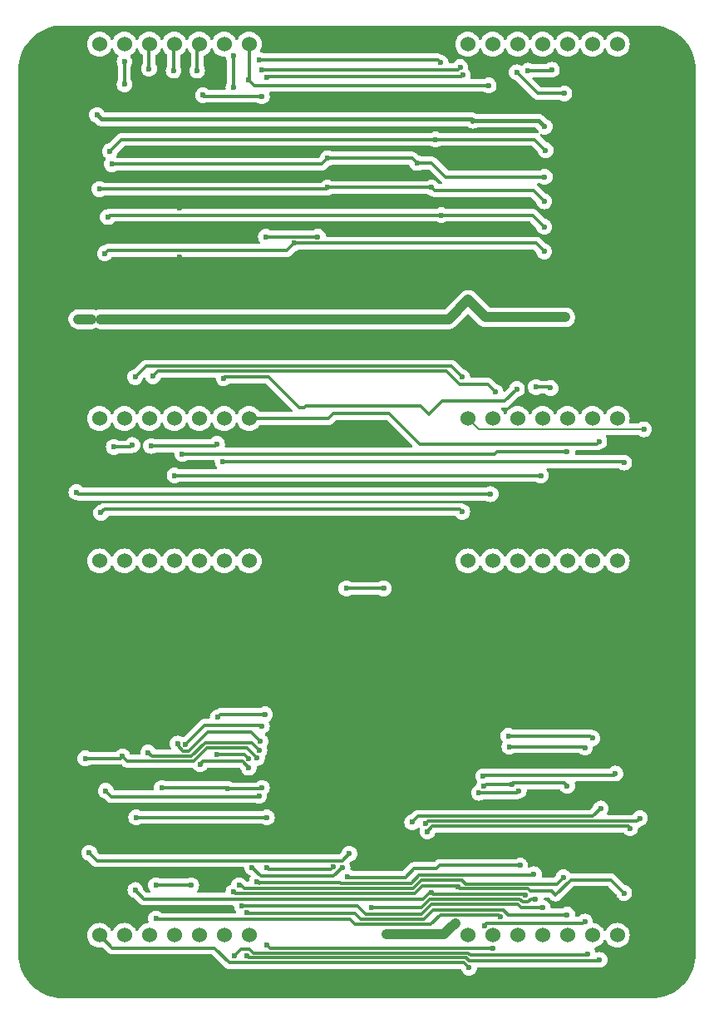
<source format=gbr>
%TF.GenerationSoftware,KiCad,Pcbnew,8.0.5*%
%TF.CreationDate,2025-02-27T20:45:01-08:00*%
%TF.ProjectId,ledaray,6c656461-7261-4792-9e6b-696361645f70,rev?*%
%TF.SameCoordinates,Original*%
%TF.FileFunction,Copper,L2,Bot*%
%TF.FilePolarity,Positive*%
%FSLAX46Y46*%
G04 Gerber Fmt 4.6, Leading zero omitted, Abs format (unit mm)*
G04 Created by KiCad (PCBNEW 8.0.5) date 2025-02-27 20:45:01*
%MOMM*%
%LPD*%
G01*
G04 APERTURE LIST*
%TA.AperFunction,ComponentPad*%
%ADD10C,1.524000*%
%TD*%
%TA.AperFunction,ViaPad*%
%ADD11C,0.600000*%
%TD*%
%TA.AperFunction,Conductor*%
%ADD12C,0.300000*%
%TD*%
%TA.AperFunction,Conductor*%
%ADD13C,1.000000*%
%TD*%
%TA.AperFunction,Conductor*%
%ADD14C,0.400000*%
%TD*%
%TA.AperFunction,Conductor*%
%ADD15C,0.200000*%
%TD*%
G04 APERTURE END LIST*
D10*
%TO.P,U2,1,R5*%
%TO.N,/CS5*%
X131500000Y-80500000D03*
%TO.P,U2,2,R7*%
%TO.N,/CS7*%
X128960000Y-80500000D03*
%TO.P,U2,3,C2*%
%TO.N,/SW2*%
X126420000Y-80500000D03*
%TO.P,U2,4,C3*%
%TO.N,/SW3*%
X123880000Y-80500000D03*
%TO.P,U2,5,R4*%
%TO.N,/CS4*%
X121340000Y-80500000D03*
%TO.P,U2,6,C5*%
%TO.N,/SW5*%
X118800000Y-80500000D03*
%TO.P,U2,7,R6*%
%TO.N,/CS6*%
X116260000Y-80500000D03*
%TO.P,U2,8,R3*%
%TO.N,/CS3*%
X116260000Y-42400000D03*
%TO.P,U2,9,R1*%
%TO.N,/CS1*%
X118800000Y-42400000D03*
%TO.P,U2,10,C4*%
%TO.N,/SW4*%
X121340000Y-42400000D03*
%TO.P,U2,11,C3*%
%TO.N,/SW3*%
X123880000Y-42400000D03*
%TO.P,U2,12,R4*%
%TO.N,/CS4*%
X126420000Y-42400000D03*
%TO.P,U2,13,C1*%
%TO.N,/SW1*%
X128960000Y-42400000D03*
%TO.P,U2,14,R2*%
%TO.N,/CS2*%
X131500000Y-42400000D03*
%TD*%
%TO.P,U5,1,R5*%
%TO.N,/CS12*%
X131500000Y-133100000D03*
%TO.P,U5,2,R7*%
%TO.N,/CS14*%
X128960000Y-133100000D03*
%TO.P,U5,3,C2*%
%TO.N,/SW7*%
X126420000Y-133100000D03*
%TO.P,U5,4,C3*%
%TO.N,/SW8*%
X123880000Y-133100000D03*
%TO.P,U5,5,R4*%
%TO.N,/CS11*%
X121340000Y-133100000D03*
%TO.P,U5,6,C5*%
%TO.N,/SW10*%
X118800000Y-133100000D03*
%TO.P,U5,7,R6*%
%TO.N,/CS13*%
X116260000Y-133100000D03*
%TO.P,U5,8,R3*%
%TO.N,/CS10*%
X116260000Y-95000000D03*
%TO.P,U5,9,R1*%
%TO.N,/CS8*%
X118800000Y-95000000D03*
%TO.P,U5,10,C4*%
%TO.N,/SW9*%
X121340000Y-95000000D03*
%TO.P,U5,11,C3*%
%TO.N,/SW8*%
X123880000Y-95000000D03*
%TO.P,U5,12,R4*%
%TO.N,/CS11*%
X126420000Y-95000000D03*
%TO.P,U5,13,C1*%
%TO.N,/SW6*%
X128960000Y-95000000D03*
%TO.P,U5,14,R2*%
%TO.N,/CS9*%
X131500000Y-95000000D03*
%TD*%
%TO.P,U3,1,R5*%
%TO.N,/CS5*%
X94000000Y-80500000D03*
%TO.P,U3,2,R7*%
%TO.N,/CS7*%
X91460000Y-80500000D03*
%TO.P,U3,3,C2*%
%TO.N,/SW7*%
X88920000Y-80500000D03*
%TO.P,U3,4,C3*%
%TO.N,/SW8*%
X86380000Y-80500000D03*
%TO.P,U3,5,R4*%
%TO.N,/CS4*%
X83840000Y-80500000D03*
%TO.P,U3,6,C5*%
%TO.N,/SW10*%
X81300000Y-80500000D03*
%TO.P,U3,7,R6*%
%TO.N,/CS6*%
X78760000Y-80500000D03*
%TO.P,U3,8,R3*%
%TO.N,/CS3*%
X78760000Y-42400000D03*
%TO.P,U3,9,R1*%
%TO.N,/CS1*%
X81300000Y-42400000D03*
%TO.P,U3,10,C4*%
%TO.N,/SW9*%
X83840000Y-42400000D03*
%TO.P,U3,11,C3*%
%TO.N,/SW8*%
X86380000Y-42400000D03*
%TO.P,U3,12,R4*%
%TO.N,/CS4*%
X88920000Y-42400000D03*
%TO.P,U3,13,C1*%
%TO.N,/SW6*%
X91460000Y-42400000D03*
%TO.P,U3,14,R2*%
%TO.N,/CS2*%
X94000000Y-42400000D03*
%TD*%
%TO.P,U4,1,R5*%
%TO.N,/CS12*%
X94000000Y-133100000D03*
%TO.P,U4,2,R7*%
%TO.N,/CS14*%
X91460000Y-133100000D03*
%TO.P,U4,3,C2*%
%TO.N,/SW2*%
X88920000Y-133100000D03*
%TO.P,U4,4,C3*%
%TO.N,/SW3*%
X86380000Y-133100000D03*
%TO.P,U4,5,R4*%
%TO.N,/CS11*%
X83840000Y-133100000D03*
%TO.P,U4,6,C5*%
%TO.N,/SW5*%
X81300000Y-133100000D03*
%TO.P,U4,7,R6*%
%TO.N,/CS13*%
X78760000Y-133100000D03*
%TO.P,U4,8,R3*%
%TO.N,/CS10*%
X78760000Y-95000000D03*
%TO.P,U4,9,R1*%
%TO.N,/CS8*%
X81300000Y-95000000D03*
%TO.P,U4,10,C4*%
%TO.N,/SW4*%
X83840000Y-95000000D03*
%TO.P,U4,11,C3*%
%TO.N,/SW3*%
X86380000Y-95000000D03*
%TO.P,U4,12,R4*%
%TO.N,/CS11*%
X88920000Y-95000000D03*
%TO.P,U4,13,C1*%
%TO.N,/SW1*%
X91460000Y-95000000D03*
%TO.P,U4,14,R2*%
%TO.N,/CS9*%
X94000000Y-95000000D03*
%TD*%
D11*
%TO.N,GND*%
X115999995Y-112000005D03*
X110400000Y-123500000D03*
X108800000Y-102000000D03*
X109000000Y-104000000D03*
%TO.N,/VCC*%
X95700000Y-62000000D03*
%TO.N,/~{INTB}*%
X113600000Y-59800000D03*
%TO.N,/VCC*%
X95600000Y-70400000D03*
%TO.N,/~{SDB}*%
X98600000Y-62650000D03*
%TO.N,/SCL*%
X111100000Y-54500000D03*
%TO.N,/SDA*%
X112560091Y-57000000D03*
X78740000Y-57150000D03*
%TO.N,/SCL*%
X80010000Y-54610000D03*
%TO.N,GND*%
X102000000Y-51000000D03*
%TO.N,/VCC*%
X101000000Y-62000000D03*
%TO.N,/SCL*%
X102000000Y-54000000D03*
%TO.N,/SDA*%
X102000000Y-57000000D03*
%TO.N,GND*%
X106000000Y-115300000D03*
X110500000Y-125200000D03*
X118000000Y-111900000D03*
X86900000Y-64100000D03*
X138000000Y-63400000D03*
X107000000Y-115300000D03*
X103900000Y-114100000D03*
X103900000Y-116400000D03*
X138400000Y-53500000D03*
X110899996Y-105600000D03*
X97400000Y-113700000D03*
X117800000Y-64500000D03*
X104900000Y-113000000D03*
X86900000Y-59100000D03*
X118900000Y-64500000D03*
X86900000Y-61200000D03*
X113300000Y-93900000D03*
X86900000Y-51000000D03*
X137800000Y-58400000D03*
X86900000Y-53700000D03*
X113300000Y-94900000D03*
X107000000Y-113000000D03*
X103900000Y-113000000D03*
X110300000Y-113025000D03*
X103900000Y-115300000D03*
X137800000Y-61200000D03*
X138400000Y-68500000D03*
X138600000Y-50800000D03*
X138600000Y-56100000D03*
X106000000Y-116400000D03*
X113300000Y-91200000D03*
X118825000Y-106600000D03*
X102875001Y-110462502D03*
X104900000Y-115300000D03*
X87000000Y-68600000D03*
X86900000Y-66000000D03*
X138000000Y-65700000D03*
X107000000Y-116400000D03*
X119900000Y-64500000D03*
X99000000Y-100900000D03*
X104900000Y-116400000D03*
X106000000Y-114100000D03*
X100926160Y-117449382D03*
X86900000Y-56300000D03*
X104900000Y-114100000D03*
X113300000Y-92500010D03*
X102000000Y-100700000D03*
X106000000Y-113000000D03*
%TO.N,/VIO*%
X124100000Y-50800000D03*
X116800000Y-50200000D03*
X78500000Y-49600000D03*
%TO.N,/VCC*%
X126200000Y-70200000D03*
X113850000Y-133000000D03*
X108000000Y-133000000D03*
X114425000Y-132425000D03*
X125200000Y-70200000D03*
X123900000Y-70200000D03*
X116300000Y-68417978D03*
X115000000Y-131850000D03*
X77900000Y-70400000D03*
X109000000Y-133000000D03*
X76600000Y-70400000D03*
X78900000Y-70400000D03*
X110000000Y-133000000D03*
X117291012Y-69408990D03*
%TO.N,/~{INTB}*%
X103900000Y-97800000D03*
X124050000Y-61000000D03*
X79600000Y-60000000D03*
X107700000Y-97800000D03*
%TO.N,/~{SDB}*%
X124050000Y-63500000D03*
X79300000Y-63700000D03*
%TO.N,/SW8*%
X93255663Y-130105864D03*
X91801623Y-118200002D03*
X95300000Y-118100000D03*
X123900000Y-130300000D03*
X86300000Y-45100000D03*
X85099998Y-118100000D03*
%TO.N,/SW4*%
X115482646Y-44746515D03*
X84000000Y-83300000D03*
X95045842Y-114245509D03*
X90732000Y-83100000D03*
X95300000Y-45000000D03*
X83700000Y-114500000D03*
%TO.N,/SW2*%
X95300000Y-111800002D03*
X87500000Y-113675665D03*
X126400000Y-83900000D03*
X87200000Y-84100000D03*
%TO.N,/SW6*%
X93959545Y-115140455D03*
X92965513Y-128000000D03*
X92400000Y-46800000D03*
X90700000Y-114700000D03*
X126005025Y-127205025D03*
X92400000Y-43600000D03*
%TO.N,/CS5*%
X132800246Y-122200000D03*
X112143284Y-122537839D03*
X129660000Y-82848575D03*
%TO.N,/CS12*%
X131300000Y-116644975D03*
X93724783Y-135200000D03*
X129700000Y-135600000D03*
X117831253Y-116930544D03*
%TO.N,/CS1*%
X77700000Y-124700000D03*
X81300000Y-44200000D03*
X81300000Y-46500000D03*
X104200000Y-124800000D03*
%TO.N,/CS2*%
X94300000Y-126200000D03*
X103504588Y-126199986D03*
X126100000Y-47431945D03*
X121243516Y-45266534D03*
X118400000Y-46600000D03*
X93900000Y-46000000D03*
%TO.N,/SW9*%
X83800000Y-44900000D03*
X79400000Y-118400000D03*
X94762713Y-127646608D03*
X80200000Y-83400000D03*
X123000000Y-126874242D03*
X82100000Y-83200000D03*
X95000000Y-118900000D03*
%TO.N,/SW7*%
X126400000Y-131000000D03*
X89000000Y-115700000D03*
X93949925Y-116050075D03*
X93746254Y-130800000D03*
%TO.N,/CS10*%
X78900000Y-90100000D03*
X115700000Y-90000000D03*
X121466014Y-118400000D03*
X117400000Y-118600000D03*
%TO.N,/SCL*%
X124100000Y-55900000D03*
%TO.N,/CS13*%
X120500000Y-113900000D03*
X128200000Y-114000000D03*
X117945535Y-132108774D03*
X116400000Y-136400000D03*
X128200000Y-131700000D03*
%TO.N,/CS4*%
X115744975Y-45555025D03*
X123180000Y-129400000D03*
X122400000Y-45100000D03*
X106462713Y-130250000D03*
X124832410Y-45004283D03*
X88700000Y-45100000D03*
X95800000Y-45800000D03*
X95300000Y-47700000D03*
X84200000Y-76200000D03*
X89300000Y-47600000D03*
X119094975Y-77794975D03*
%TO.N,/SW1*%
X90800000Y-110900000D03*
X95609620Y-110609620D03*
X132200000Y-85000000D03*
X91300000Y-84900000D03*
%TO.N,/SDA*%
X124050000Y-58400000D03*
%TO.N,/SYNC*%
X79800000Y-53300000D03*
X124200004Y-53200000D03*
X113000000Y-52100000D03*
%TO.N,/CS6*%
X115700000Y-76300000D03*
X133800000Y-121200000D03*
X112000000Y-121700000D03*
X82388672Y-76288672D03*
X134200000Y-81600000D03*
%TO.N,/CS11*%
X119600000Y-131200000D03*
X88100000Y-128000000D03*
X84500000Y-131400000D03*
X117930602Y-117949132D03*
X120766014Y-117718139D03*
X126400000Y-117908591D03*
X84500000Y-128000000D03*
%TO.N,/SW10*%
X82500000Y-121100000D03*
X95800000Y-121100000D03*
X95800000Y-134100000D03*
X102557312Y-126157312D03*
X95800000Y-126200000D03*
X118800000Y-134400000D03*
%TO.N,/CS8*%
X122132843Y-129022794D03*
X112600000Y-128750000D03*
X82400000Y-128500000D03*
%TO.N,/CS14*%
X128500000Y-135000000D03*
X92500000Y-135200000D03*
X120400000Y-112800000D03*
X128960000Y-113040000D03*
%TO.N,/CS7*%
X121278001Y-77500000D03*
X91400000Y-76400000D03*
X110600000Y-121600000D03*
X123200000Y-77300000D03*
X124700000Y-77400000D03*
X129800000Y-120200000D03*
%TO.N,/SW5*%
X94796422Y-115058093D03*
X77300000Y-115100000D03*
X118600000Y-88200000D03*
X81100000Y-114890476D03*
X76400000Y-88000000D03*
%TO.N,/SW3*%
X86400000Y-86300000D03*
X123700000Y-86300000D03*
X95151729Y-113361445D03*
X86700000Y-113600000D03*
%TO.N,/CS3*%
X95000000Y-44000000D03*
X113500000Y-44300000D03*
X121600000Y-126000000D03*
X104000000Y-127149996D03*
%TO.N,/CS9*%
X115300000Y-128200000D03*
X132200000Y-128800000D03*
X92400198Y-128700000D03*
%TO.N,GND*%
X107000000Y-114100000D03*
%TD*%
D12*
%TO.N,/SW7*%
X89300000Y-115400000D02*
X89000000Y-115700000D01*
X93299850Y-115400000D02*
X89300000Y-115400000D01*
X93949925Y-116050075D02*
X93299850Y-115400000D01*
%TO.N,/SW6*%
X93519090Y-114700000D02*
X90700000Y-114700000D01*
X93959545Y-115140455D02*
X93519090Y-114700000D01*
%TO.N,/SW8*%
X91701621Y-118100000D02*
X91801623Y-118200002D01*
X85099998Y-118100000D02*
X91701621Y-118100000D01*
X91801625Y-118200000D02*
X91801623Y-118200002D01*
X95200000Y-118200000D02*
X91801625Y-118200000D01*
%TO.N,/SW9*%
X80000000Y-119000000D02*
X94900000Y-119000000D01*
%TO.N,/SW8*%
X95300000Y-118100000D02*
X95200000Y-118200000D01*
%TO.N,/SW9*%
X94900000Y-119000000D02*
X95000000Y-118900000D01*
X79400000Y-118400000D02*
X80000000Y-119000000D01*
%TO.N,/SW4*%
X88118698Y-114875665D02*
X89494363Y-113500000D01*
X83700000Y-114500000D02*
X84075665Y-114875665D01*
%TO.N,/SW5*%
X88325805Y-115375665D02*
X81585189Y-115375665D01*
%TO.N,/SW4*%
X89494363Y-113500000D02*
X94300333Y-113500000D01*
%TO.N,/SW5*%
X89701470Y-114000000D02*
X88325805Y-115375665D01*
X81585189Y-115375665D02*
X81100000Y-114890476D01*
X93738329Y-114000000D02*
X89701470Y-114000000D01*
%TO.N,/SW4*%
X84075665Y-114875665D02*
X88118698Y-114875665D01*
%TO.N,/SW5*%
X94796422Y-115058093D02*
X93738329Y-114000000D01*
%TO.N,/SW4*%
X94300333Y-113500000D02*
X95045842Y-114245509D01*
%TO.N,/SW3*%
X89822179Y-112400000D02*
X94190284Y-112400000D01*
X86700000Y-113809051D02*
X87266614Y-114375665D01*
X87846514Y-114375665D02*
X89822179Y-112400000D01*
X86700000Y-113600000D02*
X86700000Y-113809051D01*
X87266614Y-114375665D02*
X87846514Y-114375665D01*
X94190284Y-112400000D02*
X95151729Y-113361445D01*
%TO.N,/SW2*%
X95199998Y-111700000D02*
X95300000Y-111800002D01*
X87500000Y-113675665D02*
X89475665Y-111700000D01*
X89475665Y-111700000D02*
X95199998Y-111700000D01*
%TO.N,/SW1*%
X91090380Y-110609620D02*
X90800000Y-110900000D01*
X95609620Y-110609620D02*
X91090380Y-110609620D01*
%TO.N,/CS10*%
X121266014Y-118600000D02*
X121466014Y-118400000D01*
X117400000Y-118600000D02*
X121266014Y-118600000D01*
%TO.N,/CS7*%
X111200000Y-121000000D02*
X110600000Y-121600000D01*
X129800000Y-120200000D02*
X129000000Y-121000000D01*
X129000000Y-121000000D02*
X111200000Y-121000000D01*
%TO.N,/CS6*%
X112200000Y-121500000D02*
X112000000Y-121700000D01*
X133500000Y-121500000D02*
X112200000Y-121500000D01*
X133800000Y-121200000D02*
X133500000Y-121500000D01*
%TO.N,/CS5*%
X132600246Y-122000000D02*
X132800246Y-122200000D01*
X112681123Y-122000000D02*
X132600246Y-122000000D01*
X112143284Y-122537839D02*
X112681123Y-122000000D01*
%TO.N,/CS1*%
X103500000Y-125500000D02*
X104200000Y-124800000D01*
X78500000Y-125500000D02*
X103500000Y-125500000D01*
%TO.N,/SW10*%
X95800000Y-126200000D02*
X96000000Y-126400000D01*
X102314624Y-126400000D02*
X102557312Y-126157312D01*
%TO.N,/SW9*%
X94816105Y-127700000D02*
X94762713Y-127646608D01*
X103210050Y-127700000D02*
X94816105Y-127700000D01*
X103310050Y-127800000D02*
X103210050Y-127700000D01*
X110507106Y-127800000D02*
X103310050Y-127800000D01*
X111307106Y-127000000D02*
X110507106Y-127800000D01*
X123000000Y-126874242D02*
X122874242Y-127000000D01*
X122874242Y-127000000D02*
X111307106Y-127000000D01*
X94846608Y-127646608D02*
X94762713Y-127646608D01*
%TO.N,/CS2*%
X102604574Y-127100000D02*
X103504588Y-126199986D01*
X95200000Y-127100000D02*
X102604574Y-127100000D01*
X94300000Y-126200000D02*
X95200000Y-127100000D01*
%TO.N,/SW10*%
X96000000Y-126400000D02*
X102314624Y-126400000D01*
%TO.N,/CS1*%
X77700000Y-124700000D02*
X78500000Y-125500000D01*
%TO.N,/SW9*%
X95000000Y-127800000D02*
X94846608Y-127646608D01*
%TO.N,/CS11*%
X104800000Y-132000000D02*
X112500000Y-132000000D01*
%TO.N,/CS8*%
X111694136Y-129405864D02*
X83305864Y-129405864D01*
%TO.N,/CS11*%
X84500000Y-131400000D02*
X84600000Y-131500000D01*
%TO.N,/SW8*%
X105005864Y-130105864D02*
X93255663Y-130105864D01*
X111564213Y-130950000D02*
X105850000Y-130950000D01*
%TO.N,/CS8*%
X112350000Y-128750000D02*
X111694136Y-129405864D01*
%TO.N,/SW8*%
X112563166Y-129951047D02*
X111564213Y-130950000D01*
X121364040Y-129951047D02*
X112563166Y-129951047D01*
%TO.N,/CS8*%
X112600000Y-128750000D02*
X112350000Y-128750000D01*
%TO.N,/SW8*%
X121712993Y-130300000D02*
X121364040Y-129951047D01*
X105850000Y-130950000D02*
X105005864Y-130105864D01*
X123900000Y-130300000D02*
X121712993Y-130300000D01*
%TO.N,/SW7*%
X93840942Y-130894688D02*
X93746254Y-130800000D01*
%TO.N,/CS11*%
X119400000Y-131000000D02*
X119600000Y-131200000D01*
%TO.N,/SW7*%
X93846254Y-130900000D02*
X93746254Y-130800000D01*
X104800000Y-130900000D02*
X93846254Y-130900000D01*
%TO.N,/CS11*%
X112500000Y-132000000D02*
X113500000Y-131000000D01*
%TO.N,/SW7*%
X105350000Y-131450000D02*
X104800000Y-130900000D01*
X111771319Y-131450000D02*
X105350000Y-131450000D01*
X112721319Y-130500000D02*
X111771319Y-131450000D01*
%TO.N,/CS11*%
X113500000Y-131000000D02*
X119400000Y-131000000D01*
%TO.N,/SW7*%
X93918909Y-130894688D02*
X93840942Y-130894688D01*
X119889950Y-130500000D02*
X112721319Y-130500000D01*
X126400000Y-131000000D02*
X120389950Y-131000000D01*
%TO.N,/CS8*%
X83305864Y-129405864D02*
X82400000Y-128500000D01*
%TO.N,/CS11*%
X84600000Y-131500000D02*
X104300000Y-131500000D01*
%TO.N,/SW7*%
X120389950Y-131000000D02*
X119889950Y-130500000D01*
%TO.N,/CS11*%
X104300000Y-131500000D02*
X104800000Y-132000000D01*
%TO.N,/CS13*%
X92000000Y-135900000D02*
X115900000Y-135900000D01*
X80060000Y-134400000D02*
X90500000Y-134400000D01*
X78760000Y-133100000D02*
X80060000Y-134400000D01*
X90500000Y-134400000D02*
X92000000Y-135900000D01*
X115900000Y-135900000D02*
X116400000Y-136400000D01*
%TO.N,/CS14*%
X94014733Y-134500000D02*
X93200000Y-134500000D01*
X116314214Y-134900000D02*
X94414733Y-134900000D01*
X116514213Y-135100000D02*
X116314214Y-134900000D01*
X128400000Y-135100000D02*
X116514213Y-135100000D01*
X128500000Y-135000000D02*
X128400000Y-135100000D01*
%TO.N,/CS12*%
X93924783Y-135400000D02*
X93724783Y-135200000D01*
X116107107Y-135400000D02*
X93924783Y-135400000D01*
X116407107Y-135700000D02*
X116107107Y-135400000D01*
X129600000Y-135700000D02*
X116407107Y-135700000D01*
%TO.N,/CS14*%
X94414733Y-134900000D02*
X94014733Y-134500000D01*
X93200000Y-134500000D02*
X92500000Y-135200000D01*
%TO.N,/CS12*%
X129700000Y-135600000D02*
X129600000Y-135700000D01*
%TO.N,/~{SDB}*%
X79600000Y-63400000D02*
X79300000Y-63700000D01*
X98600000Y-62650000D02*
X97850000Y-63400000D01*
X97850000Y-63400000D02*
X79600000Y-63400000D01*
%TO.N,/SCL*%
X112600000Y-54500000D02*
X111100000Y-54500000D01*
X114000000Y-55900000D02*
X112600000Y-54500000D01*
X124100000Y-55900000D02*
X114000000Y-55900000D01*
X110600000Y-54000000D02*
X111100000Y-54500000D01*
X102000000Y-54000000D02*
X110600000Y-54000000D01*
%TO.N,/SYNC*%
X81000000Y-52100000D02*
X113000000Y-52100000D01*
%TO.N,/~{INTB}*%
X113600000Y-59800000D02*
X79800000Y-59800000D01*
X122850000Y-59800000D02*
X113600000Y-59800000D01*
D13*
%TO.N,/VCC*%
X118082022Y-70200000D02*
X116300000Y-68417978D01*
X123900000Y-70200000D02*
X118082022Y-70200000D01*
X114317978Y-70400000D02*
X116300000Y-68417978D01*
X78900000Y-70400000D02*
X114317978Y-70400000D01*
D12*
%TO.N,/~{SDB}*%
X98600000Y-62650000D02*
X123200000Y-62650000D01*
%TO.N,/~{INTB}*%
X79800000Y-59800000D02*
X79600000Y-60000000D01*
%TO.N,/~{SDB}*%
X123200000Y-62650000D02*
X124050000Y-63500000D01*
%TO.N,/SDA*%
X112560091Y-57000000D02*
X102000000Y-57000000D01*
X112860091Y-57300000D02*
X112560091Y-57000000D01*
X122950000Y-57300000D02*
X112860091Y-57300000D01*
X101850000Y-57150000D02*
X102000000Y-57000000D01*
X78740000Y-57150000D02*
X101850000Y-57150000D01*
%TO.N,/SCL*%
X101390000Y-54610000D02*
X102000000Y-54000000D01*
X80010000Y-54610000D02*
X101390000Y-54610000D01*
D14*
%TO.N,/VIO*%
X116650000Y-50050000D02*
X116800000Y-50200000D01*
X78950000Y-50050000D02*
X116650000Y-50050000D01*
X78950000Y-50050000D02*
X78500000Y-49600000D01*
D12*
%TO.N,/VCC*%
X101000000Y-62000000D02*
X95700000Y-62000000D01*
D13*
%TO.N,GND*%
X113300000Y-94900000D02*
X113300000Y-93900000D01*
X113300000Y-93900000D02*
X113300000Y-92500010D01*
X113300000Y-92500010D02*
X113300000Y-91200000D01*
D14*
%TO.N,/VIO*%
X116800000Y-50200000D02*
X116733954Y-50266046D01*
X123500000Y-50200000D02*
X124100000Y-50800000D01*
X116800000Y-50200000D02*
X123500000Y-50200000D01*
D13*
%TO.N,/VCC*%
X126200000Y-70200000D02*
X125200000Y-70200000D01*
X109000000Y-133000000D02*
X110000000Y-133000000D01*
X113850000Y-133000000D02*
X114425000Y-132425000D01*
X125200000Y-70200000D02*
X123900000Y-70200000D01*
X110000000Y-133000000D02*
X113850000Y-133000000D01*
X114425000Y-132425000D02*
X115000000Y-131850000D01*
X108000000Y-133000000D02*
X110000000Y-133000000D01*
X76600000Y-70400000D02*
X77900000Y-70400000D01*
D12*
%TO.N,/~{INTB}*%
X124050000Y-61000000D02*
X122850000Y-59800000D01*
X103900000Y-97800000D02*
X107700000Y-97800000D01*
%TO.N,/SW8*%
X86300000Y-45100000D02*
X86300000Y-42480000D01*
%TO.N,/SW4*%
X90532000Y-83300000D02*
X90732000Y-83100000D01*
X84000000Y-83300000D02*
X90532000Y-83300000D01*
X115229161Y-45000000D02*
X115482646Y-44746515D01*
X95300000Y-45000000D02*
X115229161Y-45000000D01*
%TO.N,/SW2*%
X119014213Y-84100000D02*
X119214213Y-83900000D01*
X119214213Y-83900000D02*
X126400000Y-83900000D01*
X87200000Y-84100000D02*
X119014213Y-84100000D01*
%TO.N,/SW6*%
X93175530Y-128000000D02*
X92965513Y-128000000D01*
X111514213Y-127500000D02*
X110714213Y-128300000D01*
X126005025Y-127205025D02*
X125337256Y-127872794D01*
X93475530Y-128300000D02*
X93175530Y-128000000D01*
X116058581Y-127872794D02*
X115685787Y-127500000D01*
X115685787Y-127500000D02*
X111514213Y-127500000D01*
X125337256Y-127872794D02*
X116058581Y-127872794D01*
X110714213Y-128300000D02*
X93475530Y-128300000D01*
X92400000Y-43600000D02*
X92400000Y-46800000D01*
%TO.N,/CS5*%
X108266334Y-80000000D02*
X102600000Y-80000000D01*
X108266334Y-80000000D02*
X111366334Y-83100000D01*
X129408575Y-83100000D02*
X129660000Y-82848575D01*
X94000000Y-80500000D02*
X102100000Y-80500000D01*
X111366334Y-83100000D02*
X129408575Y-83100000D01*
X102600000Y-80000000D02*
X102100000Y-80500000D01*
%TO.N,/CS12*%
X131300000Y-116644975D02*
X131144975Y-116800000D01*
X117961797Y-116800000D02*
X117831253Y-116930544D01*
X131144975Y-116800000D02*
X117961797Y-116800000D01*
%TO.N,/CS1*%
X81300000Y-44200000D02*
X81300000Y-46500000D01*
%TO.N,/CS2*%
X123408927Y-47431945D02*
X126100000Y-47431945D01*
X94500000Y-46600000D02*
X93900000Y-46000000D01*
X121243516Y-45266534D02*
X123408927Y-47431945D01*
X93900000Y-46000000D02*
X94000000Y-45900000D01*
X94000000Y-45900000D02*
X94000000Y-42400000D01*
X118400000Y-46600000D02*
X94500000Y-46600000D01*
%TO.N,/SW9*%
X81900000Y-83400000D02*
X82100000Y-83200000D01*
X80200000Y-83400000D02*
X81900000Y-83400000D01*
X83800000Y-44900000D02*
X83800000Y-42440000D01*
%TO.N,/CS10*%
X79250000Y-89750000D02*
X115450000Y-89750000D01*
X115450000Y-89750000D02*
X115700000Y-90000000D01*
X79250000Y-89750000D02*
X78900000Y-90100000D01*
%TO.N,/CS13*%
X128000000Y-131900000D02*
X118154309Y-131900000D01*
X118154309Y-131900000D02*
X117945535Y-132108774D01*
X128200000Y-131700000D02*
X128000000Y-131900000D01*
X128100000Y-113900000D02*
X120500000Y-113900000D01*
X128200000Y-114000000D02*
X128100000Y-113900000D01*
%TO.N,/CS4*%
X121571146Y-129451047D02*
X121842893Y-129722794D01*
X114110050Y-75700000D02*
X115410050Y-77000000D01*
X112356059Y-129451047D02*
X121571146Y-129451047D01*
X122400000Y-45100000D02*
X124736693Y-45100000D01*
X84700000Y-75700000D02*
X114110050Y-75700000D01*
X115600000Y-45700000D02*
X115744975Y-45555025D01*
X106462713Y-130250000D02*
X111557106Y-130250000D01*
X122422793Y-129722794D02*
X122745587Y-129400000D01*
X122745587Y-129400000D02*
X123180000Y-129400000D01*
X95800000Y-45800000D02*
X95900000Y-45700000D01*
X118300000Y-77000000D02*
X119094975Y-77794975D01*
X115410050Y-77000000D02*
X118300000Y-77000000D01*
X84200000Y-76200000D02*
X84700000Y-75700000D01*
X95900000Y-45700000D02*
X115600000Y-45700000D01*
X124736693Y-45100000D02*
X124832410Y-45004283D01*
X111557106Y-130250000D02*
X112356059Y-129451047D01*
X88700000Y-45100000D02*
X88700000Y-42620000D01*
X89400000Y-47700000D02*
X89300000Y-47600000D01*
X121842893Y-129722794D02*
X122422793Y-129722794D01*
X95300000Y-47700000D02*
X89400000Y-47700000D01*
%TO.N,/SW1*%
X132100000Y-84900000D02*
X132200000Y-85000000D01*
X91300000Y-84900000D02*
X132100000Y-84900000D01*
%TO.N,/SDA*%
X124050000Y-58400000D02*
X122950000Y-57300000D01*
%TO.N,/SYNC*%
X113000000Y-52100000D02*
X123100004Y-52100000D01*
X123100004Y-52100000D02*
X124200004Y-53200000D01*
D15*
%TO.N,/CS6*%
X117360000Y-81600000D02*
X116260000Y-80500000D01*
D12*
X82388672Y-76288672D02*
X83477344Y-75200000D01*
X83477344Y-75200000D02*
X114600000Y-75200000D01*
X114600000Y-75200000D02*
X115700000Y-76300000D01*
D15*
X134200000Y-81600000D02*
X117360000Y-81600000D01*
D12*
%TO.N,/CS11*%
X126400000Y-117908591D02*
X126091409Y-117600000D01*
X120884153Y-117600000D02*
X120766014Y-117718139D01*
X118161595Y-117718139D02*
X117930602Y-117949132D01*
X126091409Y-117600000D02*
X120884153Y-117600000D01*
X88100000Y-128000000D02*
X84500000Y-128000000D01*
X120766014Y-117718139D02*
X118161595Y-117718139D01*
%TO.N,/SW10*%
X118800000Y-134400000D02*
X96100000Y-134400000D01*
X82500000Y-121100000D02*
X95800000Y-121100000D01*
X96100000Y-134400000D02*
X95800000Y-134100000D01*
%TO.N,/CS8*%
X112750000Y-128900000D02*
X122010049Y-128900000D01*
X122010049Y-128900000D02*
X122132843Y-129022794D01*
X112600000Y-128750000D02*
X112750000Y-128900000D01*
%TO.N,/CS14*%
X128960000Y-113040000D02*
X128720000Y-112800000D01*
X128720000Y-112800000D02*
X120400000Y-112800000D01*
%TO.N,/CS7*%
X121278001Y-77500000D02*
X120033590Y-78744411D01*
X99800165Y-79217298D02*
X99600000Y-79417463D01*
X123200000Y-77300000D02*
X124600000Y-77300000D01*
X113655589Y-78744411D02*
X120033590Y-78744411D01*
X99117463Y-79417463D02*
X96000000Y-76300000D01*
X112300000Y-80100000D02*
X111417298Y-79217298D01*
X96000000Y-76300000D02*
X91500000Y-76300000D01*
X112300000Y-80100000D02*
X113655589Y-78744411D01*
X111417298Y-79217298D02*
X99800165Y-79217298D01*
X99600000Y-79417463D02*
X99117463Y-79417463D01*
X91500000Y-76300000D02*
X91400000Y-76400000D01*
X124600000Y-77300000D02*
X124700000Y-77400000D01*
%TO.N,/SW5*%
X76600000Y-88200000D02*
X76400000Y-88000000D01*
X118600000Y-88200000D02*
X76600000Y-88200000D01*
X77300000Y-115100000D02*
X80890476Y-115100000D01*
X80890476Y-115100000D02*
X81100000Y-114890476D01*
%TO.N,/SW3*%
X123700000Y-86300000D02*
X86400000Y-86300000D01*
%TO.N,/CS3*%
X95000000Y-44000000D02*
X113200000Y-44000000D01*
X109900000Y-127200000D02*
X110800000Y-126300000D01*
X113100000Y-126300000D02*
X113400000Y-126000000D01*
X110800000Y-126300000D02*
X113100000Y-126300000D01*
X113200000Y-44000000D02*
X113500000Y-44300000D01*
X104000000Y-127149996D02*
X104050004Y-127200000D01*
X113400000Y-126000000D02*
X121600000Y-126000000D01*
X104050004Y-127200000D02*
X109900000Y-127200000D01*
%TO.N,/CS9*%
X92550198Y-128850000D02*
X92400198Y-128700000D01*
X132200000Y-128800000D02*
X130850000Y-127450000D01*
X122402082Y-128372794D02*
X115472794Y-128372794D01*
X122629288Y-128600000D02*
X122402082Y-128372794D01*
X115200000Y-128100000D02*
X111621320Y-128100000D01*
X125200000Y-129000000D02*
X124800000Y-128600000D01*
X115472794Y-128372794D02*
X115300000Y-128200000D01*
X130850000Y-127450000D02*
X126750000Y-127450000D01*
X124800000Y-128600000D02*
X122629288Y-128600000D01*
X110871320Y-128850000D02*
X92550198Y-128850000D01*
X126750000Y-127450000D02*
X125200000Y-129000000D01*
X115300000Y-128200000D02*
X115200000Y-128100000D01*
X111621320Y-128100000D02*
X110871320Y-128850000D01*
%TO.N,/SYNC*%
X79800000Y-53300000D02*
X81000000Y-52100000D01*
%TD*%
%TA.AperFunction,Conductor*%
%TO.N,GND*%
G36*
X135002702Y-40500617D02*
G01*
X135386771Y-40517386D01*
X135397506Y-40518326D01*
X135775971Y-40568152D01*
X135786597Y-40570025D01*
X136159284Y-40652648D01*
X136169710Y-40655442D01*
X136533765Y-40770227D01*
X136543911Y-40773920D01*
X136896578Y-40920000D01*
X136906369Y-40924566D01*
X137244942Y-41100816D01*
X137254309Y-41106223D01*
X137562347Y-41302465D01*
X137576244Y-41311318D01*
X137585105Y-41317523D01*
X137887930Y-41549889D01*
X137896217Y-41556843D01*
X138177635Y-41814715D01*
X138185284Y-41822364D01*
X138443156Y-42103782D01*
X138450110Y-42112069D01*
X138682476Y-42414894D01*
X138688681Y-42423755D01*
X138893775Y-42745689D01*
X138899183Y-42755057D01*
X139075430Y-43093623D01*
X139080002Y-43103427D01*
X139226075Y-43456078D01*
X139229775Y-43466244D01*
X139344554Y-43830278D01*
X139347354Y-43840727D01*
X139429971Y-44213389D01*
X139431849Y-44224042D01*
X139481671Y-44602473D01*
X139482614Y-44613249D01*
X139499382Y-44997297D01*
X139499500Y-45002706D01*
X139499500Y-134997293D01*
X139499382Y-135002702D01*
X139482614Y-135386750D01*
X139481671Y-135397526D01*
X139431849Y-135775957D01*
X139429971Y-135786610D01*
X139347354Y-136159272D01*
X139344554Y-136169721D01*
X139229775Y-136533755D01*
X139226075Y-136543921D01*
X139080002Y-136896572D01*
X139075430Y-136906376D01*
X138899183Y-137244942D01*
X138893775Y-137254310D01*
X138688681Y-137576244D01*
X138682476Y-137585105D01*
X138450110Y-137887930D01*
X138443156Y-137896217D01*
X138185284Y-138177635D01*
X138177635Y-138185284D01*
X137896217Y-138443156D01*
X137887930Y-138450110D01*
X137585105Y-138682476D01*
X137576244Y-138688681D01*
X137254310Y-138893775D01*
X137244942Y-138899183D01*
X136906376Y-139075430D01*
X136896572Y-139080002D01*
X136543921Y-139226075D01*
X136533755Y-139229775D01*
X136169721Y-139344554D01*
X136159272Y-139347354D01*
X135786610Y-139429971D01*
X135775957Y-139431849D01*
X135397526Y-139481671D01*
X135386750Y-139482614D01*
X135002703Y-139499382D01*
X134997294Y-139499500D01*
X75002706Y-139499500D01*
X74997297Y-139499382D01*
X74613249Y-139482614D01*
X74602473Y-139481671D01*
X74224042Y-139431849D01*
X74213389Y-139429971D01*
X73840727Y-139347354D01*
X73830278Y-139344554D01*
X73466244Y-139229775D01*
X73456078Y-139226075D01*
X73103427Y-139080002D01*
X73093623Y-139075430D01*
X72755057Y-138899183D01*
X72745689Y-138893775D01*
X72423755Y-138688681D01*
X72414894Y-138682476D01*
X72112069Y-138450110D01*
X72103782Y-138443156D01*
X71822364Y-138185284D01*
X71814715Y-138177635D01*
X71556843Y-137896217D01*
X71549889Y-137887930D01*
X71317523Y-137585105D01*
X71311318Y-137576244D01*
X71106224Y-137254310D01*
X71100816Y-137244942D01*
X70924569Y-136906376D01*
X70919997Y-136896572D01*
X70773920Y-136543911D01*
X70770224Y-136533755D01*
X70767622Y-136525501D01*
X70655442Y-136169710D01*
X70652648Y-136159284D01*
X70570025Y-135786597D01*
X70568152Y-135775971D01*
X70518326Y-135397506D01*
X70517386Y-135386771D01*
X70500618Y-135002702D01*
X70500500Y-134997293D01*
X70500500Y-124699996D01*
X76894435Y-124699996D01*
X76894435Y-124700003D01*
X76914630Y-124879249D01*
X76914631Y-124879254D01*
X76974211Y-125049523D01*
X77037045Y-125149522D01*
X77070184Y-125202262D01*
X77197738Y-125329816D01*
X77229065Y-125349500D01*
X77346890Y-125423535D01*
X77350478Y-125425789D01*
X77520745Y-125485368D01*
X77527974Y-125486182D01*
X77592388Y-125513246D01*
X77601776Y-125521722D01*
X78085325Y-126005272D01*
X78085328Y-126005275D01*
X78085331Y-126005277D01*
X78142040Y-126043168D01*
X78191873Y-126076465D01*
X78310256Y-126125501D01*
X78310260Y-126125501D01*
X78310261Y-126125502D01*
X78435928Y-126150500D01*
X78435931Y-126150500D01*
X93378044Y-126150500D01*
X93445083Y-126170185D01*
X93490838Y-126222989D01*
X93501264Y-126260616D01*
X93514630Y-126379250D01*
X93514631Y-126379254D01*
X93574211Y-126549523D01*
X93590351Y-126575209D01*
X93670184Y-126702262D01*
X93797738Y-126829816D01*
X93950478Y-126925789D01*
X94004597Y-126944726D01*
X94065829Y-126966152D01*
X94122605Y-127006874D01*
X94148352Y-127071827D01*
X94134896Y-127140388D01*
X94129868Y-127149166D01*
X94036924Y-127297084D01*
X93977344Y-127467353D01*
X93977343Y-127467358D01*
X93969229Y-127539383D01*
X93942163Y-127603797D01*
X93884568Y-127643352D01*
X93846009Y-127649500D01*
X93796338Y-127649500D01*
X93729299Y-127629815D01*
X93708657Y-127613181D01*
X93608584Y-127513108D01*
X93599320Y-127502742D01*
X93595330Y-127497739D01*
X93467775Y-127370184D01*
X93315036Y-127274211D01*
X93144767Y-127214631D01*
X93144762Y-127214630D01*
X92965517Y-127194435D01*
X92965509Y-127194435D01*
X92786263Y-127214630D01*
X92786258Y-127214631D01*
X92615989Y-127274211D01*
X92463250Y-127370184D01*
X92335697Y-127497737D01*
X92239723Y-127650478D01*
X92180143Y-127820750D01*
X92176180Y-127855925D01*
X92149112Y-127920338D01*
X92093917Y-127959080D01*
X92050672Y-127974212D01*
X91897935Y-128070184D01*
X91770382Y-128197737D01*
X91674409Y-128350476D01*
X91614829Y-128520745D01*
X91614828Y-128520750D01*
X91600802Y-128645247D01*
X91573736Y-128709661D01*
X91516141Y-128749216D01*
X91477582Y-128755364D01*
X88776076Y-128755364D01*
X88709037Y-128735679D01*
X88663282Y-128682875D01*
X88653338Y-128613717D01*
X88682363Y-128550161D01*
X88688395Y-128543683D01*
X88729816Y-128502262D01*
X88825789Y-128349522D01*
X88885368Y-128179255D01*
X88886390Y-128170184D01*
X88905565Y-128000003D01*
X88905565Y-127999996D01*
X88885369Y-127820750D01*
X88885368Y-127820745D01*
X88825788Y-127650476D01*
X88755983Y-127539383D01*
X88729816Y-127497738D01*
X88602262Y-127370184D01*
X88539096Y-127330494D01*
X88449523Y-127274211D01*
X88279254Y-127214631D01*
X88279249Y-127214630D01*
X88100004Y-127194435D01*
X88099996Y-127194435D01*
X87920750Y-127214630D01*
X87920737Y-127214633D01*
X87750481Y-127274209D01*
X87750477Y-127274210D01*
X87660904Y-127330494D01*
X87594932Y-127349500D01*
X85005068Y-127349500D01*
X84939096Y-127330494D01*
X84849522Y-127274210D01*
X84849518Y-127274209D01*
X84679262Y-127214633D01*
X84679249Y-127214630D01*
X84500004Y-127194435D01*
X84499996Y-127194435D01*
X84320750Y-127214630D01*
X84320745Y-127214631D01*
X84150476Y-127274211D01*
X83997737Y-127370184D01*
X83870184Y-127497737D01*
X83774211Y-127650476D01*
X83714631Y-127820745D01*
X83714630Y-127820750D01*
X83694435Y-127999996D01*
X83694435Y-128000003D01*
X83714630Y-128179249D01*
X83714631Y-128179254D01*
X83774211Y-128349523D01*
X83870184Y-128502262D01*
X83911605Y-128543683D01*
X83945090Y-128605006D01*
X83940106Y-128674698D01*
X83898234Y-128730631D01*
X83832770Y-128755048D01*
X83823924Y-128755364D01*
X83626671Y-128755364D01*
X83559632Y-128735679D01*
X83538990Y-128719045D01*
X83221722Y-128401776D01*
X83188237Y-128340453D01*
X83186182Y-128327973D01*
X83185368Y-128320745D01*
X83125789Y-128150478D01*
X83117206Y-128136819D01*
X83031237Y-128000000D01*
X83029816Y-127997738D01*
X82902262Y-127870184D01*
X82879569Y-127855925D01*
X82749523Y-127774211D01*
X82579254Y-127714631D01*
X82579249Y-127714630D01*
X82400004Y-127694435D01*
X82399996Y-127694435D01*
X82220750Y-127714630D01*
X82220745Y-127714631D01*
X82050476Y-127774211D01*
X81897737Y-127870184D01*
X81770184Y-127997737D01*
X81674211Y-128150476D01*
X81614631Y-128320745D01*
X81614630Y-128320750D01*
X81594435Y-128499996D01*
X81594435Y-128500003D01*
X81614630Y-128679249D01*
X81614631Y-128679254D01*
X81674211Y-128849523D01*
X81724090Y-128928904D01*
X81770184Y-129002262D01*
X81897738Y-129129816D01*
X82050478Y-129225789D01*
X82220745Y-129285368D01*
X82227974Y-129286182D01*
X82292388Y-129313246D01*
X82301776Y-129321722D01*
X82800588Y-129820533D01*
X82891195Y-129911140D01*
X82891196Y-129911141D01*
X82997730Y-129982325D01*
X82997736Y-129982328D01*
X82997737Y-129982329D01*
X83116120Y-130031365D01*
X83116124Y-130031365D01*
X83116125Y-130031366D01*
X83241792Y-130056364D01*
X83241795Y-130056364D01*
X92333707Y-130056364D01*
X92400746Y-130076049D01*
X92446501Y-130128853D01*
X92456927Y-130166480D01*
X92470293Y-130285114D01*
X92470294Y-130285118D01*
X92529874Y-130455387D01*
X92625847Y-130608126D01*
X92655540Y-130637819D01*
X92689025Y-130699142D01*
X92684041Y-130768834D01*
X92642169Y-130824767D01*
X92576705Y-130849184D01*
X92567859Y-130849500D01*
X85132940Y-130849500D01*
X85065901Y-130829815D01*
X85045259Y-130813181D01*
X85002262Y-130770184D01*
X84849523Y-130674211D01*
X84679254Y-130614631D01*
X84679249Y-130614630D01*
X84500004Y-130594435D01*
X84499996Y-130594435D01*
X84320750Y-130614630D01*
X84320745Y-130614631D01*
X84150476Y-130674211D01*
X83997737Y-130770184D01*
X83870184Y-130897737D01*
X83774211Y-131050476D01*
X83714631Y-131220745D01*
X83714630Y-131220750D01*
X83694435Y-131399996D01*
X83694435Y-131400003D01*
X83714630Y-131579249D01*
X83714631Y-131579254D01*
X83751708Y-131685212D01*
X83755269Y-131754991D01*
X83720540Y-131815619D01*
X83658547Y-131847846D01*
X83645475Y-131849695D01*
X83619936Y-131851929D01*
X83619929Y-131851930D01*
X83406554Y-131909104D01*
X83406548Y-131909107D01*
X83206340Y-132002465D01*
X83206338Y-132002466D01*
X83025377Y-132129175D01*
X82869175Y-132285377D01*
X82742466Y-132466338D01*
X82742465Y-132466340D01*
X82682382Y-132595189D01*
X82636209Y-132647628D01*
X82569016Y-132666780D01*
X82502135Y-132646564D01*
X82457618Y-132595189D01*
X82436779Y-132550500D01*
X82397534Y-132466339D01*
X82313008Y-132345623D01*
X82270827Y-132285381D01*
X82197096Y-132211650D01*
X82114620Y-132129174D01*
X82114616Y-132129171D01*
X82114615Y-132129170D01*
X81933666Y-132002468D01*
X81933662Y-132002466D01*
X81848353Y-131962686D01*
X81733450Y-131909106D01*
X81733447Y-131909105D01*
X81733445Y-131909104D01*
X81520070Y-131851930D01*
X81520062Y-131851929D01*
X81300002Y-131832677D01*
X81299998Y-131832677D01*
X81079937Y-131851929D01*
X81079929Y-131851930D01*
X80866554Y-131909104D01*
X80866548Y-131909107D01*
X80666340Y-132002465D01*
X80666338Y-132002466D01*
X80485377Y-132129175D01*
X80329175Y-132285377D01*
X80202466Y-132466338D01*
X80202465Y-132466340D01*
X80142382Y-132595189D01*
X80096209Y-132647628D01*
X80029016Y-132666780D01*
X79962135Y-132646564D01*
X79917618Y-132595189D01*
X79896779Y-132550500D01*
X79857534Y-132466339D01*
X79773008Y-132345623D01*
X79730827Y-132285381D01*
X79657096Y-132211650D01*
X79574620Y-132129174D01*
X79574616Y-132129171D01*
X79574615Y-132129170D01*
X79393666Y-132002468D01*
X79393662Y-132002466D01*
X79308353Y-131962686D01*
X79193450Y-131909106D01*
X79193447Y-131909105D01*
X79193445Y-131909104D01*
X78980070Y-131851930D01*
X78980062Y-131851929D01*
X78760002Y-131832677D01*
X78759998Y-131832677D01*
X78539937Y-131851929D01*
X78539929Y-131851930D01*
X78326554Y-131909104D01*
X78326548Y-131909107D01*
X78126340Y-132002465D01*
X78126338Y-132002466D01*
X77945377Y-132129175D01*
X77789175Y-132285377D01*
X77662466Y-132466338D01*
X77662465Y-132466340D01*
X77569107Y-132666548D01*
X77569104Y-132666554D01*
X77511930Y-132879929D01*
X77511929Y-132879937D01*
X77492677Y-133099997D01*
X77492677Y-133100002D01*
X77511929Y-133320062D01*
X77511930Y-133320070D01*
X77569104Y-133533445D01*
X77569105Y-133533447D01*
X77569106Y-133533450D01*
X77599084Y-133597738D01*
X77662466Y-133733662D01*
X77662468Y-133733666D01*
X77789170Y-133914615D01*
X77789175Y-133914621D01*
X77945378Y-134070824D01*
X77945384Y-134070829D01*
X78126333Y-134197531D01*
X78126335Y-134197532D01*
X78126338Y-134197534D01*
X78326550Y-134290894D01*
X78539932Y-134348070D01*
X78680285Y-134360349D01*
X78759998Y-134367323D01*
X78760000Y-134367323D01*
X78760002Y-134367323D01*
X78870034Y-134357696D01*
X78980068Y-134348070D01*
X78996133Y-134343765D01*
X79065979Y-134345423D01*
X79115911Y-134375857D01*
X79645325Y-134905272D01*
X79645332Y-134905278D01*
X79751863Y-134976459D01*
X79751867Y-134976461D01*
X79751874Y-134976466D01*
X79808691Y-135000000D01*
X79870256Y-135025501D01*
X79870260Y-135025501D01*
X79870261Y-135025502D01*
X79995928Y-135050500D01*
X79995931Y-135050500D01*
X80124069Y-135050500D01*
X90179192Y-135050500D01*
X90246231Y-135070185D01*
X90266873Y-135086819D01*
X91585324Y-136405271D01*
X91585327Y-136405274D01*
X91585330Y-136405276D01*
X91673321Y-136464069D01*
X91691873Y-136476465D01*
X91810256Y-136525501D01*
X91810260Y-136525501D01*
X91810261Y-136525502D01*
X91935928Y-136550500D01*
X91935931Y-136550500D01*
X115516588Y-136550500D01*
X115583627Y-136570185D01*
X115629382Y-136622989D01*
X115633624Y-136633531D01*
X115655468Y-136695958D01*
X115674210Y-136749521D01*
X115766609Y-136896572D01*
X115770184Y-136902262D01*
X115897738Y-137029816D01*
X116050478Y-137125789D01*
X116220745Y-137185368D01*
X116220750Y-137185369D01*
X116399996Y-137205565D01*
X116400000Y-137205565D01*
X116400004Y-137205565D01*
X116579249Y-137185369D01*
X116579252Y-137185368D01*
X116579255Y-137185368D01*
X116749522Y-137125789D01*
X116902262Y-137029816D01*
X117029816Y-136902262D01*
X117125789Y-136749522D01*
X117185368Y-136579255D01*
X117188608Y-136550500D01*
X117198736Y-136460616D01*
X117225803Y-136396202D01*
X117283397Y-136356647D01*
X117321956Y-136350500D01*
X129400028Y-136350500D01*
X129440983Y-136357458D01*
X129520745Y-136385368D01*
X129520750Y-136385369D01*
X129699996Y-136405565D01*
X129700000Y-136405565D01*
X129700004Y-136405565D01*
X129879249Y-136385369D01*
X129879252Y-136385368D01*
X129879255Y-136385368D01*
X130049522Y-136325789D01*
X130202262Y-136229816D01*
X130329816Y-136102262D01*
X130425789Y-135949522D01*
X130485368Y-135779255D01*
X130505565Y-135600000D01*
X130485368Y-135420745D01*
X130425789Y-135250478D01*
X130329816Y-135097738D01*
X130202262Y-134970184D01*
X130049523Y-134874211D01*
X129879254Y-134814631D01*
X129879249Y-134814630D01*
X129700004Y-134794435D01*
X129699996Y-134794435D01*
X129520750Y-134814630D01*
X129520742Y-134814632D01*
X129426179Y-134847721D01*
X129356400Y-134851282D01*
X129295773Y-134816553D01*
X129268183Y-134771633D01*
X129225789Y-134650478D01*
X129145955Y-134523423D01*
X129126955Y-134456186D01*
X129147323Y-134389351D01*
X129200590Y-134344137D01*
X129218847Y-134337678D01*
X129393450Y-134290894D01*
X129593662Y-134197534D01*
X129774620Y-134070826D01*
X129930826Y-133914620D01*
X130057534Y-133733662D01*
X130117618Y-133604811D01*
X130163790Y-133552371D01*
X130230983Y-133533219D01*
X130297865Y-133553435D01*
X130342382Y-133604811D01*
X130402464Y-133733658D01*
X130402468Y-133733666D01*
X130529170Y-133914615D01*
X130529175Y-133914621D01*
X130685378Y-134070824D01*
X130685384Y-134070829D01*
X130866333Y-134197531D01*
X130866335Y-134197532D01*
X130866338Y-134197534D01*
X131066550Y-134290894D01*
X131279932Y-134348070D01*
X131420285Y-134360349D01*
X131499998Y-134367323D01*
X131500000Y-134367323D01*
X131500002Y-134367323D01*
X131555017Y-134362509D01*
X131720068Y-134348070D01*
X131933450Y-134290894D01*
X132133662Y-134197534D01*
X132314620Y-134070826D01*
X132470826Y-133914620D01*
X132597534Y-133733662D01*
X132690894Y-133533450D01*
X132748070Y-133320068D01*
X132767323Y-133100000D01*
X132767195Y-133098541D01*
X132748070Y-132879937D01*
X132748070Y-132879932D01*
X132690894Y-132666550D01*
X132597534Y-132466339D01*
X132513008Y-132345623D01*
X132470827Y-132285381D01*
X132397096Y-132211650D01*
X132314620Y-132129174D01*
X132314616Y-132129171D01*
X132314615Y-132129170D01*
X132133666Y-132002468D01*
X132133662Y-132002466D01*
X132048353Y-131962686D01*
X131933450Y-131909106D01*
X131933447Y-131909105D01*
X131933445Y-131909104D01*
X131720070Y-131851930D01*
X131720062Y-131851929D01*
X131500002Y-131832677D01*
X131499998Y-131832677D01*
X131279937Y-131851929D01*
X131279929Y-131851930D01*
X131066554Y-131909104D01*
X131066548Y-131909107D01*
X130866340Y-132002465D01*
X130866338Y-132002466D01*
X130685377Y-132129175D01*
X130529175Y-132285377D01*
X130402466Y-132466338D01*
X130402465Y-132466340D01*
X130342382Y-132595189D01*
X130296209Y-132647628D01*
X130229016Y-132666780D01*
X130162135Y-132646564D01*
X130117618Y-132595189D01*
X130096779Y-132550500D01*
X130057534Y-132466339D01*
X129973008Y-132345623D01*
X129930827Y-132285381D01*
X129857096Y-132211650D01*
X129774620Y-132129174D01*
X129774616Y-132129171D01*
X129774615Y-132129170D01*
X129593666Y-132002468D01*
X129593662Y-132002466D01*
X129508353Y-131962686D01*
X129393450Y-131909106D01*
X129393447Y-131909105D01*
X129393445Y-131909104D01*
X129180070Y-131851930D01*
X129180063Y-131851929D01*
X129116963Y-131846409D01*
X129051895Y-131820956D01*
X129010916Y-131764365D01*
X129004551Y-131708996D01*
X129005565Y-131700000D01*
X128991960Y-131579255D01*
X128985369Y-131520750D01*
X128985368Y-131520745D01*
X128925789Y-131350478D01*
X128829816Y-131197738D01*
X128702262Y-131070184D01*
X128670897Y-131050476D01*
X128549523Y-130974211D01*
X128379254Y-130914631D01*
X128379249Y-130914630D01*
X128200004Y-130894435D01*
X128199996Y-130894435D01*
X128020750Y-130914630D01*
X128020745Y-130914631D01*
X127850476Y-130974211D01*
X127697737Y-131070184D01*
X127570183Y-131197738D01*
X127566135Y-131202815D01*
X127508946Y-131242954D01*
X127469190Y-131249500D01*
X127316209Y-131249500D01*
X127249170Y-131229815D01*
X127203415Y-131177011D01*
X127192989Y-131111616D01*
X127205565Y-131000002D01*
X127205565Y-130999996D01*
X127185369Y-130820750D01*
X127185368Y-130820745D01*
X127167676Y-130770184D01*
X127125789Y-130650478D01*
X127103265Y-130614632D01*
X127029815Y-130497737D01*
X126902262Y-130370184D01*
X126749523Y-130274211D01*
X126579254Y-130214631D01*
X126579249Y-130214630D01*
X126400004Y-130194435D01*
X126399996Y-130194435D01*
X126220750Y-130214630D01*
X126220737Y-130214633D01*
X126050481Y-130274209D01*
X126050477Y-130274210D01*
X125960904Y-130330494D01*
X125894932Y-130349500D01*
X124821956Y-130349500D01*
X124754917Y-130329815D01*
X124709162Y-130277011D01*
X124698736Y-130239384D01*
X124685369Y-130120749D01*
X124685368Y-130120745D01*
X124654093Y-130031366D01*
X124625789Y-129950478D01*
X124529816Y-129797738D01*
X124402262Y-129670184D01*
X124370932Y-129650498D01*
X124249523Y-129574211D01*
X124072682Y-129512332D01*
X124073347Y-129510430D01*
X124020982Y-129481130D01*
X123988133Y-129419464D01*
X123986844Y-129406866D01*
X123986345Y-129406923D01*
X123984256Y-129388386D01*
X123996309Y-129319564D01*
X124043657Y-129268184D01*
X124107476Y-129250500D01*
X124479192Y-129250500D01*
X124546231Y-129270185D01*
X124566873Y-129286819D01*
X124694723Y-129414669D01*
X124785331Y-129505277D01*
X124891873Y-129576465D01*
X125010256Y-129625501D01*
X125135926Y-129650498D01*
X125135930Y-129650499D01*
X125135931Y-129650499D01*
X125264070Y-129650499D01*
X125264071Y-129650498D01*
X125389744Y-129625501D01*
X125508127Y-129576465D01*
X125614669Y-129505277D01*
X126983127Y-128136819D01*
X127044450Y-128103334D01*
X127070808Y-128100500D01*
X130529192Y-128100500D01*
X130596231Y-128120185D01*
X130616873Y-128136819D01*
X131378277Y-128898223D01*
X131411762Y-128959546D01*
X131413815Y-128972012D01*
X131414630Y-128979246D01*
X131414632Y-128979255D01*
X131474210Y-129149521D01*
X131563133Y-129291041D01*
X131570184Y-129302262D01*
X131697738Y-129429816D01*
X131779404Y-129481130D01*
X131832721Y-129514632D01*
X131850478Y-129525789D01*
X131988860Y-129574211D01*
X132020745Y-129585368D01*
X132020750Y-129585369D01*
X132199996Y-129605565D01*
X132200000Y-129605565D01*
X132200004Y-129605565D01*
X132379249Y-129585369D01*
X132379252Y-129585368D01*
X132379255Y-129585368D01*
X132549522Y-129525789D01*
X132702262Y-129429816D01*
X132829816Y-129302262D01*
X132925789Y-129149522D01*
X132985368Y-128979255D01*
X132999985Y-128849523D01*
X133005565Y-128800003D01*
X133005565Y-128799996D01*
X132985369Y-128620750D01*
X132985368Y-128620745D01*
X132979861Y-128605006D01*
X132925789Y-128450478D01*
X132895187Y-128401776D01*
X132862955Y-128350478D01*
X132829816Y-128297738D01*
X132702262Y-128170184D01*
X132591361Y-128100500D01*
X132549521Y-128074210D01*
X132379255Y-128014632D01*
X132379246Y-128014630D01*
X132372012Y-128013815D01*
X132307600Y-127986744D01*
X132298223Y-127978277D01*
X131264674Y-126944727D01*
X131264673Y-126944726D01*
X131264669Y-126944723D01*
X131158127Y-126873535D01*
X131039744Y-126824499D01*
X131039738Y-126824497D01*
X130914071Y-126799500D01*
X130914069Y-126799500D01*
X126764157Y-126799500D01*
X126697118Y-126779815D01*
X126659164Y-126741473D01*
X126634841Y-126702763D01*
X126507287Y-126575209D01*
X126466408Y-126549523D01*
X126354548Y-126479236D01*
X126184279Y-126419656D01*
X126184274Y-126419655D01*
X126005029Y-126399460D01*
X126005021Y-126399460D01*
X125825775Y-126419655D01*
X125825770Y-126419656D01*
X125655501Y-126479236D01*
X125502762Y-126575209D01*
X125375209Y-126702762D01*
X125279235Y-126855503D01*
X125219657Y-127025769D01*
X125219655Y-127025777D01*
X125218840Y-127033013D01*
X125191767Y-127097425D01*
X125183303Y-127106798D01*
X125104129Y-127185974D01*
X125042807Y-127219460D01*
X125016447Y-127222294D01*
X123901065Y-127222294D01*
X123834026Y-127202609D01*
X123788271Y-127149805D01*
X123778327Y-127080647D01*
X123784022Y-127057343D01*
X123785368Y-127053497D01*
X123795209Y-126966152D01*
X123805565Y-126874245D01*
X123805565Y-126874238D01*
X123785369Y-126694992D01*
X123785368Y-126694987D01*
X123734468Y-126549523D01*
X123725789Y-126524720D01*
X123722936Y-126520180D01*
X123634387Y-126379255D01*
X123629816Y-126371980D01*
X123502262Y-126244426D01*
X123443312Y-126207385D01*
X123349523Y-126148453D01*
X123179254Y-126088873D01*
X123179249Y-126088872D01*
X123000004Y-126068677D01*
X122999996Y-126068677D01*
X122820750Y-126088872D01*
X122820745Y-126088873D01*
X122650474Y-126148454D01*
X122586924Y-126188385D01*
X122519687Y-126207385D01*
X122452852Y-126187017D01*
X122407639Y-126133748D01*
X122397733Y-126069508D01*
X122405565Y-126000000D01*
X122388716Y-125850464D01*
X122385369Y-125820750D01*
X122385368Y-125820745D01*
X122376263Y-125794724D01*
X122325789Y-125650478D01*
X122325174Y-125649500D01*
X122284878Y-125585368D01*
X122229816Y-125497738D01*
X122102262Y-125370184D01*
X122038017Y-125329816D01*
X121949523Y-125274211D01*
X121779254Y-125214631D01*
X121779249Y-125214630D01*
X121600004Y-125194435D01*
X121599996Y-125194435D01*
X121420750Y-125214630D01*
X121420737Y-125214633D01*
X121250481Y-125274209D01*
X121250477Y-125274210D01*
X121160904Y-125330494D01*
X121094932Y-125349500D01*
X113335929Y-125349500D01*
X113210261Y-125374497D01*
X113210255Y-125374499D01*
X113091874Y-125423534D01*
X112985328Y-125494725D01*
X112954266Y-125525788D01*
X112866871Y-125613182D01*
X112805551Y-125646666D01*
X112779192Y-125649500D01*
X110735929Y-125649500D01*
X110610261Y-125674497D01*
X110610255Y-125674499D01*
X110491875Y-125723533D01*
X110491866Y-125723538D01*
X110385331Y-125794723D01*
X110385327Y-125794726D01*
X109666873Y-126513181D01*
X109605550Y-126546666D01*
X109579192Y-126549500D01*
X104582417Y-126549500D01*
X104515378Y-126529815D01*
X104505102Y-126522445D01*
X104502264Y-126520182D01*
X104502262Y-126520180D01*
X104477309Y-126504500D01*
X104355134Y-126427732D01*
X104308844Y-126375398D01*
X104297887Y-126308856D01*
X104310153Y-126199989D01*
X104310153Y-126199982D01*
X104289957Y-126020736D01*
X104289954Y-126020723D01*
X104230379Y-125850468D01*
X104230377Y-125850465D01*
X104230377Y-125850464D01*
X104220899Y-125835380D01*
X104201901Y-125768145D01*
X104222270Y-125701310D01*
X104238209Y-125681735D01*
X104298224Y-125621720D01*
X104359545Y-125588237D01*
X104372019Y-125586183D01*
X104379255Y-125585368D01*
X104549522Y-125525789D01*
X104702262Y-125429816D01*
X104829816Y-125302262D01*
X104925789Y-125149522D01*
X104985368Y-124979255D01*
X104985369Y-124979249D01*
X105005565Y-124800003D01*
X105005565Y-124799996D01*
X104985369Y-124620750D01*
X104985368Y-124620745D01*
X104967995Y-124571095D01*
X104925789Y-124450478D01*
X104829816Y-124297738D01*
X104702262Y-124170184D01*
X104549523Y-124074211D01*
X104379254Y-124014631D01*
X104379249Y-124014630D01*
X104200004Y-123994435D01*
X104199996Y-123994435D01*
X104020750Y-124014630D01*
X104020745Y-124014631D01*
X103850476Y-124074211D01*
X103697737Y-124170184D01*
X103570184Y-124297737D01*
X103474210Y-124450478D01*
X103414632Y-124620744D01*
X103414630Y-124620752D01*
X103413815Y-124627988D01*
X103386743Y-124692400D01*
X103378278Y-124701774D01*
X103266874Y-124813180D01*
X103205551Y-124846666D01*
X103179192Y-124849500D01*
X78820808Y-124849500D01*
X78753769Y-124829815D01*
X78733127Y-124813181D01*
X78521722Y-124601776D01*
X78488237Y-124540453D01*
X78486182Y-124527973D01*
X78485368Y-124520745D01*
X78425789Y-124350478D01*
X78329816Y-124197738D01*
X78202262Y-124070184D01*
X78113852Y-124014632D01*
X78049523Y-123974211D01*
X77879254Y-123914631D01*
X77879249Y-123914630D01*
X77700004Y-123894435D01*
X77699996Y-123894435D01*
X77520750Y-123914630D01*
X77520745Y-123914631D01*
X77350476Y-123974211D01*
X77197737Y-124070184D01*
X77070184Y-124197737D01*
X76974211Y-124350476D01*
X76914631Y-124520745D01*
X76914630Y-124520750D01*
X76894435Y-124699996D01*
X70500500Y-124699996D01*
X70500500Y-121099996D01*
X81694435Y-121099996D01*
X81694435Y-121100003D01*
X81714630Y-121279249D01*
X81714631Y-121279254D01*
X81774211Y-121449523D01*
X81837045Y-121549522D01*
X81870184Y-121602262D01*
X81997738Y-121729816D01*
X82150478Y-121825789D01*
X82161984Y-121829815D01*
X82320745Y-121885368D01*
X82320750Y-121885369D01*
X82499996Y-121905565D01*
X82500000Y-121905565D01*
X82500004Y-121905565D01*
X82679249Y-121885369D01*
X82679251Y-121885368D01*
X82679255Y-121885368D01*
X82679258Y-121885366D01*
X82679262Y-121885366D01*
X82838013Y-121829816D01*
X82849522Y-121825789D01*
X82939096Y-121769505D01*
X83005068Y-121750500D01*
X95294932Y-121750500D01*
X95360904Y-121769506D01*
X95450477Y-121825789D01*
X95450481Y-121825790D01*
X95620737Y-121885366D01*
X95620743Y-121885367D01*
X95620745Y-121885368D01*
X95620746Y-121885368D01*
X95620750Y-121885369D01*
X95799996Y-121905565D01*
X95800000Y-121905565D01*
X95800004Y-121905565D01*
X95979249Y-121885369D01*
X95979252Y-121885368D01*
X95979255Y-121885368D01*
X96149522Y-121825789D01*
X96302262Y-121729816D01*
X96429816Y-121602262D01*
X96431240Y-121599996D01*
X109794435Y-121599996D01*
X109794435Y-121600003D01*
X109814630Y-121779249D01*
X109814631Y-121779254D01*
X109874211Y-121949523D01*
X109929815Y-122038015D01*
X109970184Y-122102262D01*
X110097738Y-122229816D01*
X110250478Y-122325789D01*
X110344201Y-122358584D01*
X110420745Y-122385368D01*
X110420750Y-122385369D01*
X110599996Y-122405565D01*
X110600000Y-122405565D01*
X110600004Y-122405565D01*
X110779249Y-122385369D01*
X110779252Y-122385368D01*
X110779255Y-122385368D01*
X110949522Y-122325789D01*
X111102262Y-122229816D01*
X111167485Y-122164592D01*
X111228804Y-122131110D01*
X111298496Y-122136094D01*
X111354430Y-122177965D01*
X111360156Y-122186303D01*
X111365666Y-122195072D01*
X111384667Y-122262309D01*
X111377715Y-122301998D01*
X111357915Y-122358584D01*
X111357915Y-122358585D01*
X111337719Y-122537835D01*
X111337719Y-122537842D01*
X111357914Y-122717088D01*
X111357915Y-122717093D01*
X111417495Y-122887362D01*
X111513468Y-123040101D01*
X111641022Y-123167655D01*
X111793762Y-123263628D01*
X111964029Y-123323207D01*
X111964034Y-123323208D01*
X112143280Y-123343404D01*
X112143284Y-123343404D01*
X112143288Y-123343404D01*
X112322533Y-123323208D01*
X112322536Y-123323207D01*
X112322539Y-123323207D01*
X112492806Y-123263628D01*
X112645546Y-123167655D01*
X112773100Y-123040101D01*
X112869073Y-122887361D01*
X112889209Y-122829816D01*
X112922897Y-122733545D01*
X112963618Y-122676769D01*
X113028571Y-122651022D01*
X113039938Y-122650500D01*
X132069436Y-122650500D01*
X132136475Y-122670185D01*
X132166381Y-122697185D01*
X132170429Y-122702261D01*
X132170430Y-122702262D01*
X132297984Y-122829816D01*
X132450724Y-122925789D01*
X132620991Y-122985368D01*
X132620996Y-122985369D01*
X132800242Y-123005565D01*
X132800246Y-123005565D01*
X132800250Y-123005565D01*
X132979495Y-122985369D01*
X132979498Y-122985368D01*
X132979501Y-122985368D01*
X133149768Y-122925789D01*
X133302508Y-122829816D01*
X133430062Y-122702262D01*
X133526035Y-122549522D01*
X133585614Y-122379255D01*
X133602395Y-122230313D01*
X133629461Y-122165901D01*
X133684287Y-122128246D01*
X133684116Y-122127832D01*
X133686069Y-122127022D01*
X133687055Y-122126346D01*
X133689640Y-122125531D01*
X133689723Y-122125505D01*
X133689744Y-122125501D01*
X133808127Y-122076465D01*
X133826679Y-122064069D01*
X133912352Y-122006824D01*
X133967362Y-121986707D01*
X133979255Y-121985368D01*
X134149522Y-121925789D01*
X134302262Y-121829816D01*
X134429816Y-121702262D01*
X134525789Y-121549522D01*
X134585368Y-121379255D01*
X134585369Y-121379249D01*
X134605565Y-121200003D01*
X134605565Y-121199996D01*
X134585369Y-121020750D01*
X134585368Y-121020745D01*
X134550376Y-120920745D01*
X134525789Y-120850478D01*
X134525174Y-120849500D01*
X134462955Y-120750478D01*
X134429816Y-120697738D01*
X134302262Y-120570184D01*
X134269379Y-120549522D01*
X134149523Y-120474211D01*
X133979254Y-120414631D01*
X133979249Y-120414630D01*
X133800004Y-120394435D01*
X133799996Y-120394435D01*
X133620750Y-120414630D01*
X133620745Y-120414631D01*
X133450476Y-120474211D01*
X133297737Y-120570184D01*
X133170184Y-120697737D01*
X133111287Y-120791472D01*
X133058952Y-120837763D01*
X133006293Y-120849500D01*
X130561661Y-120849500D01*
X130494622Y-120829815D01*
X130448867Y-120777011D01*
X130438923Y-120707853D01*
X130456668Y-120659527D01*
X130525788Y-120549524D01*
X130525789Y-120549522D01*
X130585368Y-120379255D01*
X130585904Y-120374497D01*
X130605565Y-120200003D01*
X130605565Y-120199996D01*
X130585369Y-120020750D01*
X130585368Y-120020745D01*
X130525788Y-119850476D01*
X130429815Y-119697737D01*
X130302262Y-119570184D01*
X130149523Y-119474211D01*
X129979254Y-119414631D01*
X129979249Y-119414630D01*
X129800004Y-119394435D01*
X129799996Y-119394435D01*
X129620750Y-119414630D01*
X129620745Y-119414631D01*
X129450476Y-119474211D01*
X129297737Y-119570184D01*
X129170184Y-119697737D01*
X129074210Y-119850478D01*
X129014632Y-120020744D01*
X129014630Y-120020752D01*
X129013815Y-120027988D01*
X128986743Y-120092400D01*
X128978278Y-120101775D01*
X128766871Y-120313182D01*
X128705551Y-120346666D01*
X128679192Y-120349500D01*
X111135929Y-120349500D01*
X111011713Y-120374208D01*
X111011714Y-120374209D01*
X111010262Y-120374497D01*
X111010250Y-120374501D01*
X110891879Y-120423531D01*
X110891866Y-120423538D01*
X110785331Y-120494723D01*
X110501774Y-120778278D01*
X110440450Y-120811762D01*
X110427988Y-120813815D01*
X110420752Y-120814630D01*
X110420744Y-120814632D01*
X110250478Y-120874210D01*
X110097737Y-120970184D01*
X109970184Y-121097737D01*
X109874211Y-121250476D01*
X109814631Y-121420745D01*
X109814630Y-121420750D01*
X109794435Y-121599996D01*
X96431240Y-121599996D01*
X96525789Y-121449522D01*
X96585368Y-121279255D01*
X96585369Y-121279249D01*
X96605565Y-121100003D01*
X96605565Y-121099996D01*
X96585369Y-120920750D01*
X96585368Y-120920745D01*
X96569085Y-120874210D01*
X96525789Y-120750478D01*
X96429816Y-120597738D01*
X96302262Y-120470184D01*
X96239096Y-120430494D01*
X96149523Y-120374211D01*
X95979254Y-120314631D01*
X95979249Y-120314630D01*
X95800004Y-120294435D01*
X95799996Y-120294435D01*
X95620750Y-120314630D01*
X95620737Y-120314633D01*
X95450481Y-120374209D01*
X95450477Y-120374210D01*
X95360904Y-120430494D01*
X95294932Y-120449500D01*
X83005068Y-120449500D01*
X82939096Y-120430494D01*
X82849522Y-120374210D01*
X82849518Y-120374209D01*
X82679262Y-120314633D01*
X82679249Y-120314630D01*
X82500004Y-120294435D01*
X82499996Y-120294435D01*
X82320750Y-120314630D01*
X82320745Y-120314631D01*
X82150476Y-120374211D01*
X81997737Y-120470184D01*
X81870184Y-120597737D01*
X81774211Y-120750476D01*
X81714631Y-120920745D01*
X81714630Y-120920750D01*
X81694435Y-121099996D01*
X70500500Y-121099996D01*
X70500500Y-118399996D01*
X78594435Y-118399996D01*
X78594435Y-118400003D01*
X78614630Y-118579249D01*
X78614631Y-118579254D01*
X78674211Y-118749523D01*
X78708077Y-118803420D01*
X78770184Y-118902262D01*
X78897738Y-119029816D01*
X79050478Y-119125789D01*
X79220745Y-119185368D01*
X79227974Y-119186182D01*
X79292388Y-119213246D01*
X79301776Y-119221722D01*
X79494724Y-119414669D01*
X79554266Y-119474211D01*
X79585332Y-119505277D01*
X79691866Y-119576461D01*
X79691872Y-119576464D01*
X79691873Y-119576465D01*
X79810256Y-119625501D01*
X79810260Y-119625501D01*
X79810261Y-119625502D01*
X79935928Y-119650500D01*
X79935931Y-119650500D01*
X94700028Y-119650500D01*
X94740983Y-119657458D01*
X94820745Y-119685368D01*
X94820750Y-119685369D01*
X94999996Y-119705565D01*
X95000000Y-119705565D01*
X95000004Y-119705565D01*
X95179249Y-119685369D01*
X95179252Y-119685368D01*
X95179255Y-119685368D01*
X95349522Y-119625789D01*
X95502262Y-119529816D01*
X95629816Y-119402262D01*
X95725789Y-119249522D01*
X95785368Y-119079255D01*
X95785369Y-119079249D01*
X95805565Y-118900003D01*
X95805565Y-118899997D01*
X95794683Y-118803420D01*
X95806737Y-118734598D01*
X95830216Y-118701861D01*
X95929816Y-118602262D01*
X95931240Y-118599996D01*
X116594435Y-118599996D01*
X116594435Y-118600003D01*
X116614630Y-118779249D01*
X116614631Y-118779254D01*
X116674211Y-118949523D01*
X116724662Y-119029815D01*
X116770184Y-119102262D01*
X116897738Y-119229816D01*
X117050478Y-119325789D01*
X117220739Y-119385366D01*
X117220745Y-119385368D01*
X117220750Y-119385369D01*
X117399996Y-119405565D01*
X117400000Y-119405565D01*
X117400004Y-119405565D01*
X117579249Y-119385369D01*
X117579251Y-119385368D01*
X117579255Y-119385368D01*
X117579258Y-119385366D01*
X117579262Y-119385366D01*
X117669377Y-119353832D01*
X117749522Y-119325789D01*
X117839096Y-119269505D01*
X117905068Y-119250500D01*
X121330085Y-119250500D01*
X121414629Y-119233682D01*
X121455758Y-119225501D01*
X121501870Y-119206400D01*
X121535424Y-119197744D01*
X121645269Y-119185368D01*
X121815536Y-119125789D01*
X121968276Y-119029816D01*
X122095830Y-118902262D01*
X122191803Y-118749522D01*
X122251382Y-118579255D01*
X122251383Y-118579249D01*
X122271579Y-118400003D01*
X122271579Y-118400001D01*
X122271579Y-118400000D01*
X122270270Y-118388384D01*
X122282323Y-118319564D01*
X122329671Y-118268184D01*
X122393490Y-118250500D01*
X125600895Y-118250500D01*
X125667934Y-118270185D01*
X125705888Y-118308527D01*
X125770184Y-118410853D01*
X125897738Y-118538407D01*
X125962738Y-118579249D01*
X125999362Y-118602262D01*
X126050478Y-118634380D01*
X126220745Y-118693959D01*
X126220750Y-118693960D01*
X126399996Y-118714156D01*
X126400000Y-118714156D01*
X126400004Y-118714156D01*
X126579249Y-118693960D01*
X126579252Y-118693959D01*
X126579255Y-118693959D01*
X126749522Y-118634380D01*
X126902262Y-118538407D01*
X127029816Y-118410853D01*
X127125789Y-118258113D01*
X127185368Y-118087846D01*
X127185369Y-118087840D01*
X127205565Y-117908594D01*
X127205565Y-117908587D01*
X127185369Y-117729341D01*
X127185366Y-117729328D01*
X127145520Y-117615455D01*
X127141958Y-117545676D01*
X127176686Y-117485049D01*
X127238680Y-117452821D01*
X127262561Y-117450500D01*
X131209046Y-117450500D01*
X131222888Y-117447746D01*
X131260967Y-117446142D01*
X131290770Y-117449500D01*
X131299999Y-117450540D01*
X131300000Y-117450540D01*
X131300004Y-117450540D01*
X131479249Y-117430344D01*
X131479252Y-117430343D01*
X131479255Y-117430343D01*
X131649522Y-117370764D01*
X131802262Y-117274791D01*
X131929816Y-117147237D01*
X132025789Y-116994497D01*
X132085368Y-116824230D01*
X132085369Y-116824224D01*
X132105565Y-116644978D01*
X132105565Y-116644971D01*
X132085369Y-116465725D01*
X132085368Y-116465720D01*
X132072268Y-116428282D01*
X132025789Y-116295453D01*
X131929816Y-116142713D01*
X131802262Y-116015159D01*
X131768220Y-115993769D01*
X131649523Y-115919186D01*
X131479254Y-115859606D01*
X131479249Y-115859605D01*
X131300004Y-115839410D01*
X131299996Y-115839410D01*
X131120750Y-115859605D01*
X131120745Y-115859606D01*
X130950476Y-115919186D01*
X130797737Y-116015159D01*
X130699716Y-116113181D01*
X130638393Y-116146666D01*
X130612035Y-116149500D01*
X118043423Y-116149500D01*
X118015823Y-116146389D01*
X118010504Y-116145174D01*
X117831257Y-116124979D01*
X117831249Y-116124979D01*
X117652003Y-116145174D01*
X117651998Y-116145175D01*
X117481729Y-116204755D01*
X117328990Y-116300728D01*
X117201437Y-116428281D01*
X117105464Y-116581020D01*
X117045884Y-116751289D01*
X117045883Y-116751294D01*
X117025688Y-116930540D01*
X117025688Y-116930547D01*
X117045883Y-117109793D01*
X117045884Y-117109798D01*
X117105464Y-117280067D01*
X117201437Y-117432806D01*
X117205778Y-117438249D01*
X117203722Y-117439888D01*
X117231437Y-117490644D01*
X117226453Y-117560336D01*
X117215268Y-117582969D01*
X117204813Y-117599609D01*
X117145231Y-117769885D01*
X117143682Y-117776673D01*
X117141564Y-117776189D01*
X117118520Y-117830990D01*
X117063345Y-117869708D01*
X117050480Y-117874210D01*
X117050475Y-117874212D01*
X116897737Y-117970184D01*
X116770184Y-118097737D01*
X116674211Y-118250476D01*
X116614631Y-118420745D01*
X116614630Y-118420750D01*
X116594435Y-118599996D01*
X95931240Y-118599996D01*
X96025789Y-118449522D01*
X96085368Y-118279255D01*
X96085369Y-118279249D01*
X96105565Y-118100003D01*
X96105565Y-118099996D01*
X96085369Y-117920750D01*
X96085368Y-117920745D01*
X96081114Y-117908587D01*
X96025789Y-117750478D01*
X95929816Y-117597738D01*
X95802262Y-117470184D01*
X95766552Y-117447746D01*
X95649523Y-117374211D01*
X95479254Y-117314631D01*
X95479249Y-117314630D01*
X95300004Y-117294435D01*
X95299996Y-117294435D01*
X95120750Y-117314630D01*
X95120745Y-117314631D01*
X94950476Y-117374211D01*
X94797737Y-117470184D01*
X94754741Y-117513181D01*
X94693418Y-117546666D01*
X94667060Y-117549500D01*
X92306687Y-117549500D01*
X92240714Y-117530493D01*
X92151147Y-117474213D01*
X91980877Y-117414633D01*
X91980872Y-117414632D01*
X91801627Y-117394437D01*
X91801619Y-117394437D01*
X91622376Y-117414632D01*
X91622365Y-117414634D01*
X91542615Y-117442541D01*
X91501660Y-117449500D01*
X85605066Y-117449500D01*
X85539094Y-117430494D01*
X85449520Y-117374210D01*
X85449516Y-117374209D01*
X85279260Y-117314633D01*
X85279247Y-117314630D01*
X85100002Y-117294435D01*
X85099994Y-117294435D01*
X84920748Y-117314630D01*
X84920743Y-117314631D01*
X84750474Y-117374211D01*
X84597735Y-117470184D01*
X84470182Y-117597737D01*
X84374209Y-117750476D01*
X84314629Y-117920745D01*
X84314628Y-117920750D01*
X84294433Y-118099996D01*
X84294433Y-118100002D01*
X84307009Y-118211616D01*
X84294955Y-118280438D01*
X84247606Y-118331818D01*
X84183789Y-118349500D01*
X80320808Y-118349500D01*
X80253769Y-118329815D01*
X80233123Y-118313177D01*
X80221718Y-118301771D01*
X80188236Y-118240447D01*
X80186182Y-118227973D01*
X80185368Y-118220745D01*
X80125789Y-118050478D01*
X80029816Y-117897738D01*
X79902262Y-117770184D01*
X79837253Y-117729336D01*
X79749523Y-117674211D01*
X79579254Y-117614631D01*
X79579249Y-117614630D01*
X79400004Y-117594435D01*
X79399996Y-117594435D01*
X79220750Y-117614630D01*
X79220745Y-117614631D01*
X79050476Y-117674211D01*
X78897737Y-117770184D01*
X78770184Y-117897737D01*
X78674211Y-118050476D01*
X78614631Y-118220745D01*
X78614630Y-118220750D01*
X78594435Y-118399996D01*
X70500500Y-118399996D01*
X70500500Y-115099996D01*
X76494435Y-115099996D01*
X76494435Y-115100003D01*
X76514630Y-115279249D01*
X76514631Y-115279254D01*
X76574211Y-115449523D01*
X76643852Y-115560355D01*
X76670184Y-115602262D01*
X76797738Y-115729816D01*
X76950478Y-115825789D01*
X77079169Y-115870820D01*
X77120745Y-115885368D01*
X77120750Y-115885369D01*
X77299996Y-115905565D01*
X77300000Y-115905565D01*
X77300004Y-115905565D01*
X77479249Y-115885369D01*
X77479251Y-115885368D01*
X77479255Y-115885368D01*
X77479258Y-115885366D01*
X77479262Y-115885366D01*
X77610595Y-115839410D01*
X77649522Y-115825789D01*
X77739096Y-115769505D01*
X77805068Y-115750500D01*
X80954547Y-115750500D01*
X80960875Y-115749241D01*
X81030467Y-115755465D01*
X81072753Y-115783176D01*
X81170515Y-115880938D01*
X81170518Y-115880940D01*
X81170520Y-115880942D01*
X81267918Y-115946020D01*
X81267917Y-115946021D01*
X81267922Y-115946023D01*
X81277062Y-115952130D01*
X81395445Y-116001166D01*
X81395449Y-116001166D01*
X81395450Y-116001167D01*
X81521117Y-116026165D01*
X81521120Y-116026165D01*
X88191002Y-116026165D01*
X88258041Y-116045850D01*
X88295996Y-116084193D01*
X88321624Y-116124979D01*
X88370184Y-116202262D01*
X88497738Y-116329816D01*
X88650478Y-116425789D01*
X88764609Y-116465725D01*
X88820745Y-116485368D01*
X88820750Y-116485369D01*
X88999996Y-116505565D01*
X89000000Y-116505565D01*
X89000004Y-116505565D01*
X89179249Y-116485369D01*
X89179252Y-116485368D01*
X89179255Y-116485368D01*
X89349522Y-116425789D01*
X89502262Y-116329816D01*
X89629816Y-116202262D01*
X89688713Y-116108528D01*
X89741048Y-116062237D01*
X89793707Y-116050500D01*
X92979042Y-116050500D01*
X93046081Y-116070185D01*
X93066723Y-116086819D01*
X93128202Y-116148298D01*
X93161687Y-116209621D01*
X93163740Y-116222087D01*
X93164555Y-116229321D01*
X93164557Y-116229330D01*
X93224135Y-116399596D01*
X93278030Y-116485369D01*
X93320109Y-116552337D01*
X93447663Y-116679891D01*
X93600403Y-116775864D01*
X93738608Y-116824224D01*
X93770670Y-116835443D01*
X93770675Y-116835444D01*
X93949921Y-116855640D01*
X93949925Y-116855640D01*
X93949929Y-116855640D01*
X94129174Y-116835444D01*
X94129177Y-116835443D01*
X94129180Y-116835443D01*
X94299447Y-116775864D01*
X94452187Y-116679891D01*
X94579741Y-116552337D01*
X94675714Y-116399597D01*
X94735293Y-116229330D01*
X94744775Y-116145174D01*
X94755490Y-116050078D01*
X94755490Y-116050072D01*
X94749146Y-115993769D01*
X94761200Y-115924947D01*
X94808549Y-115873567D01*
X94858482Y-115856665D01*
X94919922Y-115849742D01*
X94975671Y-115843462D01*
X94975674Y-115843461D01*
X94975677Y-115843461D01*
X95145944Y-115783882D01*
X95298684Y-115687909D01*
X95426238Y-115560355D01*
X95522211Y-115407615D01*
X95581790Y-115237348D01*
X95597265Y-115100003D01*
X95601987Y-115058096D01*
X95601987Y-115058090D01*
X95584709Y-114904745D01*
X95596763Y-114835923D01*
X95620245Y-114803183D01*
X95675658Y-114747771D01*
X95771631Y-114595031D01*
X95831210Y-114424764D01*
X95831211Y-114424758D01*
X95851407Y-114245512D01*
X95851407Y-114245505D01*
X95831211Y-114066259D01*
X95831208Y-114066246D01*
X95787645Y-113941751D01*
X95784083Y-113871972D01*
X95799690Y-113834827D01*
X95875216Y-113714631D01*
X95877517Y-113710969D01*
X95877518Y-113710967D01*
X95937097Y-113540700D01*
X95953861Y-113391915D01*
X95957294Y-113361448D01*
X95957294Y-113361441D01*
X95937098Y-113182195D01*
X95937097Y-113182190D01*
X95907546Y-113097738D01*
X95877518Y-113011923D01*
X95781545Y-112859183D01*
X95722358Y-112799996D01*
X119594435Y-112799996D01*
X119594435Y-112800003D01*
X119614630Y-112979249D01*
X119614631Y-112979254D01*
X119674211Y-113149523D01*
X119770184Y-113302262D01*
X119798514Y-113330592D01*
X119831999Y-113391915D01*
X119827015Y-113461607D01*
X119815827Y-113484244D01*
X119774213Y-113550472D01*
X119774209Y-113550481D01*
X119714633Y-113720737D01*
X119714630Y-113720750D01*
X119694435Y-113899996D01*
X119694435Y-113900003D01*
X119714630Y-114079249D01*
X119714631Y-114079254D01*
X119774211Y-114249523D01*
X119870184Y-114402262D01*
X119997738Y-114529816D01*
X120060904Y-114569506D01*
X120105833Y-114597737D01*
X120150478Y-114625789D01*
X120303275Y-114679255D01*
X120320745Y-114685368D01*
X120320750Y-114685369D01*
X120499996Y-114705565D01*
X120500000Y-114705565D01*
X120500004Y-114705565D01*
X120679249Y-114685369D01*
X120679251Y-114685368D01*
X120679255Y-114685368D01*
X120679258Y-114685366D01*
X120679262Y-114685366D01*
X120772683Y-114652676D01*
X120849522Y-114625789D01*
X120939096Y-114569505D01*
X121005068Y-114550500D01*
X127567060Y-114550500D01*
X127634099Y-114570185D01*
X127654741Y-114586819D01*
X127697738Y-114629816D01*
X127776420Y-114679255D01*
X127848025Y-114724248D01*
X127850478Y-114725789D01*
X128020745Y-114785368D01*
X128020750Y-114785369D01*
X128199996Y-114805565D01*
X128200000Y-114805565D01*
X128200004Y-114805565D01*
X128379249Y-114785369D01*
X128379252Y-114785368D01*
X128379255Y-114785368D01*
X128549522Y-114725789D01*
X128702262Y-114629816D01*
X128829816Y-114502262D01*
X128925789Y-114349522D01*
X128985368Y-114179255D01*
X128986494Y-114169264D01*
X129005565Y-114000003D01*
X129005565Y-113999997D01*
X129001695Y-113965652D01*
X129013749Y-113896830D01*
X129061098Y-113845451D01*
X129111031Y-113828547D01*
X129139255Y-113825368D01*
X129309522Y-113765789D01*
X129462262Y-113669816D01*
X129589816Y-113542262D01*
X129685789Y-113389522D01*
X129745368Y-113219255D01*
X129749544Y-113182195D01*
X129765565Y-113040003D01*
X129765565Y-113039996D01*
X129745369Y-112860750D01*
X129745368Y-112860745D01*
X129700188Y-112731629D01*
X129685789Y-112690478D01*
X129679186Y-112679970D01*
X129619745Y-112585370D01*
X129589816Y-112537738D01*
X129462262Y-112410184D01*
X129309521Y-112314210D01*
X129198833Y-112275479D01*
X129139255Y-112254632D01*
X129124312Y-112252948D01*
X129091512Y-112249252D01*
X129036513Y-112229138D01*
X129035218Y-112228273D01*
X129028127Y-112223535D01*
X128909744Y-112174499D01*
X128909738Y-112174497D01*
X128784071Y-112149500D01*
X128784069Y-112149500D01*
X120905068Y-112149500D01*
X120839096Y-112130494D01*
X120749522Y-112074210D01*
X120749518Y-112074209D01*
X120579262Y-112014633D01*
X120579249Y-112014630D01*
X120400004Y-111994435D01*
X120399996Y-111994435D01*
X120220750Y-112014630D01*
X120220745Y-112014631D01*
X120050476Y-112074211D01*
X119897737Y-112170184D01*
X119770184Y-112297737D01*
X119674211Y-112450476D01*
X119614631Y-112620745D01*
X119614630Y-112620750D01*
X119594435Y-112799996D01*
X95722358Y-112799996D01*
X95653991Y-112731629D01*
X95648545Y-112727286D01*
X95649531Y-112726049D01*
X95608769Y-112679970D01*
X95598118Y-112610917D01*
X95626491Y-112547067D01*
X95655055Y-112522313D01*
X95802262Y-112429818D01*
X95929816Y-112302264D01*
X96025789Y-112149524D01*
X96085368Y-111979257D01*
X96105565Y-111800002D01*
X96085368Y-111620747D01*
X96025789Y-111450480D01*
X96025787Y-111450477D01*
X96025787Y-111450476D01*
X96021058Y-111442949D01*
X96002058Y-111375712D01*
X96022426Y-111308877D01*
X96060075Y-111271987D01*
X96111882Y-111239436D01*
X96239436Y-111111882D01*
X96335409Y-110959142D01*
X96394988Y-110788875D01*
X96402664Y-110720750D01*
X96415185Y-110609623D01*
X96415185Y-110609616D01*
X96394989Y-110430370D01*
X96394988Y-110430365D01*
X96335408Y-110260096D01*
X96296202Y-110197700D01*
X96239436Y-110107358D01*
X96111882Y-109979804D01*
X96048716Y-109940114D01*
X95959143Y-109883831D01*
X95788874Y-109824251D01*
X95788869Y-109824250D01*
X95609624Y-109804055D01*
X95609616Y-109804055D01*
X95430370Y-109824250D01*
X95430357Y-109824253D01*
X95260101Y-109883829D01*
X95260097Y-109883830D01*
X95170524Y-109940114D01*
X95104552Y-109959120D01*
X91026309Y-109959120D01*
X90900641Y-109984117D01*
X90900635Y-109984119D01*
X90782252Y-110033155D01*
X90693395Y-110092526D01*
X90638394Y-110112643D01*
X90620745Y-110114632D01*
X90620744Y-110114632D01*
X90450478Y-110174210D01*
X90297737Y-110270184D01*
X90170184Y-110397737D01*
X90074211Y-110550476D01*
X90014631Y-110720745D01*
X90014630Y-110720750D01*
X89994435Y-110899996D01*
X89994435Y-110899998D01*
X89995744Y-110911614D01*
X89983691Y-110980436D01*
X89936343Y-111031816D01*
X89872524Y-111049500D01*
X89411594Y-111049500D01*
X89287363Y-111074212D01*
X89287359Y-111074213D01*
X89286864Y-111074311D01*
X89285917Y-111074499D01*
X89167536Y-111123535D01*
X89060996Y-111194722D01*
X89060989Y-111194728D01*
X87401775Y-112853942D01*
X87340452Y-112887427D01*
X87327988Y-112889480D01*
X87320752Y-112890295D01*
X87320741Y-112890298D01*
X87219342Y-112925778D01*
X87149563Y-112929339D01*
X87112417Y-112913730D01*
X87049523Y-112874211D01*
X86879254Y-112814631D01*
X86879249Y-112814630D01*
X86700004Y-112794435D01*
X86699996Y-112794435D01*
X86520750Y-112814630D01*
X86520745Y-112814631D01*
X86350476Y-112874211D01*
X86197737Y-112970184D01*
X86070184Y-113097737D01*
X85974211Y-113250476D01*
X85914631Y-113420745D01*
X85914630Y-113420750D01*
X85894435Y-113599996D01*
X85894435Y-113600003D01*
X85914630Y-113779249D01*
X85914631Y-113779254D01*
X85974211Y-113949524D01*
X86028041Y-114035192D01*
X86047042Y-114102429D01*
X86026675Y-114169264D01*
X85973407Y-114214479D01*
X85923048Y-114225165D01*
X84539671Y-114225165D01*
X84472632Y-114205480D01*
X84427950Y-114154965D01*
X84425789Y-114150477D01*
X84329815Y-113997737D01*
X84202262Y-113870184D01*
X84049523Y-113774211D01*
X83879254Y-113714631D01*
X83879249Y-113714630D01*
X83700004Y-113694435D01*
X83699996Y-113694435D01*
X83520750Y-113714630D01*
X83520745Y-113714631D01*
X83350476Y-113774211D01*
X83197737Y-113870184D01*
X83070184Y-113997737D01*
X82974211Y-114150476D01*
X82914631Y-114320745D01*
X82914630Y-114320750D01*
X82894435Y-114499996D01*
X82894435Y-114500002D01*
X82904269Y-114587281D01*
X82892215Y-114656103D01*
X82844866Y-114707483D01*
X82781049Y-114725165D01*
X81978230Y-114725165D01*
X81911191Y-114705480D01*
X81865436Y-114652676D01*
X81861188Y-114642119D01*
X81845658Y-114597738D01*
X81825789Y-114540954D01*
X81729816Y-114388214D01*
X81602262Y-114260660D01*
X81578154Y-114245512D01*
X81449523Y-114164687D01*
X81279254Y-114105107D01*
X81279249Y-114105106D01*
X81100004Y-114084911D01*
X81099996Y-114084911D01*
X80920750Y-114105106D01*
X80920745Y-114105107D01*
X80750476Y-114164687D01*
X80597737Y-114260660D01*
X80470182Y-114388215D01*
X80468139Y-114391468D01*
X80466269Y-114393121D01*
X80465837Y-114393664D01*
X80465742Y-114393588D01*
X80415806Y-114437761D01*
X80363143Y-114449500D01*
X77805068Y-114449500D01*
X77739096Y-114430494D01*
X77649522Y-114374210D01*
X77649518Y-114374209D01*
X77479262Y-114314633D01*
X77479249Y-114314630D01*
X77300004Y-114294435D01*
X77299996Y-114294435D01*
X77120750Y-114314630D01*
X77120745Y-114314631D01*
X76950476Y-114374211D01*
X76797737Y-114470184D01*
X76670184Y-114597737D01*
X76574211Y-114750476D01*
X76514631Y-114920745D01*
X76514630Y-114920750D01*
X76494435Y-115099996D01*
X70500500Y-115099996D01*
X70500500Y-97799996D01*
X103094435Y-97799996D01*
X103094435Y-97800003D01*
X103114630Y-97979249D01*
X103114631Y-97979254D01*
X103174211Y-98149523D01*
X103270184Y-98302262D01*
X103397738Y-98429816D01*
X103550478Y-98525789D01*
X103720739Y-98585366D01*
X103720745Y-98585368D01*
X103720750Y-98585369D01*
X103899996Y-98605565D01*
X103900000Y-98605565D01*
X103900004Y-98605565D01*
X104079249Y-98585369D01*
X104079251Y-98585368D01*
X104079255Y-98585368D01*
X104079258Y-98585366D01*
X104079262Y-98585366D01*
X104169377Y-98553832D01*
X104249522Y-98525789D01*
X104339096Y-98469505D01*
X104405068Y-98450500D01*
X107194932Y-98450500D01*
X107260904Y-98469506D01*
X107350477Y-98525789D01*
X107350481Y-98525790D01*
X107520737Y-98585366D01*
X107520743Y-98585367D01*
X107520745Y-98585368D01*
X107520746Y-98585368D01*
X107520750Y-98585369D01*
X107699996Y-98605565D01*
X107700000Y-98605565D01*
X107700004Y-98605565D01*
X107879249Y-98585369D01*
X107879252Y-98585368D01*
X107879255Y-98585368D01*
X108049522Y-98525789D01*
X108202262Y-98429816D01*
X108329816Y-98302262D01*
X108425789Y-98149522D01*
X108485368Y-97979255D01*
X108505565Y-97800000D01*
X108485368Y-97620745D01*
X108425789Y-97450478D01*
X108329816Y-97297738D01*
X108202262Y-97170184D01*
X108139096Y-97130494D01*
X108049523Y-97074211D01*
X107879254Y-97014631D01*
X107879249Y-97014630D01*
X107700004Y-96994435D01*
X107699996Y-96994435D01*
X107520750Y-97014630D01*
X107520737Y-97014633D01*
X107350481Y-97074209D01*
X107350477Y-97074210D01*
X107260904Y-97130494D01*
X107194932Y-97149500D01*
X104405068Y-97149500D01*
X104339096Y-97130494D01*
X104249522Y-97074210D01*
X104249518Y-97074209D01*
X104079262Y-97014633D01*
X104079249Y-97014630D01*
X103900004Y-96994435D01*
X103899996Y-96994435D01*
X103720750Y-97014630D01*
X103720745Y-97014631D01*
X103550476Y-97074211D01*
X103397737Y-97170184D01*
X103270184Y-97297737D01*
X103174211Y-97450476D01*
X103114631Y-97620745D01*
X103114630Y-97620750D01*
X103094435Y-97799996D01*
X70500500Y-97799996D01*
X70500500Y-94999997D01*
X77492677Y-94999997D01*
X77492677Y-95000002D01*
X77511929Y-95220062D01*
X77511930Y-95220070D01*
X77569104Y-95433445D01*
X77569105Y-95433447D01*
X77569106Y-95433450D01*
X77602382Y-95504811D01*
X77662466Y-95633662D01*
X77662468Y-95633666D01*
X77789170Y-95814615D01*
X77789175Y-95814621D01*
X77945378Y-95970824D01*
X77945384Y-95970829D01*
X78126333Y-96097531D01*
X78126335Y-96097532D01*
X78126338Y-96097534D01*
X78326550Y-96190894D01*
X78539932Y-96248070D01*
X78697123Y-96261822D01*
X78759998Y-96267323D01*
X78760000Y-96267323D01*
X78760002Y-96267323D01*
X78815017Y-96262509D01*
X78980068Y-96248070D01*
X79193450Y-96190894D01*
X79393662Y-96097534D01*
X79574620Y-95970826D01*
X79730826Y-95814620D01*
X79857534Y-95633662D01*
X79917618Y-95504811D01*
X79963790Y-95452371D01*
X80030983Y-95433219D01*
X80097865Y-95453435D01*
X80142382Y-95504811D01*
X80202464Y-95633658D01*
X80202468Y-95633666D01*
X80329170Y-95814615D01*
X80329175Y-95814621D01*
X80485378Y-95970824D01*
X80485384Y-95970829D01*
X80666333Y-96097531D01*
X80666335Y-96097532D01*
X80666338Y-96097534D01*
X80866550Y-96190894D01*
X81079932Y-96248070D01*
X81237123Y-96261822D01*
X81299998Y-96267323D01*
X81300000Y-96267323D01*
X81300002Y-96267323D01*
X81355017Y-96262509D01*
X81520068Y-96248070D01*
X81733450Y-96190894D01*
X81933662Y-96097534D01*
X82114620Y-95970826D01*
X82270826Y-95814620D01*
X82397534Y-95633662D01*
X82457618Y-95504811D01*
X82503790Y-95452371D01*
X82570983Y-95433219D01*
X82637865Y-95453435D01*
X82682382Y-95504811D01*
X82742464Y-95633658D01*
X82742468Y-95633666D01*
X82869170Y-95814615D01*
X82869175Y-95814621D01*
X83025378Y-95970824D01*
X83025384Y-95970829D01*
X83206333Y-96097531D01*
X83206335Y-96097532D01*
X83206338Y-96097534D01*
X83406550Y-96190894D01*
X83619932Y-96248070D01*
X83777123Y-96261822D01*
X83839998Y-96267323D01*
X83840000Y-96267323D01*
X83840002Y-96267323D01*
X83895017Y-96262509D01*
X84060068Y-96248070D01*
X84273450Y-96190894D01*
X84473662Y-96097534D01*
X84654620Y-95970826D01*
X84810826Y-95814620D01*
X84937534Y-95633662D01*
X84997618Y-95504811D01*
X85043790Y-95452371D01*
X85110983Y-95433219D01*
X85177865Y-95453435D01*
X85222382Y-95504811D01*
X85282464Y-95633658D01*
X85282468Y-95633666D01*
X85409170Y-95814615D01*
X85409175Y-95814621D01*
X85565378Y-95970824D01*
X85565384Y-95970829D01*
X85746333Y-96097531D01*
X85746335Y-96097532D01*
X85746338Y-96097534D01*
X85946550Y-96190894D01*
X86159932Y-96248070D01*
X86317123Y-96261822D01*
X86379998Y-96267323D01*
X86380000Y-96267323D01*
X86380002Y-96267323D01*
X86435017Y-96262509D01*
X86600068Y-96248070D01*
X86813450Y-96190894D01*
X87013662Y-96097534D01*
X87194620Y-95970826D01*
X87350826Y-95814620D01*
X87477534Y-95633662D01*
X87537618Y-95504811D01*
X87583790Y-95452371D01*
X87650983Y-95433219D01*
X87717865Y-95453435D01*
X87762382Y-95504811D01*
X87822464Y-95633658D01*
X87822468Y-95633666D01*
X87949170Y-95814615D01*
X87949175Y-95814621D01*
X88105378Y-95970824D01*
X88105384Y-95970829D01*
X88286333Y-96097531D01*
X88286335Y-96097532D01*
X88286338Y-96097534D01*
X88486550Y-96190894D01*
X88699932Y-96248070D01*
X88857123Y-96261822D01*
X88919998Y-96267323D01*
X88920000Y-96267323D01*
X88920002Y-96267323D01*
X88975017Y-96262509D01*
X89140068Y-96248070D01*
X89353450Y-96190894D01*
X89553662Y-96097534D01*
X89734620Y-95970826D01*
X89890826Y-95814620D01*
X90017534Y-95633662D01*
X90077618Y-95504811D01*
X90123790Y-95452371D01*
X90190983Y-95433219D01*
X90257865Y-95453435D01*
X90302382Y-95504811D01*
X90362464Y-95633658D01*
X90362468Y-95633666D01*
X90489170Y-95814615D01*
X90489175Y-95814621D01*
X90645378Y-95970824D01*
X90645384Y-95970829D01*
X90826333Y-96097531D01*
X90826335Y-96097532D01*
X90826338Y-96097534D01*
X91026550Y-96190894D01*
X91239932Y-96248070D01*
X91397123Y-96261822D01*
X91459998Y-96267323D01*
X91460000Y-96267323D01*
X91460002Y-96267323D01*
X91515017Y-96262509D01*
X91680068Y-96248070D01*
X91893450Y-96190894D01*
X92093662Y-96097534D01*
X92274620Y-95970826D01*
X92430826Y-95814620D01*
X92557534Y-95633662D01*
X92617618Y-95504811D01*
X92663790Y-95452371D01*
X92730983Y-95433219D01*
X92797865Y-95453435D01*
X92842382Y-95504811D01*
X92902464Y-95633658D01*
X92902468Y-95633666D01*
X93029170Y-95814615D01*
X93029175Y-95814621D01*
X93185378Y-95970824D01*
X93185384Y-95970829D01*
X93366333Y-96097531D01*
X93366335Y-96097532D01*
X93366338Y-96097534D01*
X93566550Y-96190894D01*
X93779932Y-96248070D01*
X93937123Y-96261822D01*
X93999998Y-96267323D01*
X94000000Y-96267323D01*
X94000002Y-96267323D01*
X94055017Y-96262509D01*
X94220068Y-96248070D01*
X94433450Y-96190894D01*
X94633662Y-96097534D01*
X94814620Y-95970826D01*
X94970826Y-95814620D01*
X95097534Y-95633662D01*
X95190894Y-95433450D01*
X95248070Y-95220068D01*
X95267323Y-95000000D01*
X95267323Y-94999997D01*
X114992677Y-94999997D01*
X114992677Y-95000002D01*
X115011929Y-95220062D01*
X115011930Y-95220070D01*
X115069104Y-95433445D01*
X115069105Y-95433447D01*
X115069106Y-95433450D01*
X115102382Y-95504811D01*
X115162466Y-95633662D01*
X115162468Y-95633666D01*
X115289170Y-95814615D01*
X115289175Y-95814621D01*
X115445378Y-95970824D01*
X115445384Y-95970829D01*
X115626333Y-96097531D01*
X115626335Y-96097532D01*
X115626338Y-96097534D01*
X115826550Y-96190894D01*
X116039932Y-96248070D01*
X116197123Y-96261822D01*
X116259998Y-96267323D01*
X116260000Y-96267323D01*
X116260002Y-96267323D01*
X116315017Y-96262509D01*
X116480068Y-96248070D01*
X116693450Y-96190894D01*
X116893662Y-96097534D01*
X117074620Y-95970826D01*
X117230826Y-95814620D01*
X117357534Y-95633662D01*
X117417618Y-95504811D01*
X117463790Y-95452371D01*
X117530983Y-95433219D01*
X117597865Y-95453435D01*
X117642382Y-95504811D01*
X117702464Y-95633658D01*
X117702468Y-95633666D01*
X117829170Y-95814615D01*
X117829175Y-95814621D01*
X117985378Y-95970824D01*
X117985384Y-95970829D01*
X118166333Y-96097531D01*
X118166335Y-96097532D01*
X118166338Y-96097534D01*
X118366550Y-96190894D01*
X118579932Y-96248070D01*
X118737123Y-96261822D01*
X118799998Y-96267323D01*
X118800000Y-96267323D01*
X118800002Y-96267323D01*
X118855017Y-96262509D01*
X119020068Y-96248070D01*
X119233450Y-96190894D01*
X119433662Y-96097534D01*
X119614620Y-95970826D01*
X119770826Y-95814620D01*
X119897534Y-95633662D01*
X119957618Y-95504811D01*
X120003790Y-95452371D01*
X120070983Y-95433219D01*
X120137865Y-95453435D01*
X120182382Y-95504811D01*
X120242464Y-95633658D01*
X120242468Y-95633666D01*
X120369170Y-95814615D01*
X120369175Y-95814621D01*
X120525378Y-95970824D01*
X120525384Y-95970829D01*
X120706333Y-96097531D01*
X120706335Y-96097532D01*
X120706338Y-96097534D01*
X120906550Y-96190894D01*
X121119932Y-96248070D01*
X121277123Y-96261822D01*
X121339998Y-96267323D01*
X121340000Y-96267323D01*
X121340002Y-96267323D01*
X121395017Y-96262509D01*
X121560068Y-96248070D01*
X121773450Y-96190894D01*
X121973662Y-96097534D01*
X122154620Y-95970826D01*
X122310826Y-95814620D01*
X122437534Y-95633662D01*
X122497618Y-95504811D01*
X122543790Y-95452371D01*
X122610983Y-95433219D01*
X122677865Y-95453435D01*
X122722382Y-95504811D01*
X122782464Y-95633658D01*
X122782468Y-95633666D01*
X122909170Y-95814615D01*
X122909175Y-95814621D01*
X123065378Y-95970824D01*
X123065384Y-95970829D01*
X123246333Y-96097531D01*
X123246335Y-96097532D01*
X123246338Y-96097534D01*
X123446550Y-96190894D01*
X123659932Y-96248070D01*
X123817123Y-96261822D01*
X123879998Y-96267323D01*
X123880000Y-96267323D01*
X123880002Y-96267323D01*
X123935017Y-96262509D01*
X124100068Y-96248070D01*
X124313450Y-96190894D01*
X124513662Y-96097534D01*
X124694620Y-95970826D01*
X124850826Y-95814620D01*
X124977534Y-95633662D01*
X125037618Y-95504811D01*
X125083790Y-95452371D01*
X125150983Y-95433219D01*
X125217865Y-95453435D01*
X125262382Y-95504811D01*
X125322464Y-95633658D01*
X125322468Y-95633666D01*
X125449170Y-95814615D01*
X125449175Y-95814621D01*
X125605378Y-95970824D01*
X125605384Y-95970829D01*
X125786333Y-96097531D01*
X125786335Y-96097532D01*
X125786338Y-96097534D01*
X125986550Y-96190894D01*
X126199932Y-96248070D01*
X126357123Y-96261822D01*
X126419998Y-96267323D01*
X126420000Y-96267323D01*
X126420002Y-96267323D01*
X126475017Y-96262509D01*
X126640068Y-96248070D01*
X126853450Y-96190894D01*
X127053662Y-96097534D01*
X127234620Y-95970826D01*
X127390826Y-95814620D01*
X127517534Y-95633662D01*
X127577618Y-95504811D01*
X127623790Y-95452371D01*
X127690983Y-95433219D01*
X127757865Y-95453435D01*
X127802382Y-95504811D01*
X127862464Y-95633658D01*
X127862468Y-95633666D01*
X127989170Y-95814615D01*
X127989175Y-95814621D01*
X128145378Y-95970824D01*
X128145384Y-95970829D01*
X128326333Y-96097531D01*
X128326335Y-96097532D01*
X128326338Y-96097534D01*
X128526550Y-96190894D01*
X128739932Y-96248070D01*
X128897123Y-96261822D01*
X128959998Y-96267323D01*
X128960000Y-96267323D01*
X128960002Y-96267323D01*
X129015017Y-96262509D01*
X129180068Y-96248070D01*
X129393450Y-96190894D01*
X129593662Y-96097534D01*
X129774620Y-95970826D01*
X129930826Y-95814620D01*
X130057534Y-95633662D01*
X130117618Y-95504811D01*
X130163790Y-95452371D01*
X130230983Y-95433219D01*
X130297865Y-95453435D01*
X130342382Y-95504811D01*
X130402464Y-95633658D01*
X130402468Y-95633666D01*
X130529170Y-95814615D01*
X130529175Y-95814621D01*
X130685378Y-95970824D01*
X130685384Y-95970829D01*
X130866333Y-96097531D01*
X130866335Y-96097532D01*
X130866338Y-96097534D01*
X131066550Y-96190894D01*
X131279932Y-96248070D01*
X131437123Y-96261822D01*
X131499998Y-96267323D01*
X131500000Y-96267323D01*
X131500002Y-96267323D01*
X131555017Y-96262509D01*
X131720068Y-96248070D01*
X131933450Y-96190894D01*
X132133662Y-96097534D01*
X132314620Y-95970826D01*
X132470826Y-95814620D01*
X132597534Y-95633662D01*
X132690894Y-95433450D01*
X132748070Y-95220068D01*
X132767323Y-95000000D01*
X132748070Y-94779932D01*
X132690894Y-94566550D01*
X132597534Y-94366339D01*
X132470826Y-94185380D01*
X132314620Y-94029174D01*
X132314616Y-94029171D01*
X132314615Y-94029170D01*
X132133666Y-93902468D01*
X132133662Y-93902466D01*
X132133660Y-93902465D01*
X131933450Y-93809106D01*
X131933447Y-93809105D01*
X131933445Y-93809104D01*
X131720070Y-93751930D01*
X131720062Y-93751929D01*
X131500002Y-93732677D01*
X131499998Y-93732677D01*
X131279937Y-93751929D01*
X131279929Y-93751930D01*
X131066554Y-93809104D01*
X131066548Y-93809107D01*
X130866340Y-93902465D01*
X130866338Y-93902466D01*
X130685377Y-94029175D01*
X130529175Y-94185377D01*
X130402466Y-94366338D01*
X130402465Y-94366340D01*
X130342382Y-94495189D01*
X130296209Y-94547628D01*
X130229016Y-94566780D01*
X130162135Y-94546564D01*
X130117618Y-94495189D01*
X130057534Y-94366340D01*
X130057533Y-94366338D01*
X129930827Y-94185381D01*
X129930823Y-94185377D01*
X129774620Y-94029174D01*
X129774616Y-94029171D01*
X129774615Y-94029170D01*
X129593666Y-93902468D01*
X129593662Y-93902466D01*
X129593660Y-93902465D01*
X129393450Y-93809106D01*
X129393447Y-93809105D01*
X129393445Y-93809104D01*
X129180070Y-93751930D01*
X129180062Y-93751929D01*
X128960002Y-93732677D01*
X128959998Y-93732677D01*
X128739937Y-93751929D01*
X128739929Y-93751930D01*
X128526554Y-93809104D01*
X128526548Y-93809107D01*
X128326340Y-93902465D01*
X128326338Y-93902466D01*
X128145377Y-94029175D01*
X127989175Y-94185377D01*
X127862466Y-94366338D01*
X127862465Y-94366340D01*
X127802382Y-94495189D01*
X127756209Y-94547628D01*
X127689016Y-94566780D01*
X127622135Y-94546564D01*
X127577618Y-94495189D01*
X127517534Y-94366340D01*
X127517533Y-94366338D01*
X127390827Y-94185381D01*
X127390823Y-94185377D01*
X127234620Y-94029174D01*
X127234616Y-94029171D01*
X127234615Y-94029170D01*
X127053666Y-93902468D01*
X127053662Y-93902466D01*
X127053660Y-93902465D01*
X126853450Y-93809106D01*
X126853447Y-93809105D01*
X126853445Y-93809104D01*
X126640070Y-93751930D01*
X126640062Y-93751929D01*
X126420002Y-93732677D01*
X126419998Y-93732677D01*
X126199937Y-93751929D01*
X126199929Y-93751930D01*
X125986554Y-93809104D01*
X125986548Y-93809107D01*
X125786340Y-93902465D01*
X125786338Y-93902466D01*
X125605377Y-94029175D01*
X125449175Y-94185377D01*
X125322466Y-94366338D01*
X125322465Y-94366340D01*
X125262382Y-94495189D01*
X125216209Y-94547628D01*
X125149016Y-94566780D01*
X125082135Y-94546564D01*
X125037618Y-94495189D01*
X124977534Y-94366340D01*
X124977533Y-94366338D01*
X124850827Y-94185381D01*
X124850823Y-94185377D01*
X124694620Y-94029174D01*
X124694616Y-94029171D01*
X124694615Y-94029170D01*
X124513666Y-93902468D01*
X124513662Y-93902466D01*
X124513660Y-93902465D01*
X124313450Y-93809106D01*
X124313447Y-93809105D01*
X124313445Y-93809104D01*
X124100070Y-93751930D01*
X124100062Y-93751929D01*
X123880002Y-93732677D01*
X123879998Y-93732677D01*
X123659937Y-93751929D01*
X123659929Y-93751930D01*
X123446554Y-93809104D01*
X123446548Y-93809107D01*
X123246340Y-93902465D01*
X123246338Y-93902466D01*
X123065377Y-94029175D01*
X122909175Y-94185377D01*
X122782466Y-94366338D01*
X122782465Y-94366340D01*
X122722382Y-94495189D01*
X122676209Y-94547628D01*
X122609016Y-94566780D01*
X122542135Y-94546564D01*
X122497618Y-94495189D01*
X122437534Y-94366340D01*
X122437533Y-94366338D01*
X122310827Y-94185381D01*
X122310823Y-94185377D01*
X122154620Y-94029174D01*
X122154616Y-94029171D01*
X122154615Y-94029170D01*
X121973666Y-93902468D01*
X121973662Y-93902466D01*
X121973660Y-93902465D01*
X121773450Y-93809106D01*
X121773447Y-93809105D01*
X121773445Y-93809104D01*
X121560070Y-93751930D01*
X121560062Y-93751929D01*
X121340002Y-93732677D01*
X121339998Y-93732677D01*
X121119937Y-93751929D01*
X121119929Y-93751930D01*
X120906554Y-93809104D01*
X120906548Y-93809107D01*
X120706340Y-93902465D01*
X120706338Y-93902466D01*
X120525377Y-94029175D01*
X120369175Y-94185377D01*
X120242466Y-94366338D01*
X120242465Y-94366340D01*
X120182382Y-94495189D01*
X120136209Y-94547628D01*
X120069016Y-94566780D01*
X120002135Y-94546564D01*
X119957618Y-94495189D01*
X119897534Y-94366340D01*
X119897533Y-94366338D01*
X119770827Y-94185381D01*
X119770823Y-94185377D01*
X119614620Y-94029174D01*
X119614616Y-94029171D01*
X119614615Y-94029170D01*
X119433666Y-93902468D01*
X119433662Y-93902466D01*
X119433660Y-93902465D01*
X119233450Y-93809106D01*
X119233447Y-93809105D01*
X119233445Y-93809104D01*
X119020070Y-93751930D01*
X119020062Y-93751929D01*
X118800002Y-93732677D01*
X118799998Y-93732677D01*
X118579937Y-93751929D01*
X118579929Y-93751930D01*
X118366554Y-93809104D01*
X118366548Y-93809107D01*
X118166340Y-93902465D01*
X118166338Y-93902466D01*
X117985377Y-94029175D01*
X117829175Y-94185377D01*
X117702466Y-94366338D01*
X117702465Y-94366340D01*
X117642382Y-94495189D01*
X117596209Y-94547628D01*
X117529016Y-94566780D01*
X117462135Y-94546564D01*
X117417618Y-94495189D01*
X117357534Y-94366340D01*
X117357533Y-94366338D01*
X117230827Y-94185381D01*
X117230823Y-94185377D01*
X117074620Y-94029174D01*
X117074616Y-94029171D01*
X117074615Y-94029170D01*
X116893666Y-93902468D01*
X116893662Y-93902466D01*
X116893660Y-93902465D01*
X116693450Y-93809106D01*
X116693447Y-93809105D01*
X116693445Y-93809104D01*
X116480070Y-93751930D01*
X116480062Y-93751929D01*
X116260002Y-93732677D01*
X116259998Y-93732677D01*
X116039937Y-93751929D01*
X116039929Y-93751930D01*
X115826554Y-93809104D01*
X115826548Y-93809107D01*
X115626340Y-93902465D01*
X115626338Y-93902466D01*
X115445377Y-94029175D01*
X115289175Y-94185377D01*
X115162466Y-94366338D01*
X115162465Y-94366340D01*
X115069107Y-94566548D01*
X115069104Y-94566554D01*
X115011930Y-94779929D01*
X115011929Y-94779937D01*
X114992677Y-94999997D01*
X95267323Y-94999997D01*
X95248070Y-94779932D01*
X95190894Y-94566550D01*
X95097534Y-94366339D01*
X94970826Y-94185380D01*
X94814620Y-94029174D01*
X94814616Y-94029171D01*
X94814615Y-94029170D01*
X94633666Y-93902468D01*
X94633662Y-93902466D01*
X94633660Y-93902465D01*
X94433450Y-93809106D01*
X94433447Y-93809105D01*
X94433445Y-93809104D01*
X94220070Y-93751930D01*
X94220062Y-93751929D01*
X94000002Y-93732677D01*
X93999998Y-93732677D01*
X93779937Y-93751929D01*
X93779929Y-93751930D01*
X93566554Y-93809104D01*
X93566548Y-93809107D01*
X93366340Y-93902465D01*
X93366338Y-93902466D01*
X93185377Y-94029175D01*
X93029175Y-94185377D01*
X92902466Y-94366338D01*
X92902465Y-94366340D01*
X92842382Y-94495189D01*
X92796209Y-94547628D01*
X92729016Y-94566780D01*
X92662135Y-94546564D01*
X92617618Y-94495189D01*
X92557534Y-94366340D01*
X92557533Y-94366338D01*
X92430827Y-94185381D01*
X92430823Y-94185377D01*
X92274620Y-94029174D01*
X92274616Y-94029171D01*
X92274615Y-94029170D01*
X92093666Y-93902468D01*
X92093662Y-93902466D01*
X92093660Y-93902465D01*
X91893450Y-93809106D01*
X91893447Y-93809105D01*
X91893445Y-93809104D01*
X91680070Y-93751930D01*
X91680062Y-93751929D01*
X91460002Y-93732677D01*
X91459998Y-93732677D01*
X91239937Y-93751929D01*
X91239929Y-93751930D01*
X91026554Y-93809104D01*
X91026548Y-93809107D01*
X90826340Y-93902465D01*
X90826338Y-93902466D01*
X90645377Y-94029175D01*
X90489175Y-94185377D01*
X90362466Y-94366338D01*
X90362465Y-94366340D01*
X90302382Y-94495189D01*
X90256209Y-94547628D01*
X90189016Y-94566780D01*
X90122135Y-94546564D01*
X90077618Y-94495189D01*
X90017534Y-94366340D01*
X90017533Y-94366338D01*
X89890827Y-94185381D01*
X89890823Y-94185377D01*
X89734620Y-94029174D01*
X89734616Y-94029171D01*
X89734615Y-94029170D01*
X89553666Y-93902468D01*
X89553662Y-93902466D01*
X89553660Y-93902465D01*
X89353450Y-93809106D01*
X89353447Y-93809105D01*
X89353445Y-93809104D01*
X89140070Y-93751930D01*
X89140062Y-93751929D01*
X88920002Y-93732677D01*
X88919998Y-93732677D01*
X88699937Y-93751929D01*
X88699929Y-93751930D01*
X88486554Y-93809104D01*
X88486548Y-93809107D01*
X88286340Y-93902465D01*
X88286338Y-93902466D01*
X88105377Y-94029175D01*
X87949175Y-94185377D01*
X87822466Y-94366338D01*
X87822465Y-94366340D01*
X87762382Y-94495189D01*
X87716209Y-94547628D01*
X87649016Y-94566780D01*
X87582135Y-94546564D01*
X87537618Y-94495189D01*
X87477534Y-94366340D01*
X87477533Y-94366338D01*
X87350827Y-94185381D01*
X87350823Y-94185377D01*
X87194620Y-94029174D01*
X87194616Y-94029171D01*
X87194615Y-94029170D01*
X87013666Y-93902468D01*
X87013662Y-93902466D01*
X87013660Y-93902465D01*
X86813450Y-93809106D01*
X86813447Y-93809105D01*
X86813445Y-93809104D01*
X86600070Y-93751930D01*
X86600062Y-93751929D01*
X86380002Y-93732677D01*
X86379998Y-93732677D01*
X86159937Y-93751929D01*
X86159929Y-93751930D01*
X85946554Y-93809104D01*
X85946548Y-93809107D01*
X85746340Y-93902465D01*
X85746338Y-93902466D01*
X85565377Y-94029175D01*
X85409175Y-94185377D01*
X85282466Y-94366338D01*
X85282465Y-94366340D01*
X85222382Y-94495189D01*
X85176209Y-94547628D01*
X85109016Y-94566780D01*
X85042135Y-94546564D01*
X84997618Y-94495189D01*
X84937534Y-94366340D01*
X84937533Y-94366338D01*
X84810827Y-94185381D01*
X84810823Y-94185377D01*
X84654620Y-94029174D01*
X84654616Y-94029171D01*
X84654615Y-94029170D01*
X84473666Y-93902468D01*
X84473662Y-93902466D01*
X84473660Y-93902465D01*
X84273450Y-93809106D01*
X84273447Y-93809105D01*
X84273445Y-93809104D01*
X84060070Y-93751930D01*
X84060062Y-93751929D01*
X83840002Y-93732677D01*
X83839998Y-93732677D01*
X83619937Y-93751929D01*
X83619929Y-93751930D01*
X83406554Y-93809104D01*
X83406548Y-93809107D01*
X83206340Y-93902465D01*
X83206338Y-93902466D01*
X83025377Y-94029175D01*
X82869175Y-94185377D01*
X82742466Y-94366338D01*
X82742465Y-94366340D01*
X82682382Y-94495189D01*
X82636209Y-94547628D01*
X82569016Y-94566780D01*
X82502135Y-94546564D01*
X82457618Y-94495189D01*
X82397534Y-94366340D01*
X82397533Y-94366338D01*
X82270827Y-94185381D01*
X82270823Y-94185377D01*
X82114620Y-94029174D01*
X82114616Y-94029171D01*
X82114615Y-94029170D01*
X81933666Y-93902468D01*
X81933662Y-93902466D01*
X81933660Y-93902465D01*
X81733450Y-93809106D01*
X81733447Y-93809105D01*
X81733445Y-93809104D01*
X81520070Y-93751930D01*
X81520062Y-93751929D01*
X81300002Y-93732677D01*
X81299998Y-93732677D01*
X81079937Y-93751929D01*
X81079929Y-93751930D01*
X80866554Y-93809104D01*
X80866548Y-93809107D01*
X80666340Y-93902465D01*
X80666338Y-93902466D01*
X80485377Y-94029175D01*
X80329175Y-94185377D01*
X80202466Y-94366338D01*
X80202465Y-94366340D01*
X80142382Y-94495189D01*
X80096209Y-94547628D01*
X80029016Y-94566780D01*
X79962135Y-94546564D01*
X79917618Y-94495189D01*
X79857534Y-94366340D01*
X79857533Y-94366338D01*
X79730827Y-94185381D01*
X79730823Y-94185377D01*
X79574620Y-94029174D01*
X79574616Y-94029171D01*
X79574615Y-94029170D01*
X79393666Y-93902468D01*
X79393662Y-93902466D01*
X79393660Y-93902465D01*
X79193450Y-93809106D01*
X79193447Y-93809105D01*
X79193445Y-93809104D01*
X78980070Y-93751930D01*
X78980062Y-93751929D01*
X78760002Y-93732677D01*
X78759998Y-93732677D01*
X78539937Y-93751929D01*
X78539929Y-93751930D01*
X78326554Y-93809104D01*
X78326548Y-93809107D01*
X78126340Y-93902465D01*
X78126338Y-93902466D01*
X77945377Y-94029175D01*
X77789175Y-94185377D01*
X77662466Y-94366338D01*
X77662465Y-94366340D01*
X77569107Y-94566548D01*
X77569104Y-94566554D01*
X77511930Y-94779929D01*
X77511929Y-94779937D01*
X77492677Y-94999997D01*
X70500500Y-94999997D01*
X70500500Y-90099996D01*
X78094435Y-90099996D01*
X78094435Y-90100003D01*
X78114630Y-90279249D01*
X78114631Y-90279254D01*
X78174211Y-90449523D01*
X78270184Y-90602262D01*
X78397738Y-90729816D01*
X78550478Y-90825789D01*
X78720745Y-90885368D01*
X78720750Y-90885369D01*
X78899996Y-90905565D01*
X78900000Y-90905565D01*
X78900004Y-90905565D01*
X79079249Y-90885369D01*
X79079252Y-90885368D01*
X79079255Y-90885368D01*
X79249522Y-90825789D01*
X79402262Y-90729816D01*
X79529816Y-90602262D01*
X79620130Y-90458527D01*
X79672465Y-90412237D01*
X79725124Y-90400500D01*
X114937710Y-90400500D01*
X115004749Y-90420185D01*
X115042703Y-90458527D01*
X115070182Y-90502260D01*
X115070184Y-90502262D01*
X115197738Y-90629816D01*
X115350478Y-90725789D01*
X115361984Y-90729815D01*
X115520745Y-90785368D01*
X115520750Y-90785369D01*
X115699996Y-90805565D01*
X115700000Y-90805565D01*
X115700004Y-90805565D01*
X115879249Y-90785369D01*
X115879252Y-90785368D01*
X115879255Y-90785368D01*
X116049522Y-90725789D01*
X116202262Y-90629816D01*
X116329816Y-90502262D01*
X116425789Y-90349522D01*
X116485368Y-90179255D01*
X116485369Y-90179249D01*
X116505565Y-90000003D01*
X116505565Y-89999996D01*
X116485369Y-89820750D01*
X116485368Y-89820745D01*
X116425789Y-89650478D01*
X116329816Y-89497738D01*
X116202262Y-89370184D01*
X116113852Y-89314632D01*
X116049521Y-89274210D01*
X115938833Y-89235479D01*
X115879255Y-89214632D01*
X115866851Y-89213234D01*
X115837485Y-89209925D01*
X115782483Y-89189809D01*
X115758124Y-89173533D01*
X115639744Y-89124499D01*
X115639738Y-89124497D01*
X115514071Y-89099500D01*
X115514069Y-89099500D01*
X79185931Y-89099500D01*
X79185929Y-89099500D01*
X79060261Y-89124497D01*
X79060255Y-89124499D01*
X78941874Y-89173534D01*
X78835330Y-89244723D01*
X78801771Y-89278281D01*
X78740446Y-89311763D01*
X78727988Y-89313815D01*
X78720752Y-89314630D01*
X78720744Y-89314632D01*
X78550478Y-89374210D01*
X78397737Y-89470184D01*
X78270184Y-89597737D01*
X78174211Y-89750476D01*
X78114631Y-89920745D01*
X78114630Y-89920750D01*
X78094435Y-90099996D01*
X70500500Y-90099996D01*
X70500500Y-87999996D01*
X75594435Y-87999996D01*
X75594435Y-88000003D01*
X75614630Y-88179249D01*
X75614631Y-88179254D01*
X75674211Y-88349523D01*
X75770184Y-88502262D01*
X75897738Y-88629816D01*
X76050478Y-88725789D01*
X76220745Y-88785368D01*
X76330586Y-88797743D01*
X76364140Y-88806399D01*
X76410256Y-88825501D01*
X76410260Y-88825501D01*
X76410261Y-88825502D01*
X76535928Y-88850500D01*
X76535931Y-88850500D01*
X118094932Y-88850500D01*
X118160904Y-88869506D01*
X118250477Y-88925789D01*
X118250481Y-88925790D01*
X118420737Y-88985366D01*
X118420743Y-88985367D01*
X118420745Y-88985368D01*
X118420746Y-88985368D01*
X118420750Y-88985369D01*
X118599996Y-89005565D01*
X118600000Y-89005565D01*
X118600004Y-89005565D01*
X118779249Y-88985369D01*
X118779252Y-88985368D01*
X118779255Y-88985368D01*
X118949522Y-88925789D01*
X119102262Y-88829816D01*
X119229816Y-88702262D01*
X119325789Y-88549522D01*
X119385368Y-88379255D01*
X119405565Y-88200000D01*
X119385368Y-88020745D01*
X119325789Y-87850478D01*
X119307106Y-87820745D01*
X119229815Y-87697737D01*
X119102262Y-87570184D01*
X118949523Y-87474211D01*
X118779254Y-87414631D01*
X118779249Y-87414630D01*
X118600004Y-87394435D01*
X118599996Y-87394435D01*
X118420750Y-87414630D01*
X118420737Y-87414633D01*
X118250481Y-87474209D01*
X118250477Y-87474210D01*
X118160904Y-87530494D01*
X118094932Y-87549500D01*
X77130810Y-87549500D01*
X77063771Y-87529815D01*
X77033865Y-87502815D01*
X77029816Y-87497738D01*
X76902262Y-87370184D01*
X76749523Y-87274211D01*
X76579254Y-87214631D01*
X76579249Y-87214630D01*
X76400004Y-87194435D01*
X76399996Y-87194435D01*
X76220750Y-87214630D01*
X76220745Y-87214631D01*
X76050476Y-87274211D01*
X75897737Y-87370184D01*
X75770184Y-87497737D01*
X75674211Y-87650476D01*
X75614631Y-87820745D01*
X75614630Y-87820750D01*
X75594435Y-87999996D01*
X70500500Y-87999996D01*
X70500500Y-83399996D01*
X79394435Y-83399996D01*
X79394435Y-83400003D01*
X79414630Y-83579249D01*
X79414631Y-83579254D01*
X79474211Y-83749523D01*
X79518221Y-83819564D01*
X79570184Y-83902262D01*
X79697738Y-84029816D01*
X79850478Y-84125789D01*
X79996862Y-84177011D01*
X80020745Y-84185368D01*
X80020750Y-84185369D01*
X80199996Y-84205565D01*
X80200000Y-84205565D01*
X80200004Y-84205565D01*
X80379249Y-84185369D01*
X80379251Y-84185368D01*
X80379255Y-84185368D01*
X80379258Y-84185366D01*
X80379262Y-84185366D01*
X80469377Y-84153832D01*
X80549522Y-84125789D01*
X80639096Y-84069505D01*
X80705068Y-84050500D01*
X81964071Y-84050500D01*
X82048615Y-84033682D01*
X82089744Y-84025501D01*
X82135856Y-84006400D01*
X82169410Y-83997744D01*
X82279255Y-83985368D01*
X82449522Y-83925789D01*
X82602262Y-83829816D01*
X82729816Y-83702262D01*
X82825789Y-83549522D01*
X82885368Y-83379255D01*
X82893413Y-83307853D01*
X82905565Y-83200003D01*
X82905565Y-83199996D01*
X82885369Y-83020750D01*
X82885368Y-83020745D01*
X82825789Y-82850478D01*
X82824593Y-82848575D01*
X82762955Y-82750478D01*
X82729816Y-82697738D01*
X82602262Y-82570184D01*
X82449523Y-82474211D01*
X82279254Y-82414631D01*
X82279249Y-82414630D01*
X82100004Y-82394435D01*
X82099996Y-82394435D01*
X81920750Y-82414630D01*
X81920745Y-82414631D01*
X81750476Y-82474211D01*
X81597737Y-82570184D01*
X81470183Y-82697738D01*
X81466135Y-82702815D01*
X81408946Y-82742954D01*
X81369190Y-82749500D01*
X80705068Y-82749500D01*
X80639096Y-82730494D01*
X80549522Y-82674210D01*
X80549518Y-82674209D01*
X80379262Y-82614633D01*
X80379249Y-82614630D01*
X80200004Y-82594435D01*
X80199996Y-82594435D01*
X80020750Y-82614630D01*
X80020745Y-82614631D01*
X79850476Y-82674211D01*
X79697737Y-82770184D01*
X79570184Y-82897737D01*
X79474211Y-83050476D01*
X79414631Y-83220745D01*
X79414630Y-83220750D01*
X79394435Y-83399996D01*
X70500500Y-83399996D01*
X70500500Y-80499997D01*
X77492677Y-80499997D01*
X77492677Y-80500002D01*
X77511929Y-80720062D01*
X77511930Y-80720070D01*
X77569104Y-80933445D01*
X77569105Y-80933447D01*
X77569106Y-80933450D01*
X77658661Y-81125502D01*
X77662466Y-81133662D01*
X77662468Y-81133666D01*
X77789170Y-81314615D01*
X77789175Y-81314621D01*
X77945378Y-81470824D01*
X77945384Y-81470829D01*
X78126333Y-81597531D01*
X78126335Y-81597532D01*
X78126338Y-81597534D01*
X78326550Y-81690894D01*
X78539932Y-81748070D01*
X78686743Y-81760914D01*
X78759998Y-81767323D01*
X78760000Y-81767323D01*
X78760002Y-81767323D01*
X78815017Y-81762509D01*
X78980068Y-81748070D01*
X79193450Y-81690894D01*
X79393662Y-81597534D01*
X79574620Y-81470826D01*
X79730826Y-81314620D01*
X79857534Y-81133662D01*
X79917618Y-81004811D01*
X79963790Y-80952371D01*
X80030983Y-80933219D01*
X80097865Y-80953435D01*
X80142382Y-81004811D01*
X80202464Y-81133658D01*
X80202468Y-81133666D01*
X80329170Y-81314615D01*
X80329175Y-81314621D01*
X80485378Y-81470824D01*
X80485384Y-81470829D01*
X80666333Y-81597531D01*
X80666335Y-81597532D01*
X80666338Y-81597534D01*
X80866550Y-81690894D01*
X81079932Y-81748070D01*
X81226743Y-81760914D01*
X81299998Y-81767323D01*
X81300000Y-81767323D01*
X81300002Y-81767323D01*
X81355017Y-81762509D01*
X81520068Y-81748070D01*
X81733450Y-81690894D01*
X81933662Y-81597534D01*
X82114620Y-81470826D01*
X82270826Y-81314620D01*
X82397534Y-81133662D01*
X82457618Y-81004811D01*
X82503790Y-80952371D01*
X82570983Y-80933219D01*
X82637865Y-80953435D01*
X82682382Y-81004811D01*
X82742464Y-81133658D01*
X82742468Y-81133666D01*
X82869170Y-81314615D01*
X82869175Y-81314621D01*
X83025378Y-81470824D01*
X83025384Y-81470829D01*
X83206333Y-81597531D01*
X83206335Y-81597532D01*
X83206338Y-81597534D01*
X83406550Y-81690894D01*
X83619932Y-81748070D01*
X83766743Y-81760914D01*
X83839998Y-81767323D01*
X83840000Y-81767323D01*
X83840002Y-81767323D01*
X83895017Y-81762509D01*
X84060068Y-81748070D01*
X84273450Y-81690894D01*
X84473662Y-81597534D01*
X84654620Y-81470826D01*
X84810826Y-81314620D01*
X84937534Y-81133662D01*
X84997618Y-81004811D01*
X85043790Y-80952371D01*
X85110983Y-80933219D01*
X85177865Y-80953435D01*
X85222382Y-81004811D01*
X85282464Y-81133658D01*
X85282468Y-81133666D01*
X85409170Y-81314615D01*
X85409175Y-81314621D01*
X85565378Y-81470824D01*
X85565384Y-81470829D01*
X85746333Y-81597531D01*
X85746335Y-81597532D01*
X85746338Y-81597534D01*
X85946550Y-81690894D01*
X86159932Y-81748070D01*
X86306743Y-81760914D01*
X86379998Y-81767323D01*
X86380000Y-81767323D01*
X86380002Y-81767323D01*
X86435017Y-81762509D01*
X86600068Y-81748070D01*
X86813450Y-81690894D01*
X87013662Y-81597534D01*
X87194620Y-81470826D01*
X87350826Y-81314620D01*
X87477534Y-81133662D01*
X87537618Y-81004811D01*
X87583790Y-80952371D01*
X87650983Y-80933219D01*
X87717865Y-80953435D01*
X87762382Y-81004811D01*
X87822464Y-81133658D01*
X87822468Y-81133666D01*
X87949170Y-81314615D01*
X87949175Y-81314621D01*
X88105378Y-81470824D01*
X88105384Y-81470829D01*
X88286333Y-81597531D01*
X88286335Y-81597532D01*
X88286338Y-81597534D01*
X88486550Y-81690894D01*
X88699932Y-81748070D01*
X88846743Y-81760914D01*
X88919998Y-81767323D01*
X88920000Y-81767323D01*
X88920002Y-81767323D01*
X88975017Y-81762509D01*
X89140068Y-81748070D01*
X89353450Y-81690894D01*
X89553662Y-81597534D01*
X89734620Y-81470826D01*
X89890826Y-81314620D01*
X90017534Y-81133662D01*
X90077618Y-81004811D01*
X90123790Y-80952371D01*
X90190983Y-80933219D01*
X90257865Y-80953435D01*
X90302382Y-81004811D01*
X90362464Y-81133658D01*
X90362468Y-81133666D01*
X90489170Y-81314615D01*
X90489175Y-81314621D01*
X90645378Y-81470824D01*
X90645384Y-81470829D01*
X90826333Y-81597531D01*
X90826335Y-81597532D01*
X90826338Y-81597534D01*
X91026550Y-81690894D01*
X91239932Y-81748070D01*
X91386743Y-81760914D01*
X91459998Y-81767323D01*
X91460000Y-81767323D01*
X91460002Y-81767323D01*
X91515017Y-81762509D01*
X91680068Y-81748070D01*
X91893450Y-81690894D01*
X92093662Y-81597534D01*
X92274620Y-81470826D01*
X92430826Y-81314620D01*
X92557534Y-81133662D01*
X92617618Y-81004811D01*
X92663790Y-80952371D01*
X92730983Y-80933219D01*
X92797865Y-80953435D01*
X92842382Y-81004811D01*
X92902464Y-81133658D01*
X92902468Y-81133666D01*
X93029170Y-81314615D01*
X93029175Y-81314621D01*
X93185378Y-81470824D01*
X93185384Y-81470829D01*
X93366333Y-81597531D01*
X93366335Y-81597532D01*
X93366338Y-81597534D01*
X93566550Y-81690894D01*
X93779932Y-81748070D01*
X93926743Y-81760914D01*
X93999998Y-81767323D01*
X94000000Y-81767323D01*
X94000002Y-81767323D01*
X94055017Y-81762509D01*
X94220068Y-81748070D01*
X94433450Y-81690894D01*
X94633662Y-81597534D01*
X94814620Y-81470826D01*
X94970826Y-81314620D01*
X95048719Y-81203376D01*
X95103296Y-81159752D01*
X95150294Y-81150500D01*
X102164071Y-81150500D01*
X102248737Y-81133658D01*
X102289744Y-81125501D01*
X102408127Y-81076465D01*
X102462068Y-81040423D01*
X102462068Y-81040422D01*
X102462070Y-81040422D01*
X102475218Y-81031636D01*
X102514669Y-81005277D01*
X102833127Y-80686819D01*
X102894450Y-80653334D01*
X102920808Y-80650500D01*
X107945526Y-80650500D01*
X108012565Y-80670185D01*
X108033207Y-80686819D01*
X110584207Y-83237819D01*
X110617692Y-83299142D01*
X110612708Y-83368834D01*
X110570836Y-83424767D01*
X110505372Y-83449184D01*
X110496526Y-83449500D01*
X91632559Y-83449500D01*
X91565520Y-83429815D01*
X91519765Y-83377011D01*
X91509821Y-83307853D01*
X91515517Y-83284546D01*
X91517367Y-83279257D01*
X91517368Y-83279255D01*
X91523960Y-83220750D01*
X91537565Y-83100003D01*
X91537565Y-83099996D01*
X91517369Y-82920750D01*
X91517368Y-82920745D01*
X91457789Y-82750478D01*
X91457174Y-82749500D01*
X91372431Y-82614632D01*
X91361816Y-82597738D01*
X91234262Y-82470184D01*
X91182644Y-82437750D01*
X91081523Y-82374211D01*
X90911254Y-82314631D01*
X90911249Y-82314630D01*
X90732004Y-82294435D01*
X90731996Y-82294435D01*
X90552750Y-82314630D01*
X90552745Y-82314631D01*
X90382476Y-82374211D01*
X90229737Y-82470184D01*
X90102183Y-82597738D01*
X90098135Y-82602815D01*
X90040946Y-82642954D01*
X90001190Y-82649500D01*
X84505068Y-82649500D01*
X84439096Y-82630494D01*
X84349522Y-82574210D01*
X84349518Y-82574209D01*
X84179262Y-82514633D01*
X84179249Y-82514630D01*
X84000004Y-82494435D01*
X83999996Y-82494435D01*
X83820750Y-82514630D01*
X83820745Y-82514631D01*
X83650476Y-82574211D01*
X83497737Y-82670184D01*
X83370184Y-82797737D01*
X83274211Y-82950476D01*
X83214631Y-83120745D01*
X83214630Y-83120750D01*
X83194435Y-83299996D01*
X83194435Y-83300003D01*
X83214630Y-83479249D01*
X83214631Y-83479254D01*
X83274211Y-83649523D01*
X83321951Y-83725500D01*
X83370184Y-83802262D01*
X83497738Y-83929816D01*
X83560904Y-83969506D01*
X83650019Y-84025501D01*
X83650478Y-84025789D01*
X83661984Y-84029815D01*
X83820745Y-84085368D01*
X83820750Y-84085369D01*
X83999996Y-84105565D01*
X84000000Y-84105565D01*
X84000004Y-84105565D01*
X84179249Y-84085369D01*
X84179251Y-84085368D01*
X84179255Y-84085368D01*
X84179258Y-84085366D01*
X84179262Y-84085366D01*
X84338013Y-84029816D01*
X84349522Y-84025789D01*
X84439096Y-83969505D01*
X84505068Y-83950500D01*
X86272524Y-83950500D01*
X86339563Y-83970185D01*
X86385318Y-84022989D01*
X86395744Y-84088386D01*
X86394435Y-84100001D01*
X86394435Y-84100003D01*
X86414630Y-84279249D01*
X86414631Y-84279254D01*
X86474211Y-84449523D01*
X86504507Y-84497738D01*
X86570184Y-84602262D01*
X86697738Y-84729816D01*
X86760904Y-84769506D01*
X86846021Y-84822989D01*
X86850478Y-84825789D01*
X87020739Y-84885366D01*
X87020745Y-84885368D01*
X87020750Y-84885369D01*
X87199996Y-84905565D01*
X87200000Y-84905565D01*
X87200004Y-84905565D01*
X87379249Y-84885369D01*
X87379251Y-84885368D01*
X87379255Y-84885368D01*
X87379258Y-84885366D01*
X87379262Y-84885366D01*
X87469377Y-84853832D01*
X87549522Y-84825789D01*
X87639096Y-84769505D01*
X87705068Y-84750500D01*
X90372524Y-84750500D01*
X90439563Y-84770185D01*
X90485318Y-84822989D01*
X90495744Y-84888386D01*
X90494435Y-84900001D01*
X90494435Y-84900003D01*
X90514630Y-85079249D01*
X90514631Y-85079254D01*
X90574211Y-85249523D01*
X90670184Y-85402262D01*
X90705741Y-85437819D01*
X90739226Y-85499142D01*
X90734242Y-85568834D01*
X90692370Y-85624767D01*
X90626906Y-85649184D01*
X90618060Y-85649500D01*
X86905068Y-85649500D01*
X86839096Y-85630494D01*
X86749522Y-85574210D01*
X86749518Y-85574209D01*
X86579262Y-85514633D01*
X86579249Y-85514630D01*
X86400004Y-85494435D01*
X86399996Y-85494435D01*
X86220750Y-85514630D01*
X86220745Y-85514631D01*
X86050476Y-85574211D01*
X85897737Y-85670184D01*
X85770184Y-85797737D01*
X85674211Y-85950476D01*
X85614631Y-86120745D01*
X85614630Y-86120750D01*
X85594435Y-86299996D01*
X85594435Y-86300003D01*
X85614630Y-86479249D01*
X85614631Y-86479254D01*
X85674211Y-86649523D01*
X85770184Y-86802262D01*
X85897738Y-86929816D01*
X86050478Y-87025789D01*
X86220739Y-87085366D01*
X86220745Y-87085368D01*
X86220750Y-87085369D01*
X86399996Y-87105565D01*
X86400000Y-87105565D01*
X86400004Y-87105565D01*
X86579249Y-87085369D01*
X86579251Y-87085368D01*
X86579255Y-87085368D01*
X86579258Y-87085366D01*
X86579262Y-87085366D01*
X86669377Y-87053832D01*
X86749522Y-87025789D01*
X86839096Y-86969505D01*
X86905068Y-86950500D01*
X123194932Y-86950500D01*
X123260904Y-86969506D01*
X123350477Y-87025789D01*
X123350481Y-87025790D01*
X123520737Y-87085366D01*
X123520743Y-87085367D01*
X123520745Y-87085368D01*
X123520746Y-87085368D01*
X123520750Y-87085369D01*
X123699996Y-87105565D01*
X123700000Y-87105565D01*
X123700004Y-87105565D01*
X123879249Y-87085369D01*
X123879252Y-87085368D01*
X123879255Y-87085368D01*
X124049522Y-87025789D01*
X124202262Y-86929816D01*
X124329816Y-86802262D01*
X124425789Y-86649522D01*
X124485368Y-86479255D01*
X124505565Y-86300000D01*
X124485368Y-86120745D01*
X124425789Y-85950478D01*
X124329816Y-85797738D01*
X124294259Y-85762181D01*
X124260774Y-85700858D01*
X124265758Y-85631166D01*
X124307630Y-85575233D01*
X124373094Y-85550816D01*
X124381940Y-85550500D01*
X131567060Y-85550500D01*
X131634099Y-85570185D01*
X131654741Y-85586819D01*
X131697738Y-85629816D01*
X131699887Y-85631166D01*
X131810800Y-85700858D01*
X131850478Y-85725789D01*
X132020745Y-85785368D01*
X132020750Y-85785369D01*
X132199996Y-85805565D01*
X132200000Y-85805565D01*
X132200004Y-85805565D01*
X132379249Y-85785369D01*
X132379252Y-85785368D01*
X132379255Y-85785368D01*
X132549522Y-85725789D01*
X132702262Y-85629816D01*
X132829816Y-85502262D01*
X132925789Y-85349522D01*
X132985368Y-85179255D01*
X132985369Y-85179249D01*
X133005565Y-85000003D01*
X133005565Y-84999996D01*
X132985369Y-84820750D01*
X132985368Y-84820745D01*
X132960788Y-84750500D01*
X132925789Y-84650478D01*
X132829816Y-84497738D01*
X132702262Y-84370184D01*
X132549523Y-84274211D01*
X132379254Y-84214631D01*
X132379249Y-84214630D01*
X132200004Y-84194435D01*
X132199996Y-84194435D01*
X132020750Y-84214630D01*
X132020745Y-84214631D01*
X131940983Y-84242542D01*
X131900028Y-84249500D01*
X127300559Y-84249500D01*
X127233520Y-84229815D01*
X127187765Y-84177011D01*
X127177821Y-84107853D01*
X127183517Y-84084546D01*
X127185367Y-84079257D01*
X127185368Y-84079255D01*
X127185369Y-84079249D01*
X127205565Y-83900003D01*
X127205565Y-83900001D01*
X127204256Y-83888386D01*
X127216309Y-83819564D01*
X127263657Y-83768184D01*
X127327476Y-83750500D01*
X129472646Y-83750500D01*
X129557190Y-83733682D01*
X129598319Y-83725501D01*
X129716702Y-83676465D01*
X129743334Y-83658670D01*
X129798338Y-83638552D01*
X129839255Y-83633943D01*
X130009522Y-83574364D01*
X130162262Y-83478391D01*
X130289816Y-83350837D01*
X130385789Y-83198097D01*
X130445368Y-83027830D01*
X130446166Y-83020750D01*
X130465565Y-82848578D01*
X130465565Y-82848571D01*
X130445369Y-82669325D01*
X130445368Y-82669320D01*
X130420320Y-82597737D01*
X130385789Y-82499053D01*
X130382887Y-82494435D01*
X130317563Y-82390472D01*
X130298563Y-82323235D01*
X130318931Y-82256400D01*
X130372198Y-82211186D01*
X130422557Y-82200500D01*
X133617588Y-82200500D01*
X133684627Y-82220185D01*
X133694903Y-82227555D01*
X133697736Y-82229814D01*
X133697738Y-82229816D01*
X133811270Y-82301152D01*
X133832718Y-82314630D01*
X133850478Y-82325789D01*
X133988860Y-82374211D01*
X134020745Y-82385368D01*
X134020750Y-82385369D01*
X134199996Y-82405565D01*
X134200000Y-82405565D01*
X134200004Y-82405565D01*
X134379249Y-82385369D01*
X134379252Y-82385368D01*
X134379255Y-82385368D01*
X134549522Y-82325789D01*
X134702262Y-82229816D01*
X134829816Y-82102262D01*
X134925789Y-81949522D01*
X134985368Y-81779255D01*
X134985369Y-81779249D01*
X135005565Y-81600003D01*
X135005565Y-81599996D01*
X134985369Y-81420750D01*
X134985368Y-81420745D01*
X134925789Y-81250478D01*
X134896193Y-81203377D01*
X134868782Y-81159752D01*
X134829816Y-81097738D01*
X134702262Y-80970184D01*
X134643802Y-80933451D01*
X134549523Y-80874211D01*
X134379254Y-80814631D01*
X134379249Y-80814630D01*
X134200004Y-80794435D01*
X134199996Y-80794435D01*
X134020750Y-80814630D01*
X134020745Y-80814631D01*
X133850476Y-80874211D01*
X133697736Y-80970185D01*
X133694903Y-80972445D01*
X133692724Y-80973334D01*
X133691842Y-80973889D01*
X133691744Y-80973734D01*
X133630217Y-80998855D01*
X133617588Y-80999500D01*
X132834796Y-80999500D01*
X132767757Y-80979815D01*
X132722002Y-80927011D01*
X132712058Y-80857853D01*
X132715021Y-80843406D01*
X132722731Y-80814632D01*
X132748070Y-80720068D01*
X132767323Y-80500000D01*
X132748070Y-80279932D01*
X132690894Y-80066550D01*
X132597534Y-79866339D01*
X132470826Y-79685380D01*
X132314620Y-79529174D01*
X132314616Y-79529171D01*
X132314615Y-79529170D01*
X132133666Y-79402468D01*
X132133662Y-79402466D01*
X132117460Y-79394911D01*
X131933450Y-79309106D01*
X131933447Y-79309105D01*
X131933445Y-79309104D01*
X131720070Y-79251930D01*
X131720062Y-79251929D01*
X131500002Y-79232677D01*
X131499998Y-79232677D01*
X131279937Y-79251929D01*
X131279929Y-79251930D01*
X131066554Y-79309104D01*
X131066548Y-79309107D01*
X130866340Y-79402465D01*
X130866338Y-79402466D01*
X130685377Y-79529175D01*
X130529175Y-79685377D01*
X130402466Y-79866338D01*
X130402465Y-79866340D01*
X130342382Y-79995189D01*
X130296209Y-80047628D01*
X130229016Y-80066780D01*
X130162135Y-80046564D01*
X130117618Y-79995189D01*
X130075150Y-79904117D01*
X130057534Y-79866339D01*
X129930826Y-79685380D01*
X129774620Y-79529174D01*
X129774616Y-79529171D01*
X129774615Y-79529170D01*
X129593666Y-79402468D01*
X129593662Y-79402466D01*
X129577460Y-79394911D01*
X129393450Y-79309106D01*
X129393447Y-79309105D01*
X129393445Y-79309104D01*
X129180070Y-79251930D01*
X129180062Y-79251929D01*
X128960002Y-79232677D01*
X128959998Y-79232677D01*
X128739937Y-79251929D01*
X128739929Y-79251930D01*
X128526554Y-79309104D01*
X128526548Y-79309107D01*
X128326340Y-79402465D01*
X128326338Y-79402466D01*
X128145377Y-79529175D01*
X127989175Y-79685377D01*
X127862466Y-79866338D01*
X127862465Y-79866340D01*
X127802382Y-79995189D01*
X127756209Y-80047628D01*
X127689016Y-80066780D01*
X127622135Y-80046564D01*
X127577618Y-79995189D01*
X127535150Y-79904117D01*
X127517534Y-79866339D01*
X127390826Y-79685380D01*
X127234620Y-79529174D01*
X127234616Y-79529171D01*
X127234615Y-79529170D01*
X127053666Y-79402468D01*
X127053662Y-79402466D01*
X127037460Y-79394911D01*
X126853450Y-79309106D01*
X126853447Y-79309105D01*
X126853445Y-79309104D01*
X126640070Y-79251930D01*
X126640062Y-79251929D01*
X126420002Y-79232677D01*
X126419998Y-79232677D01*
X126199937Y-79251929D01*
X126199929Y-79251930D01*
X125986554Y-79309104D01*
X125986548Y-79309107D01*
X125786340Y-79402465D01*
X125786338Y-79402466D01*
X125605377Y-79529175D01*
X125449175Y-79685377D01*
X125322466Y-79866338D01*
X125322465Y-79866340D01*
X125262382Y-79995189D01*
X125216209Y-80047628D01*
X125149016Y-80066780D01*
X125082135Y-80046564D01*
X125037618Y-79995189D01*
X124995150Y-79904117D01*
X124977534Y-79866339D01*
X124850826Y-79685380D01*
X124694620Y-79529174D01*
X124694616Y-79529171D01*
X124694615Y-79529170D01*
X124513666Y-79402468D01*
X124513662Y-79402466D01*
X124497460Y-79394911D01*
X124313450Y-79309106D01*
X124313447Y-79309105D01*
X124313445Y-79309104D01*
X124100070Y-79251930D01*
X124100062Y-79251929D01*
X123880002Y-79232677D01*
X123879998Y-79232677D01*
X123659937Y-79251929D01*
X123659929Y-79251930D01*
X123446554Y-79309104D01*
X123446548Y-79309107D01*
X123246340Y-79402465D01*
X123246338Y-79402466D01*
X123065377Y-79529175D01*
X122909175Y-79685377D01*
X122782466Y-79866338D01*
X122782465Y-79866340D01*
X122722382Y-79995189D01*
X122676209Y-80047628D01*
X122609016Y-80066780D01*
X122542135Y-80046564D01*
X122497618Y-79995189D01*
X122455150Y-79904117D01*
X122437534Y-79866339D01*
X122310826Y-79685380D01*
X122154620Y-79529174D01*
X122154616Y-79529171D01*
X122154615Y-79529170D01*
X121973666Y-79402468D01*
X121973662Y-79402466D01*
X121957460Y-79394911D01*
X121773450Y-79309106D01*
X121773447Y-79309105D01*
X121773445Y-79309104D01*
X121560070Y-79251930D01*
X121560062Y-79251929D01*
X121340002Y-79232677D01*
X121339998Y-79232677D01*
X121119937Y-79251929D01*
X121119929Y-79251930D01*
X120906554Y-79309104D01*
X120906548Y-79309107D01*
X120706340Y-79402465D01*
X120706338Y-79402466D01*
X120525377Y-79529175D01*
X120369175Y-79685377D01*
X120242466Y-79866338D01*
X120242465Y-79866340D01*
X120182382Y-79995189D01*
X120136209Y-80047628D01*
X120069016Y-80066780D01*
X120002135Y-80046564D01*
X119957618Y-79995189D01*
X119915150Y-79904117D01*
X119897534Y-79866339D01*
X119770826Y-79685380D01*
X119692036Y-79606590D01*
X119658553Y-79545270D01*
X119663537Y-79475578D01*
X119705408Y-79419644D01*
X119770872Y-79395227D01*
X119779719Y-79394911D01*
X120097661Y-79394911D01*
X120182205Y-79378093D01*
X120223334Y-79369912D01*
X120341717Y-79320876D01*
X120341722Y-79320872D01*
X120341725Y-79320871D01*
X120359330Y-79309108D01*
X120359332Y-79309107D01*
X120425876Y-79264643D01*
X120448259Y-79249688D01*
X121376225Y-78321720D01*
X121437546Y-78288237D01*
X121450020Y-78286183D01*
X121457256Y-78285368D01*
X121627523Y-78225789D01*
X121780263Y-78129816D01*
X121907817Y-78002262D01*
X122003790Y-77849522D01*
X122063369Y-77679255D01*
X122066719Y-77649522D01*
X122083566Y-77500003D01*
X122083566Y-77499996D01*
X122063370Y-77320750D01*
X122063369Y-77320745D01*
X122056109Y-77299996D01*
X122394435Y-77299996D01*
X122394435Y-77300003D01*
X122414630Y-77479249D01*
X122414631Y-77479254D01*
X122474211Y-77649523D01*
X122497646Y-77686819D01*
X122570184Y-77802262D01*
X122697738Y-77929816D01*
X122850478Y-78025789D01*
X122861984Y-78029815D01*
X123020745Y-78085368D01*
X123020750Y-78085369D01*
X123199996Y-78105565D01*
X123200000Y-78105565D01*
X123200004Y-78105565D01*
X123379249Y-78085369D01*
X123379251Y-78085368D01*
X123379255Y-78085368D01*
X123379258Y-78085366D01*
X123379262Y-78085366D01*
X123538013Y-78029816D01*
X123549522Y-78025789D01*
X123639096Y-77969505D01*
X123705068Y-77950500D01*
X124067060Y-77950500D01*
X124134099Y-77970185D01*
X124154741Y-77986819D01*
X124197738Y-78029816D01*
X124260382Y-78069178D01*
X124299744Y-78093911D01*
X124350478Y-78125789D01*
X124361984Y-78129815D01*
X124520745Y-78185368D01*
X124520750Y-78185369D01*
X124699996Y-78205565D01*
X124700000Y-78205565D01*
X124700004Y-78205565D01*
X124879249Y-78185369D01*
X124879252Y-78185368D01*
X124879255Y-78185368D01*
X125049522Y-78125789D01*
X125202262Y-78029816D01*
X125329816Y-77902262D01*
X125425789Y-77749522D01*
X125485368Y-77579255D01*
X125485369Y-77579249D01*
X125505565Y-77400003D01*
X125505565Y-77399996D01*
X125485369Y-77220750D01*
X125485368Y-77220745D01*
X125465918Y-77165159D01*
X125425789Y-77050478D01*
X125329816Y-76897738D01*
X125202262Y-76770184D01*
X125113852Y-76714632D01*
X125049523Y-76674211D01*
X124879254Y-76614631D01*
X124879249Y-76614630D01*
X124700004Y-76594435D01*
X124699996Y-76594435D01*
X124520750Y-76614630D01*
X124520745Y-76614631D01*
X124440983Y-76642542D01*
X124400028Y-76649500D01*
X123705068Y-76649500D01*
X123639096Y-76630494D01*
X123549522Y-76574210D01*
X123549518Y-76574209D01*
X123379262Y-76514633D01*
X123379249Y-76514630D01*
X123200004Y-76494435D01*
X123199996Y-76494435D01*
X123020750Y-76514630D01*
X123020745Y-76514631D01*
X122850476Y-76574211D01*
X122697737Y-76670184D01*
X122570184Y-76797737D01*
X122474211Y-76950476D01*
X122414631Y-77120745D01*
X122414630Y-77120750D01*
X122394435Y-77299996D01*
X122056109Y-77299996D01*
X122015999Y-77185369D01*
X122003790Y-77150478D01*
X121985107Y-77120745D01*
X121940956Y-77050478D01*
X121907817Y-76997738D01*
X121780263Y-76870184D01*
X121716018Y-76829816D01*
X121627524Y-76774211D01*
X121457255Y-76714631D01*
X121457250Y-76714630D01*
X121278005Y-76694435D01*
X121277997Y-76694435D01*
X121098751Y-76714630D01*
X121098746Y-76714631D01*
X120928477Y-76774211D01*
X120775738Y-76870184D01*
X120648185Y-76997737D01*
X120552211Y-77150478D01*
X120492633Y-77320744D01*
X120492631Y-77320752D01*
X120491816Y-77327988D01*
X120464744Y-77392400D01*
X120456278Y-77401775D01*
X120099071Y-77758982D01*
X120037748Y-77792467D01*
X119968056Y-77787483D01*
X119912123Y-77745611D01*
X119888170Y-77685184D01*
X119880344Y-77615725D01*
X119880343Y-77615720D01*
X119866605Y-77576459D01*
X119820764Y-77445453D01*
X119792201Y-77399996D01*
X119742408Y-77320750D01*
X119724791Y-77292713D01*
X119597237Y-77165159D01*
X119534580Y-77125789D01*
X119444496Y-77069185D01*
X119274230Y-77009607D01*
X119274221Y-77009605D01*
X119266987Y-77008790D01*
X119202575Y-76981719D01*
X119193198Y-76973252D01*
X118714674Y-76494727D01*
X118714673Y-76494726D01*
X118714669Y-76494723D01*
X118608127Y-76423535D01*
X118599322Y-76419888D01*
X118489744Y-76374499D01*
X118489738Y-76374497D01*
X118364071Y-76349500D01*
X118364069Y-76349500D01*
X116621956Y-76349500D01*
X116554917Y-76329815D01*
X116509162Y-76277011D01*
X116498736Y-76239384D01*
X116485369Y-76120749D01*
X116485368Y-76120745D01*
X116425788Y-75950476D01*
X116329815Y-75797737D01*
X116202262Y-75670184D01*
X116049521Y-75574210D01*
X115879255Y-75514632D01*
X115879246Y-75514630D01*
X115872012Y-75513815D01*
X115807600Y-75486744D01*
X115798223Y-75478277D01*
X115014674Y-74694727D01*
X115014673Y-74694726D01*
X115014669Y-74694723D01*
X114908127Y-74623535D01*
X114789744Y-74574499D01*
X114789738Y-74574497D01*
X114664071Y-74549500D01*
X114664069Y-74549500D01*
X83413275Y-74549500D01*
X83413273Y-74549500D01*
X83287605Y-74574497D01*
X83287599Y-74574499D01*
X83169218Y-74623534D01*
X83062670Y-74694726D01*
X82290447Y-75466949D01*
X82229124Y-75500434D01*
X82216660Y-75502487D01*
X82209424Y-75503302D01*
X82209416Y-75503304D01*
X82039150Y-75562882D01*
X81886409Y-75658856D01*
X81758856Y-75786409D01*
X81662883Y-75939148D01*
X81603303Y-76109417D01*
X81603302Y-76109422D01*
X81583107Y-76288668D01*
X81583107Y-76288675D01*
X81603302Y-76467921D01*
X81603303Y-76467926D01*
X81662883Y-76638195D01*
X81710912Y-76714632D01*
X81758856Y-76790934D01*
X81886410Y-76918488D01*
X81937319Y-76950476D01*
X82031421Y-77009605D01*
X82039150Y-77014461D01*
X82142075Y-77050476D01*
X82209417Y-77074040D01*
X82209422Y-77074041D01*
X82388668Y-77094237D01*
X82388672Y-77094237D01*
X82388676Y-77094237D01*
X82567921Y-77074041D01*
X82567924Y-77074040D01*
X82567927Y-77074040D01*
X82738194Y-77014461D01*
X82890934Y-76918488D01*
X83018488Y-76790934D01*
X83114461Y-76638194D01*
X83174040Y-76467927D01*
X83174854Y-76460697D01*
X83201917Y-76396283D01*
X83210384Y-76386904D01*
X83224129Y-76373159D01*
X83285450Y-76339676D01*
X83355142Y-76344660D01*
X83411075Y-76386532D01*
X83428850Y-76419888D01*
X83474210Y-76549521D01*
X83515121Y-76614630D01*
X83570184Y-76702262D01*
X83697738Y-76829816D01*
X83761983Y-76870184D01*
X83838858Y-76918488D01*
X83850478Y-76925789D01*
X84010317Y-76981719D01*
X84020745Y-76985368D01*
X84020750Y-76985369D01*
X84199996Y-77005565D01*
X84200000Y-77005565D01*
X84200004Y-77005565D01*
X84379249Y-76985369D01*
X84379252Y-76985368D01*
X84379255Y-76985368D01*
X84549522Y-76925789D01*
X84702262Y-76829816D01*
X84829816Y-76702262D01*
X84925789Y-76549522D01*
X84966371Y-76433543D01*
X85007091Y-76376770D01*
X85072044Y-76351022D01*
X85083412Y-76350500D01*
X90478044Y-76350500D01*
X90545083Y-76370185D01*
X90590838Y-76422989D01*
X90601264Y-76460616D01*
X90614630Y-76579250D01*
X90614631Y-76579254D01*
X90674211Y-76749523D01*
X90704507Y-76797738D01*
X90770184Y-76902262D01*
X90897738Y-77029816D01*
X90960395Y-77069186D01*
X91042450Y-77120745D01*
X91050478Y-77125789D01*
X91162991Y-77165159D01*
X91220745Y-77185368D01*
X91220750Y-77185369D01*
X91399996Y-77205565D01*
X91400000Y-77205565D01*
X91400004Y-77205565D01*
X91579249Y-77185369D01*
X91579252Y-77185368D01*
X91579255Y-77185368D01*
X91749522Y-77125789D01*
X91902262Y-77029816D01*
X91945259Y-76986819D01*
X92006582Y-76953334D01*
X92032940Y-76950500D01*
X95679192Y-76950500D01*
X95746231Y-76970185D01*
X95766873Y-76986819D01*
X98417873Y-79637819D01*
X98451358Y-79699142D01*
X98446374Y-79768834D01*
X98404502Y-79824767D01*
X98339038Y-79849184D01*
X98330192Y-79849500D01*
X95150294Y-79849500D01*
X95083255Y-79829815D01*
X95048719Y-79796623D01*
X94970827Y-79685381D01*
X94923265Y-79637819D01*
X94814620Y-79529174D01*
X94814616Y-79529171D01*
X94814615Y-79529170D01*
X94633666Y-79402468D01*
X94633662Y-79402466D01*
X94617460Y-79394911D01*
X94433450Y-79309106D01*
X94433447Y-79309105D01*
X94433445Y-79309104D01*
X94220070Y-79251930D01*
X94220062Y-79251929D01*
X94000002Y-79232677D01*
X93999998Y-79232677D01*
X93779937Y-79251929D01*
X93779929Y-79251930D01*
X93566554Y-79309104D01*
X93566548Y-79309107D01*
X93366340Y-79402465D01*
X93366338Y-79402466D01*
X93185377Y-79529175D01*
X93029175Y-79685377D01*
X92902466Y-79866338D01*
X92902465Y-79866340D01*
X92842382Y-79995189D01*
X92796209Y-80047628D01*
X92729016Y-80066780D01*
X92662135Y-80046564D01*
X92617618Y-79995189D01*
X92575150Y-79904117D01*
X92557534Y-79866339D01*
X92430826Y-79685380D01*
X92274620Y-79529174D01*
X92274616Y-79529171D01*
X92274615Y-79529170D01*
X92093666Y-79402468D01*
X92093662Y-79402466D01*
X92077460Y-79394911D01*
X91893450Y-79309106D01*
X91893447Y-79309105D01*
X91893445Y-79309104D01*
X91680070Y-79251930D01*
X91680062Y-79251929D01*
X91460002Y-79232677D01*
X91459998Y-79232677D01*
X91239937Y-79251929D01*
X91239929Y-79251930D01*
X91026554Y-79309104D01*
X91026548Y-79309107D01*
X90826340Y-79402465D01*
X90826338Y-79402466D01*
X90645377Y-79529175D01*
X90489175Y-79685377D01*
X90362466Y-79866338D01*
X90362465Y-79866340D01*
X90302382Y-79995189D01*
X90256209Y-80047628D01*
X90189016Y-80066780D01*
X90122135Y-80046564D01*
X90077618Y-79995189D01*
X90035150Y-79904117D01*
X90017534Y-79866339D01*
X89890826Y-79685380D01*
X89734620Y-79529174D01*
X89734616Y-79529171D01*
X89734615Y-79529170D01*
X89553666Y-79402468D01*
X89553662Y-79402466D01*
X89537460Y-79394911D01*
X89353450Y-79309106D01*
X89353447Y-79309105D01*
X89353445Y-79309104D01*
X89140070Y-79251930D01*
X89140062Y-79251929D01*
X88920002Y-79232677D01*
X88919998Y-79232677D01*
X88699937Y-79251929D01*
X88699929Y-79251930D01*
X88486554Y-79309104D01*
X88486548Y-79309107D01*
X88286340Y-79402465D01*
X88286338Y-79402466D01*
X88105377Y-79529175D01*
X87949175Y-79685377D01*
X87822466Y-79866338D01*
X87822465Y-79866340D01*
X87762382Y-79995189D01*
X87716209Y-80047628D01*
X87649016Y-80066780D01*
X87582135Y-80046564D01*
X87537618Y-79995189D01*
X87495150Y-79904117D01*
X87477534Y-79866339D01*
X87350826Y-79685380D01*
X87194620Y-79529174D01*
X87194616Y-79529171D01*
X87194615Y-79529170D01*
X87013666Y-79402468D01*
X87013662Y-79402466D01*
X86997460Y-79394911D01*
X86813450Y-79309106D01*
X86813447Y-79309105D01*
X86813445Y-79309104D01*
X86600070Y-79251930D01*
X86600062Y-79251929D01*
X86380002Y-79232677D01*
X86379998Y-79232677D01*
X86159937Y-79251929D01*
X86159929Y-79251930D01*
X85946554Y-79309104D01*
X85946548Y-79309107D01*
X85746340Y-79402465D01*
X85746338Y-79402466D01*
X85565377Y-79529175D01*
X85409175Y-79685377D01*
X85282466Y-79866338D01*
X85282465Y-79866340D01*
X85222382Y-79995189D01*
X85176209Y-80047628D01*
X85109016Y-80066780D01*
X85042135Y-80046564D01*
X84997618Y-79995189D01*
X84955150Y-79904117D01*
X84937534Y-79866339D01*
X84810826Y-79685380D01*
X84654620Y-79529174D01*
X84654616Y-79529171D01*
X84654615Y-79529170D01*
X84473666Y-79402468D01*
X84473662Y-79402466D01*
X84457460Y-79394911D01*
X84273450Y-79309106D01*
X84273447Y-79309105D01*
X84273445Y-79309104D01*
X84060070Y-79251930D01*
X84060062Y-79251929D01*
X83840002Y-79232677D01*
X83839998Y-79232677D01*
X83619937Y-79251929D01*
X83619929Y-79251930D01*
X83406554Y-79309104D01*
X83406548Y-79309107D01*
X83206340Y-79402465D01*
X83206338Y-79402466D01*
X83025377Y-79529175D01*
X82869175Y-79685377D01*
X82742466Y-79866338D01*
X82742465Y-79866340D01*
X82682382Y-79995189D01*
X82636209Y-80047628D01*
X82569016Y-80066780D01*
X82502135Y-80046564D01*
X82457618Y-79995189D01*
X82415150Y-79904117D01*
X82397534Y-79866339D01*
X82270826Y-79685380D01*
X82114620Y-79529174D01*
X82114616Y-79529171D01*
X82114615Y-79529170D01*
X81933666Y-79402468D01*
X81933662Y-79402466D01*
X81917460Y-79394911D01*
X81733450Y-79309106D01*
X81733447Y-79309105D01*
X81733445Y-79309104D01*
X81520070Y-79251930D01*
X81520062Y-79251929D01*
X81300002Y-79232677D01*
X81299998Y-79232677D01*
X81079937Y-79251929D01*
X81079929Y-79251930D01*
X80866554Y-79309104D01*
X80866548Y-79309107D01*
X80666340Y-79402465D01*
X80666338Y-79402466D01*
X80485377Y-79529175D01*
X80329175Y-79685377D01*
X80202466Y-79866338D01*
X80202465Y-79866340D01*
X80142382Y-79995189D01*
X80096209Y-80047628D01*
X80029016Y-80066780D01*
X79962135Y-80046564D01*
X79917618Y-79995189D01*
X79875150Y-79904117D01*
X79857534Y-79866339D01*
X79730826Y-79685380D01*
X79574620Y-79529174D01*
X79574616Y-79529171D01*
X79574615Y-79529170D01*
X79393666Y-79402468D01*
X79393662Y-79402466D01*
X79377460Y-79394911D01*
X79193450Y-79309106D01*
X79193447Y-79309105D01*
X79193445Y-79309104D01*
X78980070Y-79251930D01*
X78980062Y-79251929D01*
X78760002Y-79232677D01*
X78759998Y-79232677D01*
X78539937Y-79251929D01*
X78539929Y-79251930D01*
X78326554Y-79309104D01*
X78326548Y-79309107D01*
X78126340Y-79402465D01*
X78126338Y-79402466D01*
X77945377Y-79529175D01*
X77789175Y-79685377D01*
X77662466Y-79866338D01*
X77662465Y-79866340D01*
X77569107Y-80066548D01*
X77569104Y-80066554D01*
X77511930Y-80279929D01*
X77511929Y-80279937D01*
X77492677Y-80499997D01*
X70500500Y-80499997D01*
X70500500Y-70498543D01*
X75599499Y-70498543D01*
X75637947Y-70691829D01*
X75637950Y-70691839D01*
X75713364Y-70873907D01*
X75713371Y-70873920D01*
X75822860Y-71037781D01*
X75822863Y-71037785D01*
X75962214Y-71177136D01*
X75962218Y-71177139D01*
X76126079Y-71286628D01*
X76126092Y-71286635D01*
X76308160Y-71362049D01*
X76308165Y-71362051D01*
X76308169Y-71362051D01*
X76308170Y-71362052D01*
X76501456Y-71400500D01*
X76501459Y-71400500D01*
X77998543Y-71400500D01*
X78128582Y-71374632D01*
X78191835Y-71362051D01*
X78352548Y-71295481D01*
X78422017Y-71288013D01*
X78447449Y-71295480D01*
X78608165Y-71362051D01*
X78608169Y-71362051D01*
X78608170Y-71362052D01*
X78801456Y-71400500D01*
X78801459Y-71400500D01*
X114416520Y-71400500D01*
X114435848Y-71396655D01*
X114513166Y-71381275D01*
X114609814Y-71362051D01*
X114663143Y-71339961D01*
X114791892Y-71286632D01*
X114955760Y-71177139D01*
X115095117Y-71037782D01*
X115095117Y-71037780D01*
X115105325Y-71027573D01*
X115105326Y-71027570D01*
X116212320Y-69920577D01*
X116273641Y-69887094D01*
X116343333Y-69892078D01*
X116387680Y-69920579D01*
X117444237Y-70977137D01*
X117444241Y-70977140D01*
X117608101Y-71086628D01*
X117608107Y-71086631D01*
X117608108Y-71086632D01*
X117790187Y-71162052D01*
X117951411Y-71194121D01*
X117983479Y-71200499D01*
X117983480Y-71200500D01*
X117983481Y-71200500D01*
X126298543Y-71200500D01*
X126428582Y-71174632D01*
X126491835Y-71162051D01*
X126673914Y-71086632D01*
X126837782Y-70977139D01*
X126977139Y-70837782D01*
X127086632Y-70673914D01*
X127162051Y-70491835D01*
X127199920Y-70301459D01*
X127200500Y-70298543D01*
X127200500Y-70101456D01*
X127162052Y-69908170D01*
X127162051Y-69908169D01*
X127162051Y-69908165D01*
X127130875Y-69832898D01*
X127086635Y-69726092D01*
X127086628Y-69726079D01*
X126977139Y-69562218D01*
X126977136Y-69562214D01*
X126837785Y-69422863D01*
X126837781Y-69422860D01*
X126673920Y-69313371D01*
X126673907Y-69313364D01*
X126491839Y-69237950D01*
X126491829Y-69237947D01*
X126298543Y-69199500D01*
X126298541Y-69199500D01*
X125298541Y-69199500D01*
X123998541Y-69199500D01*
X118547805Y-69199500D01*
X118480766Y-69179815D01*
X118460124Y-69163181D01*
X116937784Y-67640841D01*
X116937780Y-67640838D01*
X116773920Y-67531350D01*
X116773910Y-67531345D01*
X116591836Y-67455927D01*
X116591828Y-67455925D01*
X116398543Y-67417478D01*
X116398540Y-67417478D01*
X116201459Y-67417478D01*
X116201456Y-67417478D01*
X116008171Y-67455925D01*
X116008163Y-67455927D01*
X115826087Y-67531345D01*
X115826078Y-67531350D01*
X115662218Y-67640838D01*
X115662214Y-67640841D01*
X113939877Y-69363181D01*
X113878554Y-69396666D01*
X113852196Y-69399500D01*
X78801457Y-69399500D01*
X78608170Y-69437947D01*
X78608160Y-69437950D01*
X78447452Y-69504517D01*
X78377983Y-69511986D01*
X78352548Y-69504517D01*
X78191839Y-69437950D01*
X78191829Y-69437947D01*
X77998543Y-69399500D01*
X77998541Y-69399500D01*
X76501459Y-69399500D01*
X76501457Y-69399500D01*
X76308170Y-69437947D01*
X76308160Y-69437950D01*
X76126092Y-69513364D01*
X76126079Y-69513371D01*
X75962218Y-69622860D01*
X75962214Y-69622863D01*
X75822863Y-69762214D01*
X75822860Y-69762218D01*
X75713371Y-69926079D01*
X75713364Y-69926092D01*
X75637950Y-70108160D01*
X75637947Y-70108170D01*
X75599500Y-70301456D01*
X75599500Y-70301459D01*
X75599500Y-70498541D01*
X75599500Y-70498543D01*
X75599499Y-70498543D01*
X70500500Y-70498543D01*
X70500500Y-63699996D01*
X78494435Y-63699996D01*
X78494435Y-63700003D01*
X78514630Y-63879249D01*
X78514631Y-63879254D01*
X78574211Y-64049523D01*
X78582200Y-64062237D01*
X78670184Y-64202262D01*
X78797738Y-64329816D01*
X78950478Y-64425789D01*
X79120745Y-64485368D01*
X79120750Y-64485369D01*
X79299996Y-64505565D01*
X79300000Y-64505565D01*
X79300004Y-64505565D01*
X79479249Y-64485369D01*
X79479252Y-64485368D01*
X79479255Y-64485368D01*
X79649522Y-64425789D01*
X79802262Y-64329816D01*
X79929816Y-64202262D01*
X79988713Y-64108528D01*
X80041048Y-64062237D01*
X80093707Y-64050500D01*
X97914071Y-64050500D01*
X97998615Y-64033682D01*
X98039744Y-64025501D01*
X98158127Y-63976465D01*
X98264669Y-63905277D01*
X98698225Y-63471719D01*
X98759544Y-63438237D01*
X98772019Y-63436183D01*
X98779255Y-63435368D01*
X98779262Y-63435366D01*
X98869377Y-63403832D01*
X98949522Y-63375789D01*
X99039096Y-63319505D01*
X99105068Y-63300500D01*
X122879192Y-63300500D01*
X122946231Y-63320185D01*
X122966873Y-63336819D01*
X123228277Y-63598223D01*
X123261762Y-63659546D01*
X123263815Y-63672012D01*
X123264630Y-63679246D01*
X123264632Y-63679255D01*
X123324210Y-63849521D01*
X123359242Y-63905274D01*
X123420184Y-64002262D01*
X123547738Y-64129816D01*
X123700478Y-64225789D01*
X123870745Y-64285368D01*
X123870750Y-64285369D01*
X124049996Y-64305565D01*
X124050000Y-64305565D01*
X124050004Y-64305565D01*
X124229249Y-64285369D01*
X124229252Y-64285368D01*
X124229255Y-64285368D01*
X124399522Y-64225789D01*
X124552262Y-64129816D01*
X124679816Y-64002262D01*
X124775789Y-63849522D01*
X124835368Y-63679255D01*
X124855565Y-63500000D01*
X124838718Y-63350478D01*
X124835369Y-63320750D01*
X124835368Y-63320745D01*
X124792326Y-63197738D01*
X124775789Y-63150478D01*
X124679816Y-62997738D01*
X124552262Y-62870184D01*
X124478021Y-62823535D01*
X124399521Y-62774210D01*
X124229255Y-62714632D01*
X124229246Y-62714630D01*
X124222012Y-62713815D01*
X124157600Y-62686744D01*
X124148223Y-62678277D01*
X123614674Y-62144727D01*
X123614673Y-62144726D01*
X123614669Y-62144723D01*
X123508127Y-62073535D01*
X123389744Y-62024499D01*
X123389738Y-62024497D01*
X123264071Y-61999500D01*
X123264069Y-61999500D01*
X101916322Y-61999500D01*
X101849283Y-61979815D01*
X101803528Y-61927011D01*
X101793102Y-61889383D01*
X101785369Y-61820750D01*
X101785368Y-61820748D01*
X101785368Y-61820745D01*
X101725789Y-61650478D01*
X101629816Y-61497738D01*
X101502262Y-61370184D01*
X101439096Y-61330494D01*
X101349523Y-61274211D01*
X101179254Y-61214631D01*
X101179249Y-61214630D01*
X101000004Y-61194435D01*
X100999996Y-61194435D01*
X100820750Y-61214630D01*
X100820737Y-61214633D01*
X100650481Y-61274209D01*
X100650477Y-61274210D01*
X100560904Y-61330494D01*
X100494932Y-61349500D01*
X96205068Y-61349500D01*
X96139096Y-61330494D01*
X96049522Y-61274210D01*
X96049518Y-61274209D01*
X95879262Y-61214633D01*
X95879249Y-61214630D01*
X95700004Y-61194435D01*
X95699996Y-61194435D01*
X95520750Y-61214630D01*
X95520745Y-61214631D01*
X95350476Y-61274211D01*
X95197737Y-61370184D01*
X95070184Y-61497737D01*
X94974211Y-61650476D01*
X94914631Y-61820745D01*
X94914630Y-61820750D01*
X94894435Y-61999996D01*
X94894435Y-62000003D01*
X94914630Y-62179249D01*
X94914631Y-62179254D01*
X94974211Y-62349523D01*
X95070184Y-62502262D01*
X95105741Y-62537819D01*
X95139226Y-62599142D01*
X95134242Y-62668834D01*
X95092370Y-62724767D01*
X95026906Y-62749184D01*
X95018060Y-62749500D01*
X79535929Y-62749500D01*
X79411713Y-62774208D01*
X79411714Y-62774209D01*
X79410262Y-62774497D01*
X79410250Y-62774501D01*
X79291876Y-62823533D01*
X79187649Y-62893174D01*
X79132647Y-62913290D01*
X79120745Y-62914632D01*
X79120744Y-62914632D01*
X78950478Y-62974210D01*
X78797737Y-63070184D01*
X78670184Y-63197737D01*
X78574211Y-63350476D01*
X78514631Y-63520745D01*
X78514630Y-63520750D01*
X78494435Y-63699996D01*
X70500500Y-63699996D01*
X70500500Y-59999996D01*
X78794435Y-59999996D01*
X78794435Y-60000003D01*
X78814630Y-60179249D01*
X78814631Y-60179254D01*
X78874211Y-60349523D01*
X78966994Y-60497185D01*
X78970184Y-60502262D01*
X79097738Y-60629816D01*
X79250478Y-60725789D01*
X79420745Y-60785368D01*
X79420750Y-60785369D01*
X79599996Y-60805565D01*
X79600000Y-60805565D01*
X79600004Y-60805565D01*
X79779249Y-60785369D01*
X79779252Y-60785368D01*
X79779255Y-60785368D01*
X79949522Y-60725789D01*
X80102262Y-60629816D01*
X80229816Y-60502262D01*
X80229818Y-60502257D01*
X80233865Y-60497185D01*
X80291054Y-60457046D01*
X80330810Y-60450500D01*
X113094932Y-60450500D01*
X113160904Y-60469506D01*
X113250477Y-60525789D01*
X113250481Y-60525790D01*
X113420737Y-60585366D01*
X113420743Y-60585367D01*
X113420745Y-60585368D01*
X113420746Y-60585368D01*
X113420750Y-60585369D01*
X113599996Y-60605565D01*
X113600000Y-60605565D01*
X113600004Y-60605565D01*
X113779249Y-60585369D01*
X113779251Y-60585368D01*
X113779255Y-60585368D01*
X113779258Y-60585366D01*
X113779262Y-60585366D01*
X113869377Y-60553832D01*
X113949522Y-60525789D01*
X114039096Y-60469505D01*
X114105068Y-60450500D01*
X122529192Y-60450500D01*
X122596231Y-60470185D01*
X122616873Y-60486819D01*
X123228277Y-61098223D01*
X123261762Y-61159546D01*
X123263815Y-61172012D01*
X123264630Y-61179246D01*
X123264632Y-61179255D01*
X123324210Y-61349521D01*
X123417341Y-61497737D01*
X123420184Y-61502262D01*
X123547738Y-61629816D01*
X123700478Y-61725789D01*
X123870745Y-61785368D01*
X123870750Y-61785369D01*
X124049996Y-61805565D01*
X124050000Y-61805565D01*
X124050004Y-61805565D01*
X124229249Y-61785369D01*
X124229252Y-61785368D01*
X124229255Y-61785368D01*
X124399522Y-61725789D01*
X124552262Y-61629816D01*
X124679816Y-61502262D01*
X124775789Y-61349522D01*
X124835368Y-61179255D01*
X124855565Y-61000000D01*
X124835368Y-60820745D01*
X124775789Y-60650478D01*
X124679816Y-60497738D01*
X124552262Y-60370184D01*
X124519379Y-60349522D01*
X124399521Y-60274210D01*
X124229255Y-60214632D01*
X124229246Y-60214630D01*
X124222012Y-60213815D01*
X124157600Y-60186744D01*
X124148223Y-60178277D01*
X123264674Y-59294727D01*
X123264673Y-59294726D01*
X123233970Y-59274211D01*
X123158127Y-59223535D01*
X123136633Y-59214632D01*
X123039744Y-59174499D01*
X123039738Y-59174497D01*
X122914071Y-59149500D01*
X122914069Y-59149500D01*
X114105068Y-59149500D01*
X114039096Y-59130494D01*
X113949522Y-59074210D01*
X113949518Y-59074209D01*
X113779262Y-59014633D01*
X113779249Y-59014630D01*
X113600004Y-58994435D01*
X113599996Y-58994435D01*
X113420750Y-59014630D01*
X113420737Y-59014633D01*
X113250481Y-59074209D01*
X113250477Y-59074210D01*
X113160904Y-59130494D01*
X113094932Y-59149500D01*
X79735929Y-59149500D01*
X79610257Y-59174498D01*
X79610254Y-59174499D01*
X79564144Y-59193598D01*
X79530577Y-59202256D01*
X79420750Y-59214630D01*
X79250478Y-59274210D01*
X79097737Y-59370184D01*
X78970184Y-59497737D01*
X78874211Y-59650476D01*
X78814631Y-59820745D01*
X78814630Y-59820750D01*
X78794435Y-59999996D01*
X70500500Y-59999996D01*
X70500500Y-49599996D01*
X77694435Y-49599996D01*
X77694435Y-49600003D01*
X77714630Y-49779249D01*
X77714631Y-49779254D01*
X77774211Y-49949523D01*
X77811351Y-50008630D01*
X77870184Y-50102262D01*
X77997738Y-50229816D01*
X78088080Y-50286582D01*
X78105833Y-50297737D01*
X78150478Y-50325789D01*
X78253984Y-50362007D01*
X78300710Y-50391367D01*
X78503453Y-50594111D01*
X78503454Y-50594112D01*
X78618192Y-50670777D01*
X78745667Y-50723578D01*
X78745672Y-50723580D01*
X78745676Y-50723580D01*
X78745677Y-50723581D01*
X78881003Y-50750500D01*
X78881006Y-50750500D01*
X78881007Y-50750500D01*
X116167060Y-50750500D01*
X116234099Y-50770185D01*
X116254741Y-50786819D01*
X116297738Y-50829816D01*
X116388080Y-50886582D01*
X116450474Y-50925787D01*
X116450478Y-50925789D01*
X116603258Y-50979249D01*
X116620745Y-50985368D01*
X116620750Y-50985369D01*
X116799996Y-51005565D01*
X116800000Y-51005565D01*
X116800004Y-51005565D01*
X116979249Y-50985369D01*
X116979252Y-50985368D01*
X116979255Y-50985368D01*
X117149522Y-50925789D01*
X117150488Y-50925181D01*
X117159523Y-50919506D01*
X117225494Y-50900500D01*
X123158481Y-50900500D01*
X123225520Y-50920185D01*
X123246162Y-50936819D01*
X123308630Y-50999287D01*
X123337990Y-51046013D01*
X123374209Y-51149519D01*
X123472985Y-51306719D01*
X123491985Y-51373955D01*
X123471617Y-51440791D01*
X123418350Y-51486005D01*
X123349093Y-51495243D01*
X123320540Y-51487253D01*
X123289748Y-51474499D01*
X123289746Y-51474498D01*
X123286300Y-51473813D01*
X123285128Y-51473580D01*
X123164075Y-51449500D01*
X123164073Y-51449500D01*
X113505068Y-51449500D01*
X113439096Y-51430494D01*
X113349522Y-51374210D01*
X113349518Y-51374209D01*
X113179262Y-51314633D01*
X113179249Y-51314630D01*
X113000004Y-51294435D01*
X112999996Y-51294435D01*
X112820750Y-51314630D01*
X112820737Y-51314633D01*
X112650481Y-51374209D01*
X112650477Y-51374210D01*
X112560904Y-51430494D01*
X112494932Y-51449500D01*
X80935929Y-51449500D01*
X80814876Y-51473580D01*
X80813934Y-51473767D01*
X80810257Y-51474498D01*
X80810255Y-51474499D01*
X80691870Y-51523535D01*
X80585331Y-51594722D01*
X80585324Y-51594728D01*
X79701775Y-52478277D01*
X79640452Y-52511762D01*
X79627988Y-52513815D01*
X79620752Y-52514630D01*
X79620744Y-52514632D01*
X79450478Y-52574210D01*
X79297737Y-52670184D01*
X79170184Y-52797737D01*
X79074211Y-52950476D01*
X79014631Y-53120745D01*
X79014630Y-53120750D01*
X78994435Y-53299996D01*
X78994435Y-53300003D01*
X79014630Y-53479249D01*
X79014631Y-53479254D01*
X79074211Y-53649523D01*
X79111557Y-53708958D01*
X79170184Y-53802262D01*
X79297738Y-53929816D01*
X79332003Y-53951346D01*
X79378295Y-54003680D01*
X79388944Y-54072733D01*
X79371026Y-54122312D01*
X79284211Y-54260476D01*
X79224631Y-54430745D01*
X79224630Y-54430750D01*
X79204435Y-54609996D01*
X79204435Y-54610003D01*
X79224630Y-54789249D01*
X79224631Y-54789254D01*
X79284211Y-54959523D01*
X79380184Y-55112262D01*
X79507738Y-55239816D01*
X79660478Y-55335789D01*
X79830739Y-55395366D01*
X79830745Y-55395368D01*
X79830750Y-55395369D01*
X80009996Y-55415565D01*
X80010000Y-55415565D01*
X80010004Y-55415565D01*
X80189249Y-55395369D01*
X80189251Y-55395368D01*
X80189255Y-55395368D01*
X80189258Y-55395366D01*
X80189262Y-55395366D01*
X80279377Y-55363832D01*
X80359522Y-55335789D01*
X80449096Y-55279505D01*
X80515068Y-55260500D01*
X101454071Y-55260500D01*
X101538615Y-55243682D01*
X101579744Y-55235501D01*
X101698127Y-55186465D01*
X101804669Y-55115277D01*
X102098225Y-54821719D01*
X102159544Y-54788237D01*
X102172019Y-54786183D01*
X102179255Y-54785368D01*
X102179262Y-54785366D01*
X102269377Y-54753832D01*
X102349522Y-54725789D01*
X102439096Y-54669505D01*
X102505068Y-54650500D01*
X110216588Y-54650500D01*
X110283627Y-54670185D01*
X110329382Y-54722989D01*
X110333624Y-54733531D01*
X110353121Y-54789249D01*
X110374210Y-54849521D01*
X110374211Y-54849522D01*
X110470184Y-55002262D01*
X110597738Y-55129816D01*
X110660904Y-55169506D01*
X110730412Y-55213181D01*
X110750478Y-55225789D01*
X110877352Y-55270184D01*
X110920745Y-55285368D01*
X110920750Y-55285369D01*
X111099996Y-55305565D01*
X111100000Y-55305565D01*
X111100004Y-55305565D01*
X111279249Y-55285369D01*
X111279251Y-55285368D01*
X111279255Y-55285368D01*
X111279258Y-55285366D01*
X111279262Y-55285366D01*
X111409435Y-55239816D01*
X111449522Y-55225789D01*
X111539096Y-55169505D01*
X111605068Y-55150500D01*
X112279192Y-55150500D01*
X112346231Y-55170185D01*
X112366873Y-55186819D01*
X113585325Y-56405272D01*
X113585328Y-56405275D01*
X113610955Y-56422398D01*
X113655760Y-56476010D01*
X113664467Y-56545335D01*
X113634313Y-56608362D01*
X113574870Y-56645082D01*
X113542064Y-56649500D01*
X113353798Y-56649500D01*
X113286759Y-56629815D01*
X113248804Y-56591472D01*
X113210062Y-56529815D01*
X113189907Y-56497738D01*
X113062353Y-56370184D01*
X113053517Y-56364632D01*
X112909614Y-56274211D01*
X112739345Y-56214631D01*
X112739340Y-56214630D01*
X112560095Y-56194435D01*
X112560087Y-56194435D01*
X112380841Y-56214630D01*
X112380828Y-56214633D01*
X112210572Y-56274209D01*
X112210568Y-56274210D01*
X112120995Y-56330494D01*
X112055023Y-56349500D01*
X102505068Y-56349500D01*
X102439096Y-56330494D01*
X102349522Y-56274210D01*
X102349518Y-56274209D01*
X102179262Y-56214633D01*
X102179249Y-56214630D01*
X102000004Y-56194435D01*
X101999996Y-56194435D01*
X101820750Y-56214630D01*
X101820745Y-56214631D01*
X101650476Y-56274211D01*
X101497739Y-56370183D01*
X101404740Y-56463182D01*
X101343416Y-56496666D01*
X101317059Y-56499500D01*
X79245068Y-56499500D01*
X79179096Y-56480494D01*
X79089522Y-56424210D01*
X79089518Y-56424209D01*
X78919262Y-56364633D01*
X78919249Y-56364630D01*
X78740004Y-56344435D01*
X78739996Y-56344435D01*
X78560750Y-56364630D01*
X78560745Y-56364631D01*
X78390476Y-56424211D01*
X78237737Y-56520184D01*
X78110184Y-56647737D01*
X78014211Y-56800476D01*
X77954631Y-56970745D01*
X77954630Y-56970750D01*
X77934435Y-57149996D01*
X77934435Y-57150003D01*
X77954630Y-57329249D01*
X77954631Y-57329254D01*
X78014211Y-57499523D01*
X78063696Y-57578277D01*
X78110184Y-57652262D01*
X78237738Y-57779816D01*
X78390478Y-57875789D01*
X78453202Y-57897737D01*
X78560745Y-57935368D01*
X78560750Y-57935369D01*
X78739996Y-57955565D01*
X78740000Y-57955565D01*
X78740004Y-57955565D01*
X78919249Y-57935369D01*
X78919251Y-57935368D01*
X78919255Y-57935368D01*
X78919258Y-57935366D01*
X78919262Y-57935366D01*
X79026798Y-57897737D01*
X79089522Y-57875789D01*
X79179096Y-57819505D01*
X79245068Y-57800500D01*
X101914072Y-57800500D01*
X101920131Y-57799903D01*
X101920227Y-57800887D01*
X101948048Y-57799711D01*
X102000000Y-57805565D01*
X102000003Y-57805565D01*
X102179249Y-57785369D01*
X102179251Y-57785368D01*
X102179255Y-57785368D01*
X102179258Y-57785366D01*
X102179262Y-57785366D01*
X102269377Y-57753832D01*
X102349522Y-57725789D01*
X102439096Y-57669505D01*
X102505068Y-57650500D01*
X112055023Y-57650500D01*
X112120995Y-57669506D01*
X112210568Y-57725789D01*
X112210572Y-57725790D01*
X112380828Y-57785366D01*
X112380832Y-57785367D01*
X112380833Y-57785367D01*
X112380836Y-57785368D01*
X112392734Y-57786708D01*
X112447741Y-57806827D01*
X112528394Y-57860717D01*
X112551962Y-57876464D01*
X112551963Y-57876464D01*
X112551964Y-57876465D01*
X112670347Y-57925501D01*
X112670351Y-57925501D01*
X112670352Y-57925502D01*
X112796019Y-57950500D01*
X112796022Y-57950500D01*
X122629192Y-57950500D01*
X122696231Y-57970185D01*
X122716873Y-57986819D01*
X123228277Y-58498223D01*
X123261762Y-58559546D01*
X123263815Y-58572012D01*
X123264630Y-58579246D01*
X123264632Y-58579255D01*
X123324210Y-58749521D01*
X123420184Y-58902262D01*
X123547738Y-59029816D01*
X123700478Y-59125789D01*
X123839680Y-59174498D01*
X123870745Y-59185368D01*
X123870750Y-59185369D01*
X124049996Y-59205565D01*
X124050000Y-59205565D01*
X124050004Y-59205565D01*
X124229249Y-59185369D01*
X124229252Y-59185368D01*
X124229255Y-59185368D01*
X124399522Y-59125789D01*
X124552262Y-59029816D01*
X124679816Y-58902262D01*
X124775789Y-58749522D01*
X124835368Y-58579255D01*
X124855565Y-58400000D01*
X124835368Y-58220745D01*
X124775789Y-58050478D01*
X124679816Y-57897738D01*
X124552262Y-57770184D01*
X124399521Y-57674210D01*
X124229255Y-57614632D01*
X124229246Y-57614630D01*
X124222012Y-57613815D01*
X124157600Y-57586744D01*
X124148223Y-57578277D01*
X123364674Y-56794727D01*
X123364671Y-56794724D01*
X123339045Y-56777602D01*
X123294240Y-56723990D01*
X123285533Y-56654665D01*
X123315687Y-56591638D01*
X123375130Y-56554918D01*
X123407936Y-56550500D01*
X123594932Y-56550500D01*
X123660904Y-56569506D01*
X123750477Y-56625789D01*
X123750481Y-56625790D01*
X123920737Y-56685366D01*
X123920743Y-56685367D01*
X123920745Y-56685368D01*
X123920746Y-56685368D01*
X123920750Y-56685369D01*
X124099996Y-56705565D01*
X124100000Y-56705565D01*
X124100004Y-56705565D01*
X124279249Y-56685369D01*
X124279252Y-56685368D01*
X124279255Y-56685368D01*
X124449522Y-56625789D01*
X124602262Y-56529816D01*
X124729816Y-56402262D01*
X124825789Y-56249522D01*
X124885368Y-56079255D01*
X124905565Y-55900000D01*
X124885368Y-55720745D01*
X124825789Y-55550478D01*
X124729816Y-55397738D01*
X124602262Y-55270184D01*
X124547066Y-55235502D01*
X124449523Y-55174211D01*
X124279254Y-55114631D01*
X124279249Y-55114630D01*
X124100004Y-55094435D01*
X124099996Y-55094435D01*
X123920750Y-55114630D01*
X123920737Y-55114633D01*
X123750481Y-55174209D01*
X123750477Y-55174210D01*
X123660904Y-55230494D01*
X123594932Y-55249500D01*
X114320808Y-55249500D01*
X114253769Y-55229815D01*
X114233127Y-55213181D01*
X113014674Y-53994727D01*
X113014673Y-53994726D01*
X113014669Y-53994723D01*
X112908127Y-53923535D01*
X112789744Y-53874499D01*
X112789738Y-53874497D01*
X112664071Y-53849500D01*
X112664069Y-53849500D01*
X111605068Y-53849500D01*
X111539096Y-53830494D01*
X111449523Y-53774211D01*
X111364388Y-53744421D01*
X111279255Y-53714632D01*
X111279253Y-53714631D01*
X111279246Y-53714630D01*
X111272012Y-53713815D01*
X111207600Y-53686744D01*
X111198223Y-53678277D01*
X111014674Y-53494727D01*
X111014673Y-53494726D01*
X110991519Y-53479255D01*
X110908127Y-53423535D01*
X110801211Y-53379249D01*
X110789744Y-53374499D01*
X110789738Y-53374497D01*
X110664071Y-53349500D01*
X110664069Y-53349500D01*
X102505068Y-53349500D01*
X102439096Y-53330494D01*
X102349522Y-53274210D01*
X102349518Y-53274209D01*
X102179262Y-53214633D01*
X102179249Y-53214630D01*
X102000004Y-53194435D01*
X101999996Y-53194435D01*
X101820750Y-53214630D01*
X101820745Y-53214631D01*
X101650476Y-53274211D01*
X101497737Y-53370184D01*
X101370184Y-53497737D01*
X101274210Y-53650478D01*
X101214632Y-53820744D01*
X101214630Y-53820752D01*
X101213815Y-53827988D01*
X101186742Y-53892400D01*
X101178281Y-53901770D01*
X101156876Y-53923177D01*
X101095555Y-53956665D01*
X101069191Y-53959500D01*
X80555378Y-53959500D01*
X80488339Y-53939815D01*
X80442584Y-53887011D01*
X80432640Y-53817853D01*
X80450384Y-53769528D01*
X80525789Y-53649522D01*
X80585368Y-53479255D01*
X80586182Y-53472025D01*
X80613245Y-53407611D01*
X80621712Y-53398232D01*
X81233127Y-52786819D01*
X81294450Y-52753334D01*
X81320808Y-52750500D01*
X112494932Y-52750500D01*
X112560904Y-52769506D01*
X112650477Y-52825789D01*
X112650481Y-52825790D01*
X112820737Y-52885366D01*
X112820743Y-52885367D01*
X112820745Y-52885368D01*
X112820746Y-52885368D01*
X112820750Y-52885369D01*
X112999996Y-52905565D01*
X113000000Y-52905565D01*
X113000004Y-52905565D01*
X113179249Y-52885369D01*
X113179251Y-52885368D01*
X113179255Y-52885368D01*
X113179258Y-52885366D01*
X113179262Y-52885366D01*
X113278965Y-52850478D01*
X113349522Y-52825789D01*
X113439096Y-52769505D01*
X113505068Y-52750500D01*
X122779196Y-52750500D01*
X122846235Y-52770185D01*
X122866877Y-52786819D01*
X123378281Y-53298223D01*
X123411766Y-53359546D01*
X123413819Y-53372012D01*
X123414634Y-53379246D01*
X123414636Y-53379255D01*
X123474214Y-53549521D01*
X123537049Y-53649522D01*
X123570188Y-53702262D01*
X123697742Y-53829816D01*
X123729069Y-53849500D01*
X123846894Y-53923535D01*
X123850482Y-53925789D01*
X123923520Y-53951346D01*
X124020749Y-53985368D01*
X124020754Y-53985369D01*
X124200000Y-54005565D01*
X124200004Y-54005565D01*
X124200008Y-54005565D01*
X124379253Y-53985369D01*
X124379256Y-53985368D01*
X124379259Y-53985368D01*
X124549526Y-53925789D01*
X124702266Y-53829816D01*
X124829820Y-53702262D01*
X124925793Y-53549522D01*
X124985372Y-53379255D01*
X124991045Y-53328904D01*
X125005569Y-53200003D01*
X125005569Y-53199996D01*
X124985373Y-53020750D01*
X124985372Y-53020745D01*
X124925793Y-52850478D01*
X124910280Y-52825790D01*
X124885793Y-52786819D01*
X124829820Y-52697738D01*
X124702266Y-52570184D01*
X124613856Y-52514632D01*
X124549525Y-52474210D01*
X124379259Y-52414632D01*
X124379250Y-52414630D01*
X124372016Y-52413815D01*
X124307604Y-52386744D01*
X124298227Y-52378277D01*
X123665868Y-51745917D01*
X123632383Y-51684594D01*
X123637367Y-51614902D01*
X123679239Y-51558969D01*
X123744703Y-51534552D01*
X123794504Y-51541195D01*
X123920737Y-51585366D01*
X123920743Y-51585367D01*
X123920745Y-51585368D01*
X123920746Y-51585368D01*
X123920750Y-51585369D01*
X124099996Y-51605565D01*
X124100000Y-51605565D01*
X124100004Y-51605565D01*
X124279249Y-51585369D01*
X124279252Y-51585368D01*
X124279255Y-51585368D01*
X124449522Y-51525789D01*
X124602262Y-51429816D01*
X124729816Y-51302262D01*
X124825789Y-51149522D01*
X124885368Y-50979255D01*
X124885369Y-50979249D01*
X124905565Y-50800003D01*
X124905565Y-50799996D01*
X124885369Y-50620750D01*
X124885368Y-50620745D01*
X124825788Y-50450476D01*
X124770198Y-50362006D01*
X124729816Y-50297738D01*
X124602262Y-50170184D01*
X124449522Y-50074211D01*
X124449519Y-50074209D01*
X124346013Y-50037990D01*
X124299287Y-50008630D01*
X123946546Y-49655888D01*
X123946545Y-49655887D01*
X123831807Y-49579222D01*
X123704332Y-49526421D01*
X123704322Y-49526418D01*
X123568996Y-49499500D01*
X123568994Y-49499500D01*
X123568993Y-49499500D01*
X117225494Y-49499500D01*
X117159523Y-49480494D01*
X117149524Y-49474211D01*
X116996739Y-49420750D01*
X116979255Y-49414632D01*
X116966916Y-49413241D01*
X116951765Y-49411534D01*
X116918202Y-49402876D01*
X116854328Y-49376420D01*
X116854326Y-49376419D01*
X116718996Y-49349500D01*
X116718994Y-49349500D01*
X116718993Y-49349500D01*
X79348421Y-49349500D01*
X79281382Y-49329815D01*
X79235627Y-49277011D01*
X79231379Y-49266454D01*
X79225788Y-49250476D01*
X79129815Y-49097737D01*
X79002262Y-48970184D01*
X78849523Y-48874211D01*
X78679254Y-48814631D01*
X78679249Y-48814630D01*
X78500004Y-48794435D01*
X78499996Y-48794435D01*
X78320750Y-48814630D01*
X78320745Y-48814631D01*
X78150476Y-48874211D01*
X77997737Y-48970184D01*
X77870184Y-49097737D01*
X77774211Y-49250476D01*
X77714631Y-49420745D01*
X77714630Y-49420750D01*
X77694435Y-49599996D01*
X70500500Y-49599996D01*
X70500500Y-45002706D01*
X70500618Y-44997297D01*
X70503741Y-44925770D01*
X70517386Y-44613226D01*
X70518326Y-44602495D01*
X70568152Y-44224025D01*
X70570025Y-44213405D01*
X70652649Y-43840709D01*
X70655440Y-43830295D01*
X70770230Y-43466227D01*
X70773917Y-43456095D01*
X70920003Y-43103412D01*
X70924561Y-43093638D01*
X71100822Y-42755045D01*
X71106217Y-42745700D01*
X71311325Y-42423744D01*
X71317515Y-42414905D01*
X71328954Y-42399997D01*
X77492677Y-42399997D01*
X77492677Y-42400002D01*
X77511929Y-42620062D01*
X77511930Y-42620070D01*
X77569104Y-42833445D01*
X77569105Y-42833447D01*
X77569106Y-42833450D01*
X77602382Y-42904811D01*
X77662466Y-43033662D01*
X77662468Y-43033666D01*
X77789170Y-43214615D01*
X77789175Y-43214621D01*
X77945378Y-43370824D01*
X77945384Y-43370829D01*
X78126333Y-43497531D01*
X78126335Y-43497532D01*
X78126338Y-43497534D01*
X78326550Y-43590894D01*
X78539932Y-43648070D01*
X78697123Y-43661822D01*
X78759998Y-43667323D01*
X78760000Y-43667323D01*
X78760002Y-43667323D01*
X78815017Y-43662509D01*
X78980068Y-43648070D01*
X79193450Y-43590894D01*
X79393662Y-43497534D01*
X79574620Y-43370826D01*
X79730826Y-43214620D01*
X79857534Y-43033662D01*
X79917618Y-42904811D01*
X79963790Y-42852371D01*
X80030983Y-42833219D01*
X80097865Y-42853435D01*
X80142382Y-42904811D01*
X80202464Y-43033658D01*
X80202468Y-43033666D01*
X80329170Y-43214615D01*
X80329175Y-43214621D01*
X80485378Y-43370824D01*
X80485384Y-43370829D01*
X80516621Y-43392701D01*
X80662323Y-43494723D01*
X80665300Y-43496807D01*
X80708925Y-43551384D01*
X80716119Y-43620882D01*
X80684596Y-43683237D01*
X80681861Y-43686061D01*
X80670183Y-43697739D01*
X80574211Y-43850476D01*
X80514631Y-44020745D01*
X80514630Y-44020750D01*
X80494435Y-44199996D01*
X80494435Y-44200003D01*
X80514630Y-44379249D01*
X80514631Y-44379254D01*
X80574211Y-44549524D01*
X80630493Y-44639094D01*
X80649500Y-44705067D01*
X80649500Y-45994931D01*
X80630494Y-46060903D01*
X80574211Y-46150477D01*
X80574209Y-46150481D01*
X80514633Y-46320737D01*
X80514630Y-46320750D01*
X80494435Y-46499996D01*
X80494435Y-46500003D01*
X80514630Y-46679249D01*
X80514631Y-46679254D01*
X80574211Y-46849523D01*
X80637045Y-46949522D01*
X80670184Y-47002262D01*
X80797738Y-47129816D01*
X80950478Y-47225789D01*
X81021098Y-47250500D01*
X81120745Y-47285368D01*
X81120750Y-47285369D01*
X81299996Y-47305565D01*
X81300000Y-47305565D01*
X81300004Y-47305565D01*
X81479249Y-47285369D01*
X81479252Y-47285368D01*
X81479255Y-47285368D01*
X81649522Y-47225789D01*
X81802262Y-47129816D01*
X81929816Y-47002262D01*
X82025789Y-46849522D01*
X82085368Y-46679255D01*
X82089050Y-46646575D01*
X82105565Y-46500003D01*
X82105565Y-46499996D01*
X82085369Y-46320750D01*
X82085366Y-46320737D01*
X82025790Y-46150481D01*
X82025789Y-46150478D01*
X82004008Y-46115814D01*
X81969506Y-46060903D01*
X81950500Y-45994931D01*
X81950500Y-44705067D01*
X81969507Y-44639094D01*
X82025788Y-44549524D01*
X82028860Y-44540745D01*
X82085368Y-44379255D01*
X82085369Y-44379249D01*
X82105565Y-44200003D01*
X82105565Y-44199996D01*
X82085369Y-44020750D01*
X82085368Y-44020745D01*
X82063388Y-43957929D01*
X82025789Y-43850478D01*
X82013096Y-43830278D01*
X81948793Y-43727940D01*
X81929816Y-43697738D01*
X81918141Y-43686063D01*
X81884656Y-43624740D01*
X81889640Y-43555048D01*
X81931512Y-43499115D01*
X81934662Y-43496833D01*
X82114620Y-43370826D01*
X82270826Y-43214620D01*
X82397534Y-43033662D01*
X82457618Y-42904811D01*
X82503790Y-42852371D01*
X82570983Y-42833219D01*
X82637865Y-42853435D01*
X82682382Y-42904811D01*
X82742464Y-43033658D01*
X82742468Y-43033666D01*
X82869065Y-43214465D01*
X82869174Y-43214620D01*
X83025380Y-43370826D01*
X83096623Y-43420710D01*
X83140248Y-43475286D01*
X83149500Y-43522285D01*
X83149500Y-44394931D01*
X83130494Y-44460903D01*
X83074211Y-44550477D01*
X83074209Y-44550481D01*
X83014633Y-44720737D01*
X83014630Y-44720750D01*
X82994435Y-44899996D01*
X82994435Y-44900003D01*
X83014630Y-45079249D01*
X83014631Y-45079254D01*
X83074211Y-45249523D01*
X83139736Y-45353805D01*
X83170184Y-45402262D01*
X83297738Y-45529816D01*
X83337858Y-45555025D01*
X83434989Y-45616057D01*
X83450478Y-45625789D01*
X83620745Y-45685368D01*
X83620750Y-45685369D01*
X83799996Y-45705565D01*
X83800000Y-45705565D01*
X83800004Y-45705565D01*
X83979249Y-45685369D01*
X83979252Y-45685368D01*
X83979255Y-45685368D01*
X84149522Y-45625789D01*
X84302262Y-45529816D01*
X84429816Y-45402262D01*
X84525789Y-45249522D01*
X84585368Y-45079255D01*
X84593815Y-45004286D01*
X84605565Y-44900003D01*
X84605565Y-44899996D01*
X84585369Y-44720750D01*
X84585366Y-44720737D01*
X84525790Y-44550481D01*
X84525789Y-44550478D01*
X84482238Y-44481167D01*
X84469506Y-44460903D01*
X84450500Y-44394931D01*
X84450500Y-43578302D01*
X84470185Y-43511263D01*
X84503375Y-43476728D01*
X84654620Y-43370826D01*
X84810826Y-43214620D01*
X84937534Y-43033662D01*
X84997618Y-42904811D01*
X85043790Y-42852371D01*
X85110983Y-42833219D01*
X85177865Y-42853435D01*
X85222382Y-42904811D01*
X85282464Y-43033658D01*
X85282468Y-43033666D01*
X85409065Y-43214465D01*
X85409174Y-43214620D01*
X85565380Y-43370826D01*
X85596623Y-43392702D01*
X85640248Y-43447277D01*
X85649500Y-43494277D01*
X85649500Y-44594931D01*
X85630494Y-44660903D01*
X85574211Y-44750477D01*
X85574209Y-44750481D01*
X85514633Y-44920737D01*
X85514630Y-44920750D01*
X85494435Y-45099996D01*
X85494435Y-45100003D01*
X85514630Y-45279249D01*
X85514631Y-45279254D01*
X85574211Y-45449523D01*
X85630522Y-45539140D01*
X85670184Y-45602262D01*
X85797738Y-45729816D01*
X85841730Y-45757458D01*
X85942450Y-45820745D01*
X85950478Y-45825789D01*
X86088857Y-45874210D01*
X86120745Y-45885368D01*
X86120750Y-45885369D01*
X86299996Y-45905565D01*
X86300000Y-45905565D01*
X86300004Y-45905565D01*
X86479249Y-45885369D01*
X86479252Y-45885368D01*
X86479255Y-45885368D01*
X86649522Y-45825789D01*
X86802262Y-45729816D01*
X86929816Y-45602262D01*
X87025789Y-45449522D01*
X87085368Y-45279255D01*
X87086801Y-45266537D01*
X87105565Y-45100003D01*
X87105565Y-45099996D01*
X87085369Y-44920750D01*
X87085366Y-44920737D01*
X87025790Y-44750481D01*
X87025789Y-44750478D01*
X87004008Y-44715814D01*
X86969506Y-44660903D01*
X86950500Y-44594931D01*
X86950500Y-43605591D01*
X86970185Y-43538552D01*
X87009516Y-43501051D01*
X87009227Y-43500639D01*
X87011944Y-43498735D01*
X87012507Y-43498200D01*
X87013645Y-43497541D01*
X87013662Y-43497534D01*
X87194620Y-43370826D01*
X87350826Y-43214620D01*
X87477534Y-43033662D01*
X87537618Y-42904811D01*
X87583790Y-42852371D01*
X87650983Y-42833219D01*
X87717865Y-42853435D01*
X87762382Y-42904811D01*
X87822464Y-43033658D01*
X87822468Y-43033666D01*
X87949170Y-43214615D01*
X87949175Y-43214621D01*
X88013181Y-43278627D01*
X88046666Y-43339950D01*
X88049500Y-43366308D01*
X88049500Y-44594931D01*
X88030494Y-44660903D01*
X87974211Y-44750477D01*
X87974209Y-44750481D01*
X87914633Y-44920737D01*
X87914630Y-44920750D01*
X87894435Y-45099996D01*
X87894435Y-45100003D01*
X87914630Y-45279249D01*
X87914631Y-45279254D01*
X87974211Y-45449523D01*
X88030522Y-45539140D01*
X88070184Y-45602262D01*
X88197738Y-45729816D01*
X88241730Y-45757458D01*
X88342450Y-45820745D01*
X88350478Y-45825789D01*
X88488857Y-45874210D01*
X88520745Y-45885368D01*
X88520750Y-45885369D01*
X88699996Y-45905565D01*
X88700000Y-45905565D01*
X88700004Y-45905565D01*
X88879249Y-45885369D01*
X88879252Y-45885368D01*
X88879255Y-45885368D01*
X89049522Y-45825789D01*
X89202262Y-45729816D01*
X89329816Y-45602262D01*
X89425789Y-45449522D01*
X89485368Y-45279255D01*
X89486801Y-45266537D01*
X89505565Y-45100003D01*
X89505565Y-45099996D01*
X89485369Y-44920750D01*
X89485366Y-44920737D01*
X89425790Y-44750481D01*
X89425789Y-44750478D01*
X89404008Y-44715814D01*
X89369506Y-44660903D01*
X89350500Y-44594931D01*
X89350500Y-43671266D01*
X89370185Y-43604227D01*
X89422096Y-43558884D01*
X89465698Y-43538552D01*
X89553662Y-43497534D01*
X89734620Y-43370826D01*
X89890826Y-43214620D01*
X90017534Y-43033662D01*
X90077618Y-42904811D01*
X90123790Y-42852371D01*
X90190983Y-42833219D01*
X90257865Y-42853435D01*
X90302382Y-42904811D01*
X90362464Y-43033658D01*
X90362468Y-43033666D01*
X90489170Y-43214615D01*
X90489175Y-43214621D01*
X90645378Y-43370824D01*
X90645384Y-43370829D01*
X90826333Y-43497531D01*
X90826335Y-43497532D01*
X90826338Y-43497534D01*
X91026550Y-43590894D01*
X91239932Y-43648070D01*
X91397123Y-43661822D01*
X91459998Y-43667323D01*
X91459999Y-43667323D01*
X91459999Y-43667322D01*
X91460000Y-43667323D01*
X91480147Y-43665560D01*
X91548646Y-43679326D01*
X91598830Y-43727940D01*
X91614175Y-43775205D01*
X91614630Y-43779246D01*
X91614631Y-43779252D01*
X91674211Y-43949523D01*
X91730493Y-44039094D01*
X91749500Y-44105067D01*
X91749500Y-46294931D01*
X91730494Y-46360903D01*
X91674211Y-46450477D01*
X91674209Y-46450481D01*
X91614633Y-46620737D01*
X91614630Y-46620750D01*
X91594435Y-46799996D01*
X91594435Y-46800002D01*
X91607011Y-46911616D01*
X91594957Y-46980438D01*
X91547608Y-47031818D01*
X91483791Y-47049500D01*
X89932940Y-47049500D01*
X89865901Y-47029815D01*
X89845259Y-47013181D01*
X89802262Y-46970184D01*
X89649523Y-46874211D01*
X89479254Y-46814631D01*
X89479249Y-46814630D01*
X89300004Y-46794435D01*
X89299996Y-46794435D01*
X89120750Y-46814630D01*
X89120745Y-46814631D01*
X88950476Y-46874211D01*
X88797737Y-46970184D01*
X88670184Y-47097737D01*
X88574211Y-47250476D01*
X88514631Y-47420745D01*
X88514630Y-47420750D01*
X88494435Y-47599996D01*
X88494435Y-47600003D01*
X88514630Y-47779249D01*
X88514631Y-47779254D01*
X88574211Y-47949523D01*
X88657732Y-48082445D01*
X88670184Y-48102262D01*
X88797738Y-48229816D01*
X88950478Y-48325789D01*
X88961984Y-48329815D01*
X89120745Y-48385368D01*
X89120750Y-48385369D01*
X89299996Y-48405565D01*
X89300000Y-48405565D01*
X89300004Y-48405565D01*
X89479249Y-48385369D01*
X89479252Y-48385368D01*
X89479255Y-48385368D01*
X89559017Y-48357457D01*
X89599972Y-48350500D01*
X94794932Y-48350500D01*
X94860904Y-48369506D01*
X94950477Y-48425789D01*
X94950481Y-48425790D01*
X95120737Y-48485366D01*
X95120743Y-48485367D01*
X95120745Y-48485368D01*
X95120746Y-48485368D01*
X95120750Y-48485369D01*
X95299996Y-48505565D01*
X95300000Y-48505565D01*
X95300004Y-48505565D01*
X95479249Y-48485369D01*
X95479252Y-48485368D01*
X95479255Y-48485368D01*
X95649522Y-48425789D01*
X95802262Y-48329816D01*
X95929816Y-48202262D01*
X96025789Y-48049522D01*
X96085368Y-47879255D01*
X96096386Y-47781467D01*
X96105565Y-47700003D01*
X96105565Y-47699996D01*
X96085369Y-47520750D01*
X96085366Y-47520737D01*
X96048526Y-47415455D01*
X96044964Y-47345676D01*
X96079692Y-47285049D01*
X96141686Y-47252821D01*
X96165567Y-47250500D01*
X117894932Y-47250500D01*
X117960904Y-47269506D01*
X118050477Y-47325789D01*
X118050481Y-47325790D01*
X118220737Y-47385366D01*
X118220743Y-47385367D01*
X118220745Y-47385368D01*
X118220746Y-47385368D01*
X118220750Y-47385369D01*
X118399996Y-47405565D01*
X118400000Y-47405565D01*
X118400004Y-47405565D01*
X118579249Y-47385369D01*
X118579252Y-47385368D01*
X118579255Y-47385368D01*
X118749522Y-47325789D01*
X118902262Y-47229816D01*
X119029816Y-47102262D01*
X119125789Y-46949522D01*
X119185368Y-46779255D01*
X119187263Y-46762439D01*
X119205565Y-46600003D01*
X119205565Y-46599996D01*
X119185369Y-46420750D01*
X119185368Y-46420745D01*
X119125788Y-46250476D01*
X119029815Y-46097737D01*
X118902262Y-45970184D01*
X118749523Y-45874211D01*
X118579254Y-45814631D01*
X118579249Y-45814630D01*
X118400004Y-45794435D01*
X118399996Y-45794435D01*
X118220750Y-45814630D01*
X118220737Y-45814633D01*
X118050481Y-45874209D01*
X118050477Y-45874210D01*
X117960904Y-45930494D01*
X117894932Y-45949500D01*
X116629797Y-45949500D01*
X116562758Y-45929815D01*
X116517003Y-45877011D01*
X116507059Y-45807853D01*
X116512755Y-45784546D01*
X116530342Y-45734282D01*
X116530343Y-45734280D01*
X116530817Y-45730072D01*
X116550540Y-45555028D01*
X116550540Y-45555021D01*
X116530344Y-45375775D01*
X116530343Y-45375770D01*
X116496571Y-45279255D01*
X116492118Y-45266530D01*
X120437951Y-45266530D01*
X120437951Y-45266537D01*
X120458146Y-45445783D01*
X120458147Y-45445788D01*
X120517727Y-45616057D01*
X120589207Y-45729816D01*
X120613700Y-45768796D01*
X120741254Y-45896350D01*
X120893994Y-45992323D01*
X121064261Y-46051902D01*
X121071490Y-46052716D01*
X121135904Y-46079780D01*
X121145292Y-46088256D01*
X122994252Y-47937217D01*
X122994259Y-47937223D01*
X123100790Y-48008404D01*
X123100794Y-48008406D01*
X123100801Y-48008411D01*
X123163859Y-48034530D01*
X123219183Y-48057446D01*
X123219187Y-48057446D01*
X123219188Y-48057447D01*
X123344855Y-48082445D01*
X123344858Y-48082445D01*
X123472996Y-48082445D01*
X125594932Y-48082445D01*
X125660904Y-48101451D01*
X125750477Y-48157734D01*
X125750481Y-48157735D01*
X125920737Y-48217311D01*
X125920743Y-48217312D01*
X125920745Y-48217313D01*
X125920746Y-48217313D01*
X125920750Y-48217314D01*
X126099996Y-48237510D01*
X126100000Y-48237510D01*
X126100004Y-48237510D01*
X126279249Y-48217314D01*
X126279252Y-48217313D01*
X126279255Y-48217313D01*
X126449522Y-48157734D01*
X126602262Y-48061761D01*
X126729816Y-47934207D01*
X126825789Y-47781467D01*
X126885368Y-47611200D01*
X126886630Y-47600000D01*
X126905565Y-47431948D01*
X126905565Y-47431941D01*
X126885369Y-47252695D01*
X126885368Y-47252690D01*
X126875955Y-47225788D01*
X126825789Y-47082423D01*
X126729816Y-46929683D01*
X126602262Y-46802129D01*
X126575587Y-46785368D01*
X126449523Y-46706156D01*
X126279254Y-46646576D01*
X126279249Y-46646575D01*
X126100004Y-46626380D01*
X126099996Y-46626380D01*
X125920750Y-46646575D01*
X125920737Y-46646578D01*
X125750481Y-46706154D01*
X125750477Y-46706155D01*
X125660904Y-46762439D01*
X125594932Y-46781445D01*
X123729735Y-46781445D01*
X123662696Y-46761760D01*
X123642054Y-46745126D01*
X122859109Y-45962181D01*
X122825624Y-45900858D01*
X122830608Y-45831166D01*
X122872480Y-45775233D01*
X122937944Y-45750816D01*
X122946790Y-45750500D01*
X124520198Y-45750500D01*
X124561152Y-45757458D01*
X124587403Y-45766643D01*
X124653155Y-45789651D01*
X124653161Y-45789651D01*
X124653163Y-45789652D01*
X124832406Y-45809848D01*
X124832410Y-45809848D01*
X124832414Y-45809848D01*
X125011659Y-45789652D01*
X125011662Y-45789651D01*
X125011665Y-45789651D01*
X125181932Y-45730072D01*
X125334672Y-45634099D01*
X125462226Y-45506545D01*
X125558199Y-45353805D01*
X125617778Y-45183538D01*
X125627190Y-45100003D01*
X125637975Y-45004286D01*
X125637975Y-45004279D01*
X125617779Y-44825033D01*
X125617778Y-44825028D01*
X125599397Y-44772498D01*
X125558199Y-44654761D01*
X125528718Y-44607843D01*
X125510270Y-44578483D01*
X125462226Y-44502021D01*
X125334672Y-44374467D01*
X125334261Y-44374209D01*
X125181933Y-44278494D01*
X125011664Y-44218914D01*
X125011659Y-44218913D01*
X124832414Y-44198718D01*
X124832406Y-44198718D01*
X124653160Y-44218913D01*
X124653155Y-44218914D01*
X124482886Y-44278494D01*
X124330147Y-44374467D01*
X124291434Y-44413181D01*
X124230111Y-44446666D01*
X124203753Y-44449500D01*
X122905068Y-44449500D01*
X122839096Y-44430494D01*
X122749522Y-44374210D01*
X122749518Y-44374209D01*
X122579262Y-44314633D01*
X122579249Y-44314630D01*
X122400004Y-44294435D01*
X122399996Y-44294435D01*
X122220750Y-44314630D01*
X122220745Y-44314631D01*
X122050476Y-44374211D01*
X121897739Y-44470183D01*
X121806751Y-44561171D01*
X121745427Y-44594655D01*
X121675736Y-44589671D01*
X121653098Y-44578483D01*
X121593038Y-44540744D01*
X121593034Y-44540743D01*
X121422778Y-44481167D01*
X121422765Y-44481164D01*
X121243520Y-44460969D01*
X121243512Y-44460969D01*
X121064266Y-44481164D01*
X121064261Y-44481165D01*
X120893992Y-44540745D01*
X120741253Y-44636718D01*
X120613700Y-44764271D01*
X120517727Y-44917010D01*
X120458147Y-45087279D01*
X120458146Y-45087284D01*
X120437951Y-45266530D01*
X116492118Y-45266530D01*
X116470764Y-45205503D01*
X116456962Y-45183538D01*
X116374790Y-45052762D01*
X116308191Y-44986163D01*
X116274706Y-44924840D01*
X116272652Y-44884603D01*
X116287764Y-44750481D01*
X116288211Y-44746516D01*
X116288211Y-44746511D01*
X116268015Y-44567265D01*
X116268014Y-44567260D01*
X116245186Y-44502021D01*
X116208435Y-44396993D01*
X116207139Y-44394931D01*
X116112461Y-44244252D01*
X115984908Y-44116699D01*
X115832169Y-44020726D01*
X115661900Y-43961146D01*
X115661895Y-43961145D01*
X115482650Y-43940950D01*
X115482642Y-43940950D01*
X115303396Y-43961145D01*
X115303391Y-43961146D01*
X115133122Y-44020726D01*
X114980383Y-44116699D01*
X114852827Y-44244255D01*
X114823161Y-44291471D01*
X114770827Y-44337763D01*
X114718167Y-44349500D01*
X114421956Y-44349500D01*
X114354917Y-44329815D01*
X114309162Y-44277011D01*
X114298736Y-44239384D01*
X114285369Y-44120749D01*
X114285368Y-44120745D01*
X114229522Y-43961146D01*
X114225789Y-43950478D01*
X114225188Y-43949522D01*
X114162955Y-43850478D01*
X114129816Y-43797738D01*
X114002262Y-43670184D01*
X113967066Y-43648069D01*
X113849521Y-43574210D01*
X113679255Y-43514632D01*
X113679252Y-43514631D01*
X113670357Y-43513629D01*
X113667352Y-43513290D01*
X113612350Y-43493173D01*
X113508127Y-43423535D01*
X113508128Y-43423535D01*
X113508126Y-43423534D01*
X113389744Y-43374499D01*
X113389738Y-43374497D01*
X113264071Y-43349500D01*
X113264069Y-43349500D01*
X95505068Y-43349500D01*
X95439096Y-43330494D01*
X95349522Y-43274210D01*
X95349518Y-43274209D01*
X95179258Y-43214632D01*
X95178526Y-43214465D01*
X95178100Y-43214227D01*
X95172682Y-43212331D01*
X95173014Y-43211381D01*
X95117549Y-43180352D01*
X95084695Y-43118689D01*
X95090394Y-43049052D01*
X95095372Y-43038626D01*
X95095246Y-43038568D01*
X95113783Y-42998815D01*
X95190894Y-42833450D01*
X95248070Y-42620068D01*
X95267323Y-42400000D01*
X95267323Y-42399997D01*
X114992677Y-42399997D01*
X114992677Y-42400002D01*
X115011929Y-42620062D01*
X115011930Y-42620070D01*
X115069104Y-42833445D01*
X115069105Y-42833447D01*
X115069106Y-42833450D01*
X115102382Y-42904811D01*
X115162466Y-43033662D01*
X115162468Y-43033666D01*
X115289170Y-43214615D01*
X115289175Y-43214621D01*
X115445378Y-43370824D01*
X115445384Y-43370829D01*
X115626333Y-43497531D01*
X115626335Y-43497532D01*
X115626338Y-43497534D01*
X115826550Y-43590894D01*
X116039932Y-43648070D01*
X116197123Y-43661822D01*
X116259998Y-43667323D01*
X116260000Y-43667323D01*
X116260002Y-43667323D01*
X116315017Y-43662509D01*
X116480068Y-43648070D01*
X116693450Y-43590894D01*
X116893662Y-43497534D01*
X117074620Y-43370826D01*
X117230826Y-43214620D01*
X117357534Y-43033662D01*
X117417618Y-42904811D01*
X117463790Y-42852371D01*
X117530983Y-42833219D01*
X117597865Y-42853435D01*
X117642382Y-42904811D01*
X117702464Y-43033658D01*
X117702468Y-43033666D01*
X117829170Y-43214615D01*
X117829175Y-43214621D01*
X117985378Y-43370824D01*
X117985384Y-43370829D01*
X118166333Y-43497531D01*
X118166335Y-43497532D01*
X118166338Y-43497534D01*
X118366550Y-43590894D01*
X118579932Y-43648070D01*
X118737123Y-43661822D01*
X118799998Y-43667323D01*
X118800000Y-43667323D01*
X118800002Y-43667323D01*
X118855017Y-43662509D01*
X119020068Y-43648070D01*
X119233450Y-43590894D01*
X119433662Y-43497534D01*
X119614620Y-43370826D01*
X119770826Y-43214620D01*
X119897534Y-43033662D01*
X119957618Y-42904811D01*
X120003790Y-42852371D01*
X120070983Y-42833219D01*
X120137865Y-42853435D01*
X120182382Y-42904811D01*
X120242464Y-43033658D01*
X120242468Y-43033666D01*
X120369170Y-43214615D01*
X120369175Y-43214621D01*
X120525378Y-43370824D01*
X120525384Y-43370829D01*
X120706333Y-43497531D01*
X120706335Y-43497532D01*
X120706338Y-43497534D01*
X120906550Y-43590894D01*
X121119932Y-43648070D01*
X121277123Y-43661822D01*
X121339998Y-43667323D01*
X121340000Y-43667323D01*
X121340002Y-43667323D01*
X121395017Y-43662509D01*
X121560068Y-43648070D01*
X121773450Y-43590894D01*
X121973662Y-43497534D01*
X122154620Y-43370826D01*
X122310826Y-43214620D01*
X122437534Y-43033662D01*
X122497618Y-42904811D01*
X122543790Y-42852371D01*
X122610983Y-42833219D01*
X122677865Y-42853435D01*
X122722382Y-42904811D01*
X122782464Y-43033658D01*
X122782468Y-43033666D01*
X122909170Y-43214615D01*
X122909175Y-43214621D01*
X123065378Y-43370824D01*
X123065384Y-43370829D01*
X123246333Y-43497531D01*
X123246335Y-43497532D01*
X123246338Y-43497534D01*
X123446550Y-43590894D01*
X123659932Y-43648070D01*
X123817123Y-43661822D01*
X123879998Y-43667323D01*
X123880000Y-43667323D01*
X123880002Y-43667323D01*
X123935017Y-43662509D01*
X124100068Y-43648070D01*
X124313450Y-43590894D01*
X124513662Y-43497534D01*
X124694620Y-43370826D01*
X124850826Y-43214620D01*
X124977534Y-43033662D01*
X125037618Y-42904811D01*
X125083790Y-42852371D01*
X125150983Y-42833219D01*
X125217865Y-42853435D01*
X125262382Y-42904811D01*
X125322464Y-43033658D01*
X125322468Y-43033666D01*
X125449170Y-43214615D01*
X125449175Y-43214621D01*
X125605378Y-43370824D01*
X125605384Y-43370829D01*
X125786333Y-43497531D01*
X125786335Y-43497532D01*
X125786338Y-43497534D01*
X125986550Y-43590894D01*
X126199932Y-43648070D01*
X126357123Y-43661822D01*
X126419998Y-43667323D01*
X126420000Y-43667323D01*
X126420002Y-43667323D01*
X126475017Y-43662509D01*
X126640068Y-43648070D01*
X126853450Y-43590894D01*
X127053662Y-43497534D01*
X127234620Y-43370826D01*
X127390826Y-43214620D01*
X127517534Y-43033662D01*
X127577618Y-42904811D01*
X127623790Y-42852371D01*
X127690983Y-42833219D01*
X127757865Y-42853435D01*
X127802382Y-42904811D01*
X127862464Y-43033658D01*
X127862468Y-43033666D01*
X127989170Y-43214615D01*
X127989175Y-43214621D01*
X128145378Y-43370824D01*
X128145384Y-43370829D01*
X128326333Y-43497531D01*
X128326335Y-43497532D01*
X128326338Y-43497534D01*
X128526550Y-43590894D01*
X128739932Y-43648070D01*
X128897123Y-43661822D01*
X128959998Y-43667323D01*
X128960000Y-43667323D01*
X128960002Y-43667323D01*
X129015017Y-43662509D01*
X129180068Y-43648070D01*
X129393450Y-43590894D01*
X129593662Y-43497534D01*
X129774620Y-43370826D01*
X129930826Y-43214620D01*
X130057534Y-43033662D01*
X130117618Y-42904811D01*
X130163790Y-42852371D01*
X130230983Y-42833219D01*
X130297865Y-42853435D01*
X130342382Y-42904811D01*
X130402464Y-43033658D01*
X130402468Y-43033666D01*
X130529170Y-43214615D01*
X130529175Y-43214621D01*
X130685378Y-43370824D01*
X130685384Y-43370829D01*
X130866333Y-43497531D01*
X130866335Y-43497532D01*
X130866338Y-43497534D01*
X131066550Y-43590894D01*
X131279932Y-43648070D01*
X131437123Y-43661822D01*
X131499998Y-43667323D01*
X131500000Y-43667323D01*
X131500002Y-43667323D01*
X131555017Y-43662509D01*
X131720068Y-43648070D01*
X131933450Y-43590894D01*
X132133662Y-43497534D01*
X132314620Y-43370826D01*
X132470826Y-43214620D01*
X132597534Y-43033662D01*
X132690894Y-42833450D01*
X132748070Y-42620068D01*
X132767323Y-42400000D01*
X132748070Y-42179932D01*
X132690894Y-41966550D01*
X132597534Y-41766339D01*
X132470826Y-41585380D01*
X132314620Y-41429174D01*
X132314616Y-41429171D01*
X132314615Y-41429170D01*
X132133666Y-41302468D01*
X132133662Y-41302466D01*
X132133660Y-41302465D01*
X131933450Y-41209106D01*
X131933447Y-41209105D01*
X131933445Y-41209104D01*
X131720070Y-41151930D01*
X131720062Y-41151929D01*
X131500002Y-41132677D01*
X131499998Y-41132677D01*
X131279937Y-41151929D01*
X131279929Y-41151930D01*
X131066554Y-41209104D01*
X131066548Y-41209107D01*
X130866340Y-41302465D01*
X130866338Y-41302466D01*
X130685377Y-41429175D01*
X130529175Y-41585377D01*
X130402466Y-41766338D01*
X130402465Y-41766340D01*
X130342382Y-41895189D01*
X130296209Y-41947628D01*
X130229016Y-41966780D01*
X130162135Y-41946564D01*
X130117618Y-41895189D01*
X130057534Y-41766340D01*
X130057533Y-41766338D01*
X129930827Y-41585381D01*
X129895335Y-41549889D01*
X129774620Y-41429174D01*
X129774616Y-41429171D01*
X129774615Y-41429170D01*
X129593666Y-41302468D01*
X129593662Y-41302466D01*
X129593660Y-41302465D01*
X129393450Y-41209106D01*
X129393447Y-41209105D01*
X129393445Y-41209104D01*
X129180070Y-41151930D01*
X129180062Y-41151929D01*
X128960002Y-41132677D01*
X128959998Y-41132677D01*
X128739937Y-41151929D01*
X128739929Y-41151930D01*
X128526554Y-41209104D01*
X128526548Y-41209107D01*
X128326340Y-41302465D01*
X128326338Y-41302466D01*
X128145377Y-41429175D01*
X127989175Y-41585377D01*
X127862466Y-41766338D01*
X127862465Y-41766340D01*
X127802382Y-41895189D01*
X127756209Y-41947628D01*
X127689016Y-41966780D01*
X127622135Y-41946564D01*
X127577618Y-41895189D01*
X127517534Y-41766340D01*
X127517533Y-41766338D01*
X127390827Y-41585381D01*
X127355335Y-41549889D01*
X127234620Y-41429174D01*
X127234616Y-41429171D01*
X127234615Y-41429170D01*
X127053666Y-41302468D01*
X127053662Y-41302466D01*
X127053660Y-41302465D01*
X126853450Y-41209106D01*
X126853447Y-41209105D01*
X126853445Y-41209104D01*
X126640070Y-41151930D01*
X126640062Y-41151929D01*
X126420002Y-41132677D01*
X126419998Y-41132677D01*
X126199937Y-41151929D01*
X126199929Y-41151930D01*
X125986554Y-41209104D01*
X125986548Y-41209107D01*
X125786340Y-41302465D01*
X125786338Y-41302466D01*
X125605377Y-41429175D01*
X125449175Y-41585377D01*
X125322466Y-41766338D01*
X125322465Y-41766340D01*
X125262382Y-41895189D01*
X125216209Y-41947628D01*
X125149016Y-41966780D01*
X125082135Y-41946564D01*
X125037618Y-41895189D01*
X124977534Y-41766340D01*
X124977533Y-41766338D01*
X124850827Y-41585381D01*
X124815335Y-41549889D01*
X124694620Y-41429174D01*
X124694616Y-41429171D01*
X124694615Y-41429170D01*
X124513666Y-41302468D01*
X124513662Y-41302466D01*
X124513660Y-41302465D01*
X124313450Y-41209106D01*
X124313447Y-41209105D01*
X124313445Y-41209104D01*
X124100070Y-41151930D01*
X124100062Y-41151929D01*
X123880002Y-41132677D01*
X123879998Y-41132677D01*
X123659937Y-41151929D01*
X123659929Y-41151930D01*
X123446554Y-41209104D01*
X123446548Y-41209107D01*
X123246340Y-41302465D01*
X123246338Y-41302466D01*
X123065377Y-41429175D01*
X122909175Y-41585377D01*
X122782466Y-41766338D01*
X122782465Y-41766340D01*
X122722382Y-41895189D01*
X122676209Y-41947628D01*
X122609016Y-41966780D01*
X122542135Y-41946564D01*
X122497618Y-41895189D01*
X122437534Y-41766340D01*
X122437533Y-41766338D01*
X122310827Y-41585381D01*
X122275335Y-41549889D01*
X122154620Y-41429174D01*
X122154616Y-41429171D01*
X122154615Y-41429170D01*
X121973666Y-41302468D01*
X121973662Y-41302466D01*
X121973660Y-41302465D01*
X121773450Y-41209106D01*
X121773447Y-41209105D01*
X121773445Y-41209104D01*
X121560070Y-41151930D01*
X121560062Y-41151929D01*
X121340002Y-41132677D01*
X121339998Y-41132677D01*
X121119937Y-41151929D01*
X121119929Y-41151930D01*
X120906554Y-41209104D01*
X120906548Y-41209107D01*
X120706340Y-41302465D01*
X120706338Y-41302466D01*
X120525377Y-41429175D01*
X120369175Y-41585377D01*
X120242466Y-41766338D01*
X120242465Y-41766340D01*
X120182382Y-41895189D01*
X120136209Y-41947628D01*
X120069016Y-41966780D01*
X120002135Y-41946564D01*
X119957618Y-41895189D01*
X119897534Y-41766340D01*
X119897533Y-41766338D01*
X119770827Y-41585381D01*
X119735335Y-41549889D01*
X119614620Y-41429174D01*
X119614616Y-41429171D01*
X119614615Y-41429170D01*
X119433666Y-41302468D01*
X119433662Y-41302466D01*
X119433660Y-41302465D01*
X119233450Y-41209106D01*
X119233447Y-41209105D01*
X119233445Y-41209104D01*
X119020070Y-41151930D01*
X119020062Y-41151929D01*
X118800002Y-41132677D01*
X118799998Y-41132677D01*
X118579937Y-41151929D01*
X118579929Y-41151930D01*
X118366554Y-41209104D01*
X118366548Y-41209107D01*
X118166340Y-41302465D01*
X118166338Y-41302466D01*
X117985377Y-41429175D01*
X117829175Y-41585377D01*
X117702466Y-41766338D01*
X117702465Y-41766340D01*
X117642382Y-41895189D01*
X117596209Y-41947628D01*
X117529016Y-41966780D01*
X117462135Y-41946564D01*
X117417618Y-41895189D01*
X117357534Y-41766340D01*
X117357533Y-41766338D01*
X117230827Y-41585381D01*
X117195335Y-41549889D01*
X117074620Y-41429174D01*
X117074616Y-41429171D01*
X117074615Y-41429170D01*
X116893666Y-41302468D01*
X116893662Y-41302466D01*
X116893660Y-41302465D01*
X116693450Y-41209106D01*
X116693447Y-41209105D01*
X116693445Y-41209104D01*
X116480070Y-41151930D01*
X116480062Y-41151929D01*
X116260002Y-41132677D01*
X116259998Y-41132677D01*
X116039937Y-41151929D01*
X116039929Y-41151930D01*
X115826554Y-41209104D01*
X115826548Y-41209107D01*
X115626340Y-41302465D01*
X115626338Y-41302466D01*
X115445377Y-41429175D01*
X115289175Y-41585377D01*
X115162466Y-41766338D01*
X115162465Y-41766340D01*
X115069107Y-41966548D01*
X115069104Y-41966554D01*
X115011930Y-42179929D01*
X115011929Y-42179937D01*
X114992677Y-42399997D01*
X95267323Y-42399997D01*
X95248070Y-42179932D01*
X95190894Y-41966550D01*
X95097534Y-41766339D01*
X94970826Y-41585380D01*
X94814620Y-41429174D01*
X94814616Y-41429171D01*
X94814615Y-41429170D01*
X94633666Y-41302468D01*
X94633662Y-41302466D01*
X94633660Y-41302465D01*
X94433450Y-41209106D01*
X94433447Y-41209105D01*
X94433445Y-41209104D01*
X94220070Y-41151930D01*
X94220062Y-41151929D01*
X94000002Y-41132677D01*
X93999998Y-41132677D01*
X93779937Y-41151929D01*
X93779929Y-41151930D01*
X93566554Y-41209104D01*
X93566548Y-41209107D01*
X93366340Y-41302465D01*
X93366338Y-41302466D01*
X93185377Y-41429175D01*
X93029175Y-41585377D01*
X92902466Y-41766338D01*
X92902465Y-41766340D01*
X92842382Y-41895189D01*
X92796209Y-41947628D01*
X92729016Y-41966780D01*
X92662135Y-41946564D01*
X92617618Y-41895189D01*
X92557534Y-41766340D01*
X92557533Y-41766338D01*
X92430827Y-41585381D01*
X92395335Y-41549889D01*
X92274620Y-41429174D01*
X92274616Y-41429171D01*
X92274615Y-41429170D01*
X92093666Y-41302468D01*
X92093662Y-41302466D01*
X92093660Y-41302465D01*
X91893450Y-41209106D01*
X91893447Y-41209105D01*
X91893445Y-41209104D01*
X91680070Y-41151930D01*
X91680062Y-41151929D01*
X91460002Y-41132677D01*
X91459998Y-41132677D01*
X91239937Y-41151929D01*
X91239929Y-41151930D01*
X91026554Y-41209104D01*
X91026548Y-41209107D01*
X90826340Y-41302465D01*
X90826338Y-41302466D01*
X90645377Y-41429175D01*
X90489175Y-41585377D01*
X90362466Y-41766338D01*
X90362465Y-41766340D01*
X90302382Y-41895189D01*
X90256209Y-41947628D01*
X90189016Y-41966780D01*
X90122135Y-41946564D01*
X90077618Y-41895189D01*
X90017534Y-41766340D01*
X90017533Y-41766338D01*
X89890827Y-41585381D01*
X89855335Y-41549889D01*
X89734620Y-41429174D01*
X89734616Y-41429171D01*
X89734615Y-41429170D01*
X89553666Y-41302468D01*
X89553662Y-41302466D01*
X89553660Y-41302465D01*
X89353450Y-41209106D01*
X89353447Y-41209105D01*
X89353445Y-41209104D01*
X89140070Y-41151930D01*
X89140062Y-41151929D01*
X88920002Y-41132677D01*
X88919998Y-41132677D01*
X88699937Y-41151929D01*
X88699929Y-41151930D01*
X88486554Y-41209104D01*
X88486548Y-41209107D01*
X88286340Y-41302465D01*
X88286338Y-41302466D01*
X88105377Y-41429175D01*
X87949175Y-41585377D01*
X87822466Y-41766338D01*
X87822465Y-41766340D01*
X87762382Y-41895189D01*
X87716209Y-41947628D01*
X87649016Y-41966780D01*
X87582135Y-41946564D01*
X87537618Y-41895189D01*
X87477534Y-41766340D01*
X87477533Y-41766338D01*
X87350827Y-41585381D01*
X87315335Y-41549889D01*
X87194620Y-41429174D01*
X87194616Y-41429171D01*
X87194615Y-41429170D01*
X87013666Y-41302468D01*
X87013662Y-41302466D01*
X87013660Y-41302465D01*
X86813450Y-41209106D01*
X86813447Y-41209105D01*
X86813445Y-41209104D01*
X86600070Y-41151930D01*
X86600062Y-41151929D01*
X86380002Y-41132677D01*
X86379998Y-41132677D01*
X86159937Y-41151929D01*
X86159929Y-41151930D01*
X85946554Y-41209104D01*
X85946548Y-41209107D01*
X85746340Y-41302465D01*
X85746338Y-41302466D01*
X85565377Y-41429175D01*
X85409175Y-41585377D01*
X85282466Y-41766338D01*
X85282465Y-41766340D01*
X85222382Y-41895189D01*
X85176209Y-41947628D01*
X85109016Y-41966780D01*
X85042135Y-41946564D01*
X84997618Y-41895189D01*
X84937534Y-41766340D01*
X84937533Y-41766338D01*
X84810827Y-41585381D01*
X84775335Y-41549889D01*
X84654620Y-41429174D01*
X84654616Y-41429171D01*
X84654615Y-41429170D01*
X84473666Y-41302468D01*
X84473662Y-41302466D01*
X84473660Y-41302465D01*
X84273450Y-41209106D01*
X84273447Y-41209105D01*
X84273445Y-41209104D01*
X84060070Y-41151930D01*
X84060062Y-41151929D01*
X83840002Y-41132677D01*
X83839998Y-41132677D01*
X83619937Y-41151929D01*
X83619929Y-41151930D01*
X83406554Y-41209104D01*
X83406548Y-41209107D01*
X83206340Y-41302465D01*
X83206338Y-41302466D01*
X83025377Y-41429175D01*
X82869175Y-41585377D01*
X82742466Y-41766338D01*
X82742465Y-41766340D01*
X82682382Y-41895189D01*
X82636209Y-41947628D01*
X82569016Y-41966780D01*
X82502135Y-41946564D01*
X82457618Y-41895189D01*
X82397534Y-41766340D01*
X82397533Y-41766338D01*
X82270827Y-41585381D01*
X82235335Y-41549889D01*
X82114620Y-41429174D01*
X82114616Y-41429171D01*
X82114615Y-41429170D01*
X81933666Y-41302468D01*
X81933662Y-41302466D01*
X81933660Y-41302465D01*
X81733450Y-41209106D01*
X81733447Y-41209105D01*
X81733445Y-41209104D01*
X81520070Y-41151930D01*
X81520062Y-41151929D01*
X81300002Y-41132677D01*
X81299998Y-41132677D01*
X81079937Y-41151929D01*
X81079929Y-41151930D01*
X80866554Y-41209104D01*
X80866548Y-41209107D01*
X80666340Y-41302465D01*
X80666338Y-41302466D01*
X80485377Y-41429175D01*
X80329175Y-41585377D01*
X80202466Y-41766338D01*
X80202465Y-41766340D01*
X80142382Y-41895189D01*
X80096209Y-41947628D01*
X80029016Y-41966780D01*
X79962135Y-41946564D01*
X79917618Y-41895189D01*
X79857534Y-41766340D01*
X79857533Y-41766338D01*
X79730827Y-41585381D01*
X79695335Y-41549889D01*
X79574620Y-41429174D01*
X79574616Y-41429171D01*
X79574615Y-41429170D01*
X79393666Y-41302468D01*
X79393662Y-41302466D01*
X79393660Y-41302465D01*
X79193450Y-41209106D01*
X79193447Y-41209105D01*
X79193445Y-41209104D01*
X78980070Y-41151930D01*
X78980062Y-41151929D01*
X78760002Y-41132677D01*
X78759998Y-41132677D01*
X78539937Y-41151929D01*
X78539929Y-41151930D01*
X78326554Y-41209104D01*
X78326548Y-41209107D01*
X78126340Y-41302465D01*
X78126338Y-41302466D01*
X77945377Y-41429175D01*
X77789175Y-41585377D01*
X77662466Y-41766338D01*
X77662465Y-41766340D01*
X77569107Y-41966548D01*
X77569104Y-41966554D01*
X77511930Y-42179929D01*
X77511929Y-42179937D01*
X77492677Y-42399997D01*
X71328954Y-42399997D01*
X71549896Y-42112060D01*
X71556834Y-42103791D01*
X71814726Y-41822352D01*
X71822352Y-41814726D01*
X72103791Y-41556834D01*
X72112060Y-41549896D01*
X72414905Y-41317515D01*
X72423744Y-41311325D01*
X72745700Y-41106217D01*
X72755045Y-41100822D01*
X73093638Y-40924561D01*
X73103412Y-40920003D01*
X73456095Y-40773917D01*
X73466227Y-40770230D01*
X73830295Y-40655440D01*
X73840709Y-40652649D01*
X74213405Y-40570025D01*
X74224025Y-40568152D01*
X74602495Y-40518326D01*
X74613226Y-40517386D01*
X74997297Y-40500617D01*
X75002706Y-40500500D01*
X75065892Y-40500500D01*
X134934108Y-40500500D01*
X134997294Y-40500500D01*
X135002702Y-40500617D01*
G37*
%TD.AperFunction*%
%TD*%
M02*

</source>
